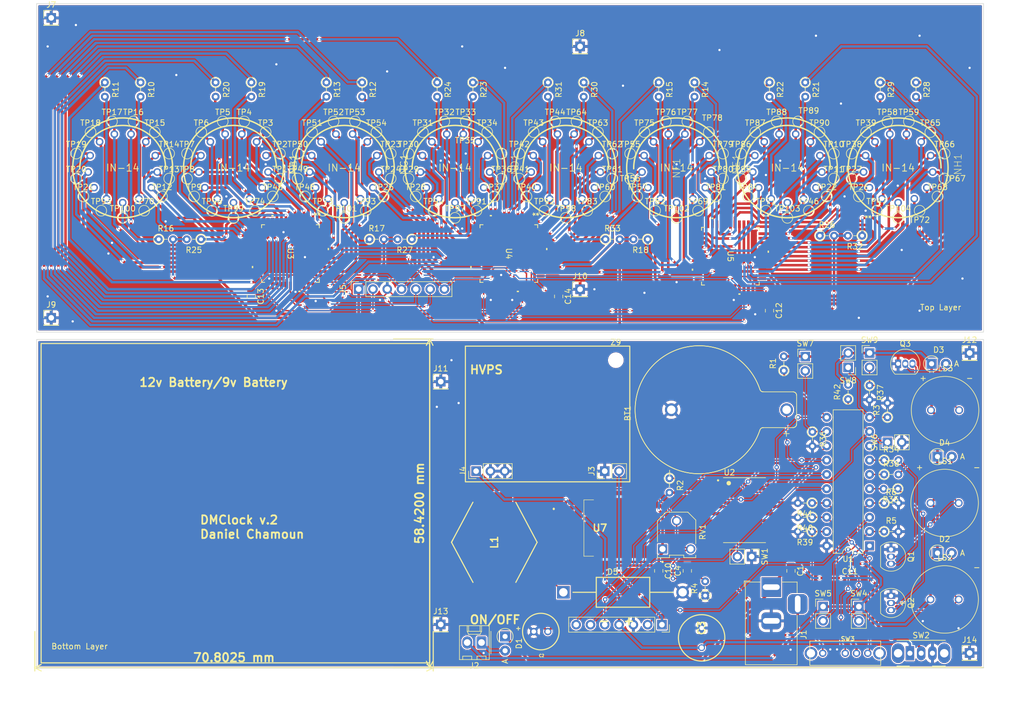
<source format=kicad_pcb>
(kicad_pcb (version 20221018) (generator pcbnew)
  (layers (0 "F.Cu" signal) (31 "B.Cu" signal) (34 "B.Paste" user) (35 "F.Paste" user) (36 "B.SilkS" user "B.Silkscreen") (37 "F.SilkS" user "F.Silkscreen") (38 "B.Mask" user) (39 "F.Mask" user) (44 "Edge.Cuts" user))
  (net 0 "")
  (footprint "TestPoint:TestPoint_Pad_D1.5mm" (layer "F.Cu") (at 116.192088 76.103935)
    (fp_text reference "TP37")
    (fp_text value "TestPoint")
  )
  (footprint "TestPoint:TestPoint_Pad_D1.5mm" (layer "F.Cu") (at 184.137088 78.643935)
    (fp_text reference "TP47")
    (fp_text value "TestPoint")
  )
  (footprint "TestPoint:TestPoint_Pad_D1.5mm" (layer "F.Cu") (at 152.387088 78.643935)
    (fp_text reference "TP69")
    (fp_text value "TestPoint")
  )
  (footprint "TestPoint:TestPoint_Pad_D1.5mm" (layer "F.Cu") (at 156.832088 68.483935)
    (fp_text reference "TP79")
    (fp_text value "TestPoint")
  )
  (footprint "nixies-us:nixies-us-IN-14" (layer "F.Cu") (at 69.837088 71.023935)
    (fp_text reference "NB1")
    (fp_text value "IN-14")
  )
  (footprint "TestPoint:TestPoint_Pad_D1.5mm" (layer "F.Cu") (at 135.877088 76.103935)
    (fp_text reference "TP60")
    (fp_text value "TestPoint")
  )
  (footprint "Resistor_THT:R_Axial_DIN0204_L3.6mm_D1.6mm_P2.54mm_Vertical" (layer "F.Cu") (at 53.327088 55.833935 -90)
    (fp_text reference "R10")
    (fp_text value "R")
  )
  (footprint "Resistor_THT:R_Axial_DIN0204_L3.6mm_D1.6mm_P2.54mm_Vertical" (layer "F.Cu") (at 143.447088 83.723935 180)
    (fp_text reference "R18")
    (fp_text value "R")
  )
  (footprint "Connector_PinHeader_2.54mm:PinHeader_1x02_P2.54mm_Vertical" (layer "F.Cu") (at 186.044897 119.831827 90)
    (fp_text reference "SW6")
    (fp_text value "SW_Push")
  )
  (footprint "TestPoint:TestPoint_Pad_D1.5mm" (layer "F.Cu") (at 100.952088 68.483935)
    (fp_text reference "TP30")
    (fp_text value "TestPoint")
  )
  (footprint "Capacitor_SMD:C_0805_2012Metric" (layer "F.Cu") (at 150.484897 142.691827 90)
    (fp_text reference "C4")
    (fp_text value "5nF")
  )
  (footprint "TestPoint:TestPoint_Pad_D1.5mm" (layer "F.Cu") (at 78.092088 68.483935)
    (fp_text reference "TP2")
    (fp_text value "TestPoint")
  )
  (footprint "TestPoint:TestPoint_Pad_D1.5mm" (layer "F.Cu") (at 57.137088 76.103935)
    (fp_text reference "TP12")
    (fp_text value "TestPoint")
  )
  (footprint "TestPoint:TestPoint_Pad_D1.5mm" (layer "F.Cu") (at 194.932088 76.103935)
    (fp_text reference "TP68")
    (fp_text value "TestPoint")
  )
  (footprint "TestPoint:TestPoint_Pad_D1.5mm" (layer "F.Cu") (at 176.517088 68.483935)
    (fp_text reference "TP10")
    (fp_text value "TestPoint")
  )
  (footprint "Resistor_THT:R_Axial_DIN0204_L3.6mm_D1.6mm_P2.54mm_Vertical" (layer "F.Cu") (at 66.662088 55.833935 -90)
    (fp_text reference "R20")
    (fp_text value "R")
  )
  (footprint "TestPoint:TestPoint_Pad_D1.5mm" (layer "F.Cu") (at 113.017088 78.643935)
    (fp_text reference "TP91")
    (fp_text value "TestPoint")
  )
  (footprint "TestPoint:TestPoint_Pad_D1.5mm" (layer "F.Cu") (at 137.147088 72.928935)
    (fp_text reference "TP61")
    (fp_text value "TestPoint")
  )
  (footprint "TestPoint:TestPoint_Pad_D1.5mm" (layer "F.Cu") (at 144.767088 78.643935)
    (fp_text reference "TP82")
    (fp_text value "TestPoint")
  )
  (footprint "Resistor_THT:R_Axial_DIN0204_L3.6mm_D1.6mm_P2.54mm_Vertical" (layer "F.Cu") (at 187.899897 128.086827 180)
    (fp_text reference "R35")
    (fp_text value "180")
  )
  (footprint "TestPoint:TestPoint_Pad_D1.5mm" (layer "F.Cu") (at 73.647088 78.643935)
    (fp_text reference "TP74")
    (fp_text value "TestPoint")
  )
  (footprint "TestPoint:TestPoint_Pad_D1.5mm" (layer "F.Cu") (at 170.167088 62.768935)
    (fp_text reference "TP89")
    (fp_text value "TestPoint")
  )
  (footprint "Resistor_THT:R_Axial_DIN0204_L3.6mm_D1.6mm_P2.54mm_Vertical" (layer "F.Cu") (at 64.072088 83.723935 180)
    (fp_text reference "R25")
    (fp_text value "R")
  )
  (footprint "MountingHole:MountingHole_2.2mm_M2" (layer "F.Cu") (at 137.784897 105.226827)
    (fp_text reference "Z9")
    (fp_text value "MountingHole")
  )
  (footprint "Connector_PinHeader_2.54mm:PinHeader_1x02_P2.54mm_Vertical" (layer "F.Cu") (at 179.059897 106.501827 180)
    (fp_text reference "SW8")
    (fp_text value "SW_Push")
  )
  (footprint "Connector_PinSocket_2.54mm:PinSocket_1x07_P2.54mm_Vertical" (layer "F.Cu") (at 92.082088 92.588935 90)
    (fp_text reference "J5")
    (fp_text value "Conn_01x07_Pin")
  )
  (footprint "Footprints:CAPPRD350W60D825H1300" (layer "F.Cu") (at 153.024897 152.851827 -90)
    (fp_text reference "C3")
    (fp_text value "100uF" hide)
  )
  (footprint "TestPoint:TestPoint_Pad_D1.5mm" (layer "F.Cu") (at 140.322088 68.483935)
    (fp_text reference "TP55")
    (fp_text value "TestPoint")
  )
  (footprint "Resistor_THT:R_Axial_DIN0204_L3.6mm_D1.6mm_P2.54mm_Vertical" (layer "F.Cu") (at 184.772088 55.833935 -90)
    (fp_text reference "R29")
    (fp_text value "R")
  )
  (footprint "TestPoint:TestPoint_Pad_D1.5mm" (layer "F.Cu") (at 71.742088 62.768935)
    (fp_text reference "TP4")
    (fp_text value "TestPoint" hide)
  )
  (footprint "Connector_PinHeader_2.54mm:PinHeader_1x01_P2.54mm_Vertical" (layer "F.Cu") (at 131.432088 49.433935)
    (fp_text reference "J8")
    (fp_text value "Conn_01x01")
  )
  (footprint "TestPoint:TestPoint_Pad_D1.5mm" (layer "F.Cu") (at 128.892088 79.913935)
    (fp_text reference "TP98")
    (fp_text value "TestPoint")
  )
  (footprint "Resistor_THT:R_Axial_DIN0204_L3.6mm_D1.6mm_P2.54mm_Vertical" (layer "F.Cu") (at 185.459897 135.706827)
    (fp_text reference "R5")
    (fp_text value "4.7K")
  )
  (footprint "Connector_PinHeader_2.54mm:PinHeader_1x02_P2.54mm_Vertical" (layer "F.Cu") (at 182.869897 103.956827)
    (fp_text reference "SW9")
    (fp_text value "SW_Push")
  )
  (footprint "Package_TO_SOT_THT:TO-92_Inline" (layer "F.Cu") (at 187.949897 105.861827)
    (fp_text reference "Q3")
    (fp_text value "2SC1815")
  )
  (footprint "TestPoint:TestPoint_Pad_D1.5mm" (layer "F.Cu") (at 83.807088 64.673935)
    (fp_text reference "TP51")
    (fp_text value "TestPoint")
  )
  (footprint "TestPoint:TestPoint_Pad_D1.5mm" (layer "F.Cu") (at 196.202088 68.483935)
    (fp_text reference "TP66")
    (fp_text value "TestPoint")
  )
  (footprint "TestPoint:TestPoint_Pad_D1.5mm" (layer "F.Cu") (at 162.547088 64.673935)
    (fp_text reference "TP87")
    (fp_text value "TestPoint")
  )
  (footprint "TestPoint:TestPoint_Pad_D1.5mm" (layer "F.Cu") (at 93.332088 78.643935)
    (fp_text reference "TP93")
    (fp_text value "TestPoint")
  )
  (footprint "TestPoint:TestPoint_Pad_D1.5mm" (layer "F.Cu") (at 67.932088 62.768935)
    (fp_text reference "TP5")
    (fp_text value "TestPoint")
  )
  (footprint "TestPoint:TestPoint_Pad_D1.5mm" (layer "F.Cu") (at 180.962088 76.103935)
    (fp_text reference "TP26")
    (fp_text value "TestPoint")
  )
  (footprint "Resistor_THT:R_Axial_DIN0204_L3.6mm_D1.6mm_P2.54mm_Vertical" (layer "F.Cu") (at 92.697088 55.833935 -90)
    (fp_text reference "R12")
    (fp_text value "R")
  )
  (footprint "nixies-us:nixies-us-IN-14" (layer "F.Cu") (at 50.152088 71.023935)
    (fp_text reference "NA1")
    (fp_text value "IN-14")
  )
  (footprint "TestPoint:TestPoint_Pad_D1.5mm" (layer "F.Cu") (at 130.797088 62.768935)
    (fp_text reference "TP64")
    (fp_text value "TestPoint")
  )
  (footprint "TestPoint:TestPoint_Pad_D1.5mm" (layer "F.Cu") (at 114.922088 64.673935)
    (fp_text reference "TP34")
    (fp_text value "TestPoint")
  )
  (footprint "Footprints:DO5040H333MLD" (layer "F.Cu") (at 116.194897 137.611827 -90)
    (fp_text reference "L1")
    (fp_text value "33uH" hide)
  )
  (footprint "nixies-us:nixies-us-IN-14" (layer "F.Cu") (at 89.522088 71.023935)
    (fp_text reference "NC1")
    (fp_text value "IN-14")
  )
  (footprint "Footprints:OS102011MS8QP1" (layer "F.Cu") (at 178.5488 157.338826)
    (fp_text reference "SW3")
    (fp_text value "SW_SP3T (mode select)")
  )
  (footprint "TestPoint:TestPoint_Pad_D1.5mm" (layer "F.Cu") (at 109.207088 79.913935)
    (fp_text reference "TP97")
    (fp_text value "TestPoint")
  )
  (footprint "TestPoint:TestPoint_Pad_D1.5mm" (layer "F.Cu") (at 103.492088 64.673935)
    (fp_text reference "TP31")
    (fp_text value "TestPoint")
  )
  (footprint "TestPoint:TestPoint_Pad_D1.5mm" (layer "F.Cu") (at 120.637088 72.928935)
    (fp_text reference "TP41")
    (fp_text value "TestPoint")
  )
  (footprint "Capacitor_SMD:C_0805_2012Metric" (layer "F.Cu") (at 127.622088 93.883935 -90)
    (fp_text reference "C14")
    (fp_text value "0.1uF")
  )
  (footprint "Button_Switch_THT:SW_CuK_OS102011MA1QN1_SPDT_Angled" (layer "F.Cu") (at 190.0388 157.338826)
    (fp_text reference "SW2")
    (fp_text value "SW_SPDT")
  )
  (footprint "Resistor_THT:R_Axial_DIN0204_L3.6mm_D1.6mm_P2.54mm_Vertical" (layer "F.Cu") (at 172.659897 130.626827 180)
    (fp_text reference "R41")
    (fp_text value "4.7K")
  )
  (footprint "Diode_THT:D_A-405_P2.54mm_Vertical_AnodeUp" (layer "F.Cu") (at 118.099897 154.346827 -90)
    (fp_text reference "D1")
    (fp_text value "D")
  )
  (footprint "Resistor_THT:R_Axial_DIN0204_L3.6mm_D1.6mm_P2.54mm_Vertical" (layer "F.Cu") (at 174.027088 83.088935)
    (fp_text reference "R26")
    (fp_text value "R")
  )
  (footprint "TestPoint:TestPoint_Pad_D1.5mm" (layer "F.Cu") (at 89.522088 79.913935)
    (fp_text reference "TP101")
    (fp_text value "TestPoint")
  )
  (footprint "Capacitor_SMD:C_0805_2012Metric" (layer "F.Cu") (at 179.379897 141.106827 180)
    (fp_text reference "C11")
    (fp_text value "0.1uF")
  )
  (footprint "TestPoint:TestPoint_Pad_D1.5mm" (layer "F.Cu") (at 81.267088 68.483935)
    (fp_text reference "TP50")
    (fp_text value "TestPoint")
  )
  (footprint "TestPoint:TestPoint_Pad_D1.5mm" (layer "F.Cu") (at 53.962088 78.643935)
    (fp_text reference "TP70")
    (fp_text value "TestPoint")
  )
  (footprint "Footprints:CUI_CPT-1255C-090" (layer "F.Cu") (at 196.204897 147.771827)
    (fp_text reference "LS2")
    (fp_text value "CPT-1255C-090")
  )
  (footprint "Resistor_THT:R_Axial_DIN0204_L3.6mm_D1.6mm_P2.54mm_Vertical" (layer "F.Cu") (at 46.977088 55.833935 -90)
    (fp_text reference "R11")
    (fp_text value "R")
  )
  (footprint "TestPoint:TestPoint_Pad_D1.5mm" (layer "F.Cu") (at 117.462088 68.483935)
    (fp_text reference "TP35")
    (fp_text value "TestPoint")
  )
  (footprint "TestPoint:TestPoint_Pad_D1.5mm" (layer "F.Cu") (at 173.977088 64.673935)
    (fp_text reference "TP90")
    (fp_text value "TestPoint")
  )
  (footprint "TestPoint:TestPoint_Pad_D1.5mm" (layer "F.Cu") (at 161.277088 76.103935)
    (fp_text reference "TP84")
    (fp_text value "TestPoint")
  )
  (footprint "TestPoint:TestPoint_Pad_D1.5mm" (layer "F.Cu") (at 64.122088 64.673935)
    (fp_text reference "TP6")
    (fp_text value "TestPoint")
  )
  (footprint "Footprints:QFP44_10x10MC_MCH" (layer "F.Cu") (at 79.959887 86.263935 -90)
    (fp_text reference "U3")
    (fp_text value "HV5622PG-G")
  )
  (footprint "TestPoint:TestPoint_Pad_D1.5mm" (layer "F.Cu") (at 46.342088 78.643935)
    (fp_text reference "TP95")
    (fp_text value "TestPoint")
  )
  (footprint "TestPoint:TestPoint_Pad_D1.5mm" (layer "F.Cu") (at 66.027088 78.643935)
    (fp_text reference "TP96")
    (fp_text value "TestPoint")
  )
  (footprint "Resistor_THT:R_Axial_DIN0204_L3.6mm_D1.6mm_P2.54mm_Vertical" (layer "F.Cu") (at 172.709897 117.976827 -90)
    (fp_text reference "R36")
    (fp_text value "4.7K")
  )
  (footprint "TestPoint:TestPoint_Pad_D1.5mm" (layer "F.Cu") (at 75.552088 64.673935)
    (fp_text reference "TP3")
    (fp_text value "TestPoint")
  )
  (footprint "TestPoint:TestPoint_Pad_D1.5mm" (layer "F.Cu") (at 117.462088 72.928935)
    (fp_text reference "TP36")
    (fp_text value "TestPoint")
  )
  (footprint "TestPoint:TestPoint_Pad_D1.5mm" (layer "F.Cu") (at 142.862088 64.673935)
    (fp_text reference "TP75")
    (fp_text value "TestPoint")
  )
  (footprint "Resistor_THT:R_Axial_DIN0204_L3.6mm_D1.6mm_P2.54mm_Vertical" (layer "F.Cu") (at 167.629897 107.081827 90)
    (fp_text reference "R1")
    (fp_text value "4.7K")
  )
  (footprint "TestPoint:TestPoint_Pad_D1.5mm" (layer "F.Cu") (at 41.897088 72.928935)
    (fp_text reference "TP20")
    (fp_text value "TestPoint")
  )
  (footprint "Resistor_THT:R_Axial_DIN0204_L3.6mm_D1.6mm_P2.54mm_Vertical" (layer "F.Cu") (at 101.537088 83.723935 180)
    (fp_text reference "R27")
    (fp_text value "R")
  )
  (footprint "TestPoint:TestPoint_Pad_D1.5mm" (layer "F.Cu") (at 164.452088 78.643935)
    (fp_text reference "TP71")
    (fp_text value "TestPoint")
  )
  (footprint "TestPoint:TestPoint_Pad_D1.5mm" (layer "F.Cu") (at 50.152088 79.913935)
    (fp_text reference "TP100")
    (fp_text value "TestPoint")
  )
  (footprint "TestPoint:TestPoint_Pad_D1.5mm" (layer "F.Cu") (at 186.042088 62.768935)
    (fp_text reference "TP58")
    (fp_text value "TestPoint")
  )
  (footprint "TestPoint:TestPoint_Pad_D1.5mm" (layer "F.Cu") (at 189.852088 62.768935)
    (fp_text reference "TP59")
    (fp_text value "TestPoint")
  )
  (footprint "Capacitor_SMD:C_0805_2012Metric" (layer "F.Cu") (at 73.012088 93.883935 -90)
    (fp_text reference "C13")
    (fp_text value "0.1uF")
  )
  (footprint "Resistor_THT:R_Axial_DIN0204_L3.6mm_D1.6mm_P2.54mm_Vertical" (layer "F.Cu") (at 125.717088 55.833935 -90)
    (fp_text reference "R31")
    (fp_text value "R")
  )
  (footprint "Connector_PinHeader_2.54mm:PinHeader_1x01_P2.54mm_Vertical" (layer "F.Cu") (at 200.649897 103.956827)
    (fp_text reference "J12")
    (fp_text value "Conn_01x01")
  )
  (footprint "TestPoint:TestPoint_Pad_D1.5mm" (layer "F.Cu") (at 137.147088 68.483935)
    (fp_text reference "TP62")
    (fp_text value "TestPoint")
  )
  (footprint "TestPoint:TestPoint_Pad_D1.5mm" (layer "F.Cu") (at 69.837088 79.913935)
    (fp_text reference "TP99")
    (fp_text value "TestPoint")
  )
  (footprint "TestPoint:TestPoint_Pad_D1.5mm" (layer "F.Cu") (at 146.672088 62.768935)
    (fp_text reference "TP76")
    (fp_text value "TestPoint")
  )
  (footprint "Connector_PinHeader_2.54mm:PinHeader_1x01_P2.54mm_Vertical" (layer "F.Cu") (at 131.432088 92.613935)
    (fp_text reference "J10")
    (fp_text value "Conn_01x01")
  )
  (footprint "TestPoint:TestPoint_Pad_D1.5mm" (layer "F.Cu") (at 100.952088 72.928935)
    (fp_text reference "TP29")
    (fp_text value "TestPoint")
  )
  (footprint "Resistor_THT:R_Axial_DIN0204_L3.6mm_D1.6mm_P2.54mm_Vertical" (layer "F.Cu") (at 56.552088 83.723935)
    (fp_text reference "R16")
    (fp_text value "R")
  )
  (footprint "Connector_PinHeader_2.54mm:PinHeader_1x03_P2.54mm_Vertical" (layer "F.Cu") (at 112.9538 124.953826 90)
    (fp_text reference "J4")
    (fp_text value "Conn_01x03")
  )
  (footprint "TestPoint:TestPoint_Pad_D1.5mm" (layer "F.Cu") (at 168.262088 79.913935)
    (fp_text reference "TP103")
    (fp_text value "TestPoint")
  )
  (footprint "TestPoint:TestPoint_Pad_D1.5mm" (layer "F.Cu") (at 61.582088 72.928935)
    (fp_text reference "TP8")
    (fp_text value "TestPoint")
  )
  (footprint "TestPoint:TestPoint_Pad_D1.5mm" (layer "F.Cu") (at 96.507088 76.103935)
    (fp_text reference "TP25")
    (fp_text value "TestPoint")
  )
  (footprint "Connector_PinHeader_2.54mm:PinHeader_1x01_P2.54mm_Vertical" (layer "F.Cu") (at 200.649897 157.296827)
    (fp_text reference "J14")
    (fp_text value "Conn_01x01")
  )
  (footprint "TestPoint:TestPoint_Pad_D1.5mm" (layer "F.Cu") (at 160.007088 72.928935)
    (fp_text reference "TP85")
    (fp_text value "TestPoint")
  )
  (footprint "TestPoint:TestPoint_Pad_D1.5mm" (layer "F.Cu") (at 48.247088 62.768935)
    (fp_text reference "TP17")
    (fp_text value "TestPoint")
  )
  (footprint "Resistor_THT:R_Axial_DIN0204_L3.6mm_D1.6mm_P2.54mm_Vertical" (layer "F.Cu") (at 181.547088 83.088935 180)
    (fp_text reference "R32")
    (fp_text value "R")
  )
  (footprint "TestPoint:TestPoint_Pad_D1.5mm" (layer "F.Cu") (at 160.007088 68.483935)
    (fp_text reference "TP86")
    (fp_text value "TestPoint")
  )
  (footprint "Resistor_THT:R_Axial_DIN0204_L3.6mm_D1.6mm_P2.54mm_Vertical" (layer "F.Cu") (at 106.032088 55.833935 -90)
    (fp_text reference "R24")
    (fp_text value "R")
  )
  (footprint "TestPoint:TestPoint_Pad_D1.5mm" (layer "F.Cu") (at 120.637088 68.483935)
    (fp_text reference "TP42")
    (fp_text value "TestPoint")
  )
  (footprint "TestPoint:TestPoint_Pad_D1.5mm" (layer "F.Cu") (at 105.397088 78.643935)
    (fp_text reference "TP94")
    (fp_text value "TestPoint")
  )
  (footprint "TestPoint:TestPoint_Pad_D1.5mm" (layer "F.Cu") (at 121.907088 76.103935)
    (fp_text reference "TP40")
    (fp_text value "TestPoint")
  )
  (footprint "TestPoint:TestPoint_Pad_D1.5mm" (layer "F.Cu") (at 175.247088 76.103935)
    (fp_text reference "TP22")
    (fp_text value "TestPoint")
  )
  (footprint "Resistor_THT:R_Axial_DIN0204_L3.6mm_D1.6mm_P2.54mm_Vertical" (layer "F.Cu") (at 185.459897 130.626827)
    (fp_text reference "R6")
    (fp_text value "4.7K")
  )
  (footprint "TestPoint:TestPoint_Pad_D1.5mm" (layer "F.Cu") (at 148.577088 79.913935)
    (fp_text reference "TP102")
    (fp_text value "TestPoint")
  )
  (footprint "TestPoint:TestPoint_Pad_D1.5mm" (layer "F.Cu") (at 91.427088 62.768935)
    (fp_text reference "TP53")
    (fp_text value "TestPoint")
  )
  (footprint "TestPoint:TestPoint_Pad_D1.5mm" (layer "F.Cu") (at 52.057088 62.768935)
    (fp_text reference "TP16")
    (fp_text value "TestPoint")
  )
  (footprint "TestPoint:TestPoint_Pad_D1.5mm" (layer "F.Cu") (at 193.662088 64.673935)
    (fp_text reference "TP65")
    (fp_text value "TestPoint")
  )
  (footprint "Resistor_THT:R_Axial_DIN0204_L3.6mm_D1.6mm_P2.54mm_Vertical" (layer "F.Cu") (at 135.927088 83.723935)
    (fp_text reference "R33")
    (fp_text value "R")
  )
  (footprint "TestPoint:TestPoint_Pad_D1.5mm" (layer "F.Cu") (at 58.407088 68.483935)
    (fp_text reference "TP14")
    (fp_text value "TestPoint")
  )
  (footprint "Resistor_THT:R_Axial_DIN0204_L3.6mm_D1.6mm_P2.54mm_Vertical" (layer "F.Cu") (at 165.087088 55.833935 -90)
    (fp_text reference "R22")
    (fp_text value "R")
  )
  (footprint "TestPoint:TestPoint_Pad_D1.5mm" (layer "F.Cu") (at 154.292088 64.673935)
    (fp_text reference "TP78")
    (fp_text value "TestPoint")
  )
  (footprint "TestPoint:TestPoint_Pad_D1.5mm" (layer "F.Cu") (at 134.607088 64.673935)
    (fp_text reference "TP63")
    (fp_text value "TestPoint")
  )
  (footprint "TestPoint:TestPoint_Pad_D1.5mm" (layer "F.Cu") (at 179.692088 68.483935)
    (fp_text reference "TP38")
    (fp_text value "TestPoint")
  )
  (footprint "Resistor_THT:R_Axial_DIN0204_L3.6mm_D1.6mm_P2.54mm_Vertical" (layer "F.Cu") (at 112.382088 55.833935 -90)
    (fp_text reference "R23")
    (fp_text value "R")
  )
  (footprint "Resistor_THT:R_Axial_DIN0204_L3.6mm_D1.6mm_P2.54mm_Vertical" (layer "F.Cu") (at 171.437088 55.833935 -90)
    (fp_text reference "R21")
    (fp_text value "R")
  )
  (footprint "Resistor_THT:R_Axial_DIN0204_L3.6mm_D1.6mm_P2.54mm_Vertical" (layer "F.Cu") (at 73.012088 55.833935 -90)
    (fp_text reference "R19")
    (fp_text value "R")
  )
  (footprint "Connector_PinHeader_2.54mm:PinHeader_1x01_P2.54mm_Vertical" (layer "F.Cu") (at 37.452088 97.693935)
    (fp_text reference "J9")
    (fp_text value "Conn_01x01")
  )
  (footprint "TestPoint:TestPoint_Pad_D1.5mm" (layer "F.Cu") (at 97.777088 68.483935)
    (fp_text reference "TP23")
    (fp_text value "TestPoint")
  )
  (footprint "Footprints:SOIC127P1032X265-16N" (layer "F.Cu") (at 160.644897 131.896827)
    (fp_text reference "U2")
    (fp_text value "DS3231SN_")
  )
  (footprint "TestPoint:TestPoint_Pad_D1.5mm" (layer "F.Cu") (at 95.237088 64.673935)
    (fp_text reference "TP54")
    (fp_text value "TestPoint")
  )
  (footprint "TestPoint:TestPoint_Pad_D1.5mm" (layer "F.Cu") (at 97.777088 72.928935)
    (fp_text reference "TP24")
    (fp_text value "TestPoint")
  )
  (footprint "TestPoint:TestPoint_Pad_D1.5mm" (layer "F.Cu") (at 187.947088 79.913935)
    (fp_text reference "TP104")
    (fp_text value "TestPoint")
  )
  (footprint "Package_DIP:DIP-20_W7.62mm" (layer "F.Cu") (at 182.869897 138.246827 180)
    (fp_text reference "U1")
    (fp_text value "PIC16F18346-P")
  )
  (footprint "TestPoint:TestPoint_Pad_D1.5mm" (layer "F.Cu") (at 62.852088 76.103935)
    (fp_text reference "TP9")
    (fp_text value "TestPoint")
  )
  (footprint "TestPoint:TestPoint_Pad_D1.5mm" (layer "F.Cu") (at 58.407088 72.928935)
    (fp_text reference "TP13")
    (fp_text value "TestPoint")
  )
  (footprint "TestPoint:TestPoint_Pad_D1.5mm" (layer "F.Cu") (at 172.072088 78.643935)
    (fp_text reference "TP46")
    (fp_text value "TestPoint")
  )
  (footprint "TestPoint:TestPoint_Pad_D1.5mm" (layer "F.Cu") (at 182.232088 64.673935)
    (fp_text reference "TP39")
    (fp_text value "TestPoint")
  )
  (footprint "TestPoint:TestPoint_Pad_D1.5mm" (layer "F.Cu") (at 179.692088 72.928935)
    (fp_text reference "TP27")
    (fp_text value "TestPoint")
  )
  (footprint "Package_TO_SOT_THT:TO-92_Inline" (layer "F.Cu") (at 186.679897 138.881827 -90)
    (fp_text reference "Q1")
    (fp_text value "2SC1815")
  )
  (footprint "TestPoint:TestPoint_Pad_D1.5mm" (layer "F.Cu") (at 85.712088 78.643935)
    (fp_text reference "TP73")
    (fp_text value "TestPoint")
  )
  (footprint "Diode_THT:D_A-405_P2.54mm_Vertical_AnodeUp" (layer "F.Cu") (at 194.934897 139.516827)
    (fp_text reference "D2")
    (fp_text value "D")
  )
  (footprint "Connector_Molex:Molex_KK-254_AE-6410-02A_1x02_P2.54mm_Vertical" (layer "F.Cu") (at 113.9113 155.433826 180)
    (fp_text reference "J2")
    (fp_text value "(12v LiPo battery)")
  )
  (footprint "Resistor_THT:R_Axial_DIN0204_L3.6mm_D1.6mm_P2.54mm_Vertical" (layer "F.Cu") (at 132.067088 55.833935 -90)
    (fp_text reference "R30")
    (fp_text value "R")
  )
  (footprint "Resistor_THT:R_Axial_DIN0204_L3.6mm_D1.6mm_P2.54mm_Vertical" (layer "F.Cu") (at 94.017088 83.723935)
    (fp_text reference "R17")
    (fp_text value "R")
  )
  (footprint "TestPoint:TestPoint_Pad_D1.5mm" (layer "F.Cu") (at 191.757088 78.643935 180)
    (fp_text reference "TP72")
    (fp_text value "TestPoint")
  )
  (footprint "TestPoint:TestPoint_Pad_D1.5mm" (layer "F.Cu") (at 126.987088 62.768935)
    (fp_text reference "TP44")
    (fp_text value "TestPoint")
  )
  (footprint "Connector_PinHeader_2.54mm:PinHeader_1x02_P2.54mm_Vertical" (layer "F.Cu") (at 161.914897 140.151827 -90)
    (fp_text reference "SW1")
    (fp_text value "SW_Push")
  )
  (footprint "nixies-us:nixies-us-IN-14" (layer "F.Cu") (at 148.577088 71.023935)
    (fp_text reference "NF1")
    (fp_text value "IN-14")
  )
  (footprint "Connector_PinSocket_2.54mm:PinSocket_1x07_P2.54mm_Vertical" (layer "F.Cu") (at 145.9738 152.258826 -90)
    (fp_text reference "J6" hide)
    (fp_text value "Conn_01x07_Pin" hide)
  )
  (footprint "nixies-us:nixies-us-IN-14" (layer "F.Cu") (at 109.207088 71.023935)
    (fp_text reference "ND1")
    (fp_text value "IN-14")
  )
  (footprint "Footprints:DIOAD2120W130L950D530P" (layer "F.Cu") (at 139.054897 146.501827)
    (fp_text reference "D5")
    (fp_text value "1N5822")
  )
  (footprint "Resistor_THT:R_Axial_DIN0204_L3.6mm_D1.6mm_P2.54mm_Vertical" (layer "F.Cu") (at 153.659897 147.086827 90)
    (fp_text reference "R4")
    (fp_text value "1K")
  )
  (footprint "Footprints:WCAP-ATG8_6.3X11_DXL_" (layer "F.Cu") (at 124.449897 153.486827 180)
    (fp_text reference "C2")
    (fp_text value "220uF")
  )
  (footprint "nixies-us:nixies-us-IN-14" (layer "F.Cu") (at 168.262088 71.023935)
    (fp_text reference "NG1")
    (fp_text value "IN-14")
  )
  (footprint "Footprints:QFP44_10x10MC_MCH" (layer "F.Cu") (at 158.139289 86.733934 -90)
    (fp_text reference "U5")
    (fp_text value "HV5622PG-G")
  )
  (footprint "TestPoint:TestPoint_Pad_D1.5mm" (layer "F.Cu") (at 87.617088 62.768935)
    (fp_text reference "TP52")
    (fp_text value "TestPoint")
  )
  (footprint "TestPoint:TestPoint_Pad_D1.5mm" (layer "F.Cu") (at 125.082088 78.643935)
    (fp_text reference "TP92")
    (fp_text value "TestPoint")
  )
  (footprint "TestPoint:TestPoint_Pad_D1.5mm" (layer "F.Cu") (at 41.897088 68.483935)
    (fp_text reference "TP19")
    (fp_text value "TestPoint")
  )
  (footprint "TestPoint:TestPoint_Pad_D1.5mm" (layer "F.Cu") (at 123.177088 64.673935)
    (fp_text reference "TP43")
    (fp_text value "TestPoint")
  )
  (footprint "Connector_BarrelJack:BarrelJack_Horizontal" (layer "F.Cu") (at 165.402397 145.581827 90)
    (fp_text reference "J1")
    (fp_text value "Barrel_Jack_Switch")
  )
  (footprint "nixies-us:nixies-us-IN-14" (layer "F.Cu") (at 128.892088 71.023935)
    (fp_text reference "NE1")
    (fp_text value "IN-14")
  )
  (footprint "Connector_PinHeader_2.54mm:PinHeader_1x01_P2.54mm_Vertical" (layer "F.Cu") (at 37.452088 44.353935)
    (fp_text reference "J7")
    (fp_text value "Conn_01x01")
  )
  (footprint "Connector_PinHeader_2.54mm:PinHeader_1x02_P2.54mm_Vertical" (layer "F.Cu") (at 171.439897 104.586827)
    (fp_text reference "SW7")
    (fp_text value "SW_Push")
  )
  (footprint "TestPoint:TestPoint_Pad_D1.5mm" (layer "F.Cu") (at 81.267088 72.928935)
    (fp_text reference "TP49")
    (fp_text value "TestPoint")
  )
  (footprint "TestPoint:TestPoint_Pad_D1.5mm" (layer "F.Cu") (at 82.537088 76.103935)
    (fp_text reference "TP48")
    (fp_text value "TestPoint")
  )
  (footprint "TestPoint:TestPoint_Pad_D1.5mm" (layer "F.Cu") (at 155.562088 76.103935)
    (fp_text reference "TP81")
    (fp_text value "TestPoint")
  )
  (footprint "TestPoint:TestPoint_Pad_D1.5mm" (layer "F.Cu") (at 111.112088 62.768935)
    (fp_text reference "TP33")
    (fp_text value "TestPoint")
  )
  (footprint "Footprints:CUI_CPT-1255C-090" (layer "F.Cu") (at 196.204897 130.626827)
    (fp_text reference "LS1")
    (fp_text value "CPT-1255C-090")
  )
  (footprint "TestPoint:TestPoint_Pad_D1.5mm" (layer "F.Cu") (at 76.822088 76.103935)
    (fp_text reference "TP45")
    (fp_text value "TestPoint")
  )
  (footprint "TestPoint:TestPoint_Pad_D1.5mm" (layer "F.Cu") (at 44.437088 64.673935)
    (fp_text reference "TP18")
    (fp_text value "TestPoint")
  )
  (footprint "nixies-us:nixies-us-IN-14" (layer "F.Cu") (at 187.947088 71.023935)
    (fp_text reference "NH1")
    (fp_text value "IN-14")
  )
  (footprint "Resistor_THT:R_Axial_DIN0204_L3.6mm_D1.6mm_P2.54mm_Vertical" (layer "F.Cu") (at 172.659897 133.166827 180)
    (fp_text reference "R40")
    (fp_text value "4.7K")
  )
  (footprint "Resistor_THT:R_Axial_DIN0204_L3.6mm_D1.6mm_P2.54mm_Vertical" (layer "F.Cu") (at 186.044897 115.386827 90)
    (fp_text reference "R3")
    (fp_text value "4.7K")
  )
  (footprint "TestPoint:TestPoint_Pad_D1.5mm" (layer "F.Cu") (at 150.482088 62.768935)
    (fp_text reference "TP77")
    (fp_text value "TestPoint")
  )
  (footprint "Resistor_THT:R_Axial_DIN0204_L3.6mm_D1.6mm_P2.54mm_Vertical" (layer "F.Cu") (at 145.402088 55.833935 -90)
    (fp_text reference "R15")
    (fp_text value "R")
  )
  (footprint "Resistor_THT:R_Axial_DIN0204_L3.6mm_D1.6mm_P2.54mm_Vertical" (layer "F.Cu") (at 179.059897 112.161827 90)
    (fp_text reference "R42")
    (fp_text value "4.7K")
  )
  (footprint "Package_TO_SOT_THT:TO-92_Inline" (layer "F.Cu") (at 186.679897 147.136827 -90)
    (fp_text reference "Q2")
    (fp_text value "2SC1815")
  )
  (footprint "TestPoint:TestPoint_Pad_D1.5mm" (layer "F.Cu") (at 140.322088 72.928935)
    (fp_text reference "TP56")
    (fp_text value "TestPoint")
  )
  (footprint "Connector_PinHeader_2.54mm:PinHeader_1x01_P2.54mm_Vertical" (layer "F.Cu") (at 106.669897 109.036827)
    (fp_text reference "J11")
    (fp_text value "Conn_01x01")
  )
  (footprint "TestPoint:TestPoint_Pad_D1.5mm" (layer "F.Cu") (at 166.357088 62.768935)
    (fp_text reference "TP88")
    (fp_text value "TestPoint")
  )
  (footprint "Footprints:NCP5663DSADJR4G" (layer "F.Cu") (at 141.449897 135.071827 180)
    (fp_text reference "U7")
    (fp_text value "LM2596DSADJG" hide)
  )
  (footprint "Capacitor_SMD:C_0805_2012Metric" (layer "F.Cu") (at 145.404897 142.691827 -90)
    (fp_text reference "C10")
    (fp_text value "0.1uF")
  )
  (footprint "TestPoint:TestPoint_Pad_D1.5mm" (layer "F.Cu") (at 78.092088 72.928935)
    (fp_text reference "TP1")
    (fp_text value "TestPoint")
  )
  (footprint "Capacitor_SMD:C_0805_2012Metric" (layer "F.Cu") (at 168.899897 142.691827 -90)
    (fp_text reference "C1")
    (fp_text value "0.1uF")
  )
  (footprint "Capacitor_SMD:C_0805_2012Metric" (layer "F.Cu") (at 165.087088 96.423935 -90)
    (fp_text reference "C12")
    (fp_text value "0.1uF")
  )
  (footprint "Connector_PinHeader_2.54mm:PinHeader_1x02_P2.54mm_Vertical" (layer "F.Cu") (at 135.8088 124.953826 90)
    (fp_text reference "J3")
    (fp_text value "Conn_01x02")
  )
  (footprint "Footprints:QFP44_10x10MC_MCH" (layer "F.Cu") (at 118.769289 86.263935 -90)
    (fp_text reference "U4")
    (fp_text value "HV5622PG-G")
  )
  (footprint "Resistor_THT:R_Axial_DIN0204_L3.6mm_D1.6mm_P2.54mm_Vertical" (layer "F.Cu") (at 86.347088 55.833935 -90)
    (fp_text reference "R13")
    (fp_text value "R")
  )
  (footprint "Connector_PinHeader_2.54mm:PinHeader_1x01_P2.54mm_Vertical" (layer "F.Cu") (at 106.669897 152.216827)
    (fp_text reference "J13")
    (fp_text value "Conn_01x01")
  )
  (footprint "Footprints:BAT_103" (layer "F.Cu") (at 152.590006 114.037632 90)
    (fp_text reference "BT1")
    (fp_text value "103")
  )
  (footprint "TestPoint:TestPoint_Pad_D1.5mm" (layer "F.Cu") (at 176.517088 72.928935)
    (fp_text reference "TP11")
    (fp_text value "TestPoint")
  )
  (footprint "Footprints:TRIM_3306F-1-503" (layer "F.Cu") (at 148.579897 136.301827 -90)
    (fp_text reference "RV1")
    (fp_text value "50k_Potentiometer")
  )
  (footprint "TestPoint:TestPoint_Pad_D1.5mm" (layer "F.Cu") (at 141.592088 76.103935)
    (fp_text reference "TP57")
    (fp_text value "TestPoint")
  )
  (footprint "TestPoint:TestPoint_Pad_D1.5mm" (layer "F.Cu") (at 43.167088 76.103935)
    (fp_text reference "TP21")
    (fp_text value "TestPoint")
  )
  (footprint "Resistor_THT:R_Axial_DIN0204_L3.6mm_D1.6mm_P2.54mm_Vertical" (layer "F.Cu") (at 185.459897 125.546827)
    (fp_text reference "R38")
    (fp_text value "180")
  )
  (footprint "Resistor_THT:R_Axial_DIN0204_L3.6mm_D1.6mm_P2.54mm_Vertical" (layer "F.Cu") (at 147.309897 126.231827 -90)
    (fp_text reference "R2")
    (fp_text value "4.7K")
  )
  (footprint "Diode_THT:D_A-405_P2.54mm_Vertical_AnodeUp" (layer "F.Cu") (at 194.934897 122.371827)
    (fp_text reference "D4")
    (fp_text value "D")
  )
  (footprint "TestPoint:TestPoint_Pad_D1.5mm" (layer "F.Cu") (at 196.202088 72.928935)
    (fp_text reference "TP67")
    (fp_text value "TestPoint")
  )
  (footprint "TestPoint:TestPoint_Pad_D1.5mm" (layer "F.Cu") (at 55.867088 64.673935)
    (fp_text reference "TP15")
    (fp_text value "TestPoint")
  )
  (footprint "Resistor_THT:R_Axial_DIN0204_L3.6mm_D1.6mm_P2.54mm_Vertical" (layer "F.Cu") (at 182.869897 109.721827 -90)
    (fp_text reference "R37")
    (fp_text value "4.7K")
  )
  (footprint "Resistor_THT:R_Axial_DIN0204_L3.6mm_D1.6mm_P2.54mm_Vertical" (layer "F.Cu") (at 191.122088 55.833935 -90)
    (fp_text reference "R28")
    (fp_text value "R")
  )
  (footprint "Resistor_THT:R_Axial_DIN0204_L3.6mm_D1.6mm_P2.54mm_Vertical" (layer "F.Cu") (at 172.659897 135.706827 180)
    (fp_text reference "R39")
    (fp_text value "4.7K")
  )
  (footprint "Resistor_THT:R_Axial_DIN0204_L3.6mm_D1.6mm_P2.54mm_Vertical" (layer "F.Cu") (at 151.752088 55.833935 -90)
    (fp_text reference "R14")
    (fp_text value "R")
  )
  (footprint "TestPoint:TestPoint_Pad_D1.5mm" (layer "F.Cu") (at 156.832088 72.928935)
    (fp_text reference "TP80")
    (fp_text value "TestPoint")
  )
  (footprint "TestPoint:TestPoint_Pad_D1.5mm" (layer "F.Cu") (at 107.302088 62.768935)
    (fp_text reference "TP32")
    (fp_text value "TestPoint")
  )
  (footprint "Footprints:CUI_CPT-1255C-090" (layer "F.Cu") (at 196.284897 114.116827)
    (fp_text reference "LS3")
    (fp_text value "CPT-1255C-090")
  )
  (footprint "Resistor_THT:R_Axial_DIN0204_L3.6mm_D1.6mm_P2.54mm_Vertical" (layer "F.Cu") (at 185.459897 123.006827)
    (fp_text reference "R34")
    (fp_text value "180")
  )
  (footprint "TestPoint:TestPoint_Pad_D1.5mm" (layer "F.Cu") (at 61.582088 68.483935)
    (fp_text reference "TP7")
    (fp_text value "TestPoint")
  )
  (footprint "Connector_PinHeader_2.54mm:PinHeader_1x02_P2.54mm_Vertical" (layer "F.Cu") (at 180.964897 149.041827)
    (fp_text reference "SW4")
    (fp_text value "SW_Push")
  )
  (footprint "TestPoint:TestPoint_Pad_D1.5mm" (layer "F.Cu") (at 102.222088 76.103935)
    (fp_text reference "TP28")
    (fp_text value "TestPoint")
  )
  (footprint "Connector_PinHeader_2.54mm:PinHeader_1x02_P2.54mm_Vertical" (layer "F.Cu") (at 174.614897 149.041827)
    (fp_text reference "SW5")
    (fp_text value "SW_Push")
  )
  (footprint "TestPoint:TestPoint_Pad_D1.5mm" (layer "F.Cu") (at 132.702088 78.643935)
    (fp_text reference "TP83")
    (fp_text value "TestPoint")
  )
  (footprint "Diode_THT:D_A-405_P2.54mm_Vertical_AnodeUp" (layer "F.Cu") (at 193.889897 105.861827)
    (fp_text reference "D3")
    (fp_text value "D")
  )
  (gr_rect (start 111.0488 102.728826) (end 140.2588 126.858826) (stroke (width 0.2)) (fill none) (layer "F.SilkS"))
  (gr_rect (start 35.652615 102.2604) (end 104.6988 159.049228) (stroke (width 0.2)) (fill none) (layer "F.SilkS"))
  (gr_line (start 34.8488 159.878826) (end 203.1238 159.878826) (stroke (width 0.2)) (layer "F.SilkS"))
  (gr_rect (start 34.852003 101.538022) (end 203.120011 159.958021) (stroke (width 0.1)) (fill none) (layer "Edge.Cuts"))
  (gr_rect (start 34.853676 41.813935) (end 203.121684 100.233934) (stroke (width 0.1)) (fill none) (layer "Edge.Cuts"))
  (gr_text "Top Layer" (at 191.757088 96.423935) (layer "F.SilkS") (effects (font (size 1 1)) (justify left bottom)))
  (gr_text "Daniel Chamoun" (at 63.7413 137.050855) (layer "F.SilkS") (effects (font (size 1.5 1.5) (thickness 0.3) bold) (justify left bottom)))
  (gr_text "HVPS" (at 111.6838 107.808826) (layer "F.SilkS") (effects (font (size 1.5 1.5) (thickness 0.3) bold) (justify left bottom)))
  (gr_text "-" (at 134.5438 152.443826) (layer "F.SilkS") (effects (font (size 1.5 1.5) (thickness 0.3) bold) (justify left bottom)))
  (gr_text "12v Battery/9v Battery" (at 52.960045 110.049609) (layer "F.SilkS") (effects (font (size 1.5 1.5) (thickness 0.3) bold) (justify left bottom)))
  (gr_text "DMClock v.2" (at 63.7413 134.510855) (layer "F.SilkS") (effects (font (size 1.5 1.5) (thickness 0.3) bold) (justify left bottom)))
  (gr_text "+" (at 138.9888 152.443826) (layer "F.SilkS") (effects (font (size 1.5 1.5) (thickness 0.3) bold) (justify left bottom)))
  (gr_text "Bottom Layer" (at 37.3888 156.703826) (layer "F.SilkS") (effects (font (size 1 1)) (justify left bottom)))
  (gr_text "ON/OFF" (at 111.6838 152.258826) (layer "F.SilkS") (effects (font (size 1.5 1.5) (thickness 0.3) bold) (justify left bottom)))
  (dimension (type aligned) (layer "F.SilkS") (pts (xy 34.5313 152.980748) (xy 105.3338 152.980748)) (height 6.930107) (gr_text "70.8025 mm" (at 69.93255 158.110855) (layer "F.SilkS") (effects (font (size 1.5 1.5) (thickness 0.3)))) (format (prefix "") (suffix "") (units 3) (units_format 1) (precision 4)) (style (thickness 0.2) (arrow_length 1.27) (text_position_mode 0) (extension_height 0.58642) (extension_offset 0.5) keep_text_aligned))
  (dimension (type aligned) (layer "F.SilkS") (pts (xy 97.779204 159.878826) (xy 97.779204 101.458826)) (height 6.919596) (gr_text "58.4200 mm" (at 102.8988 130.668826 90) (layer "F.SilkS") (effects (font (size 1.5 1.5) (thickness 0.3)))) (format (prefix "") (suffix "") (units 3) (units_format 1) (precision 4)) (style (thickness 0.2) (arrow_length 1.27) (text_position_mode 0) (extension_height 0.58642) (extension_offset 0.5) keep_text_aligned))
  (segment (start 48.671268 65.014295) (end 48.671268 63.193115) (width 0.45) (layer "F.Cu") (net 0))
  (segment (start 71.132087 83.063936) (end 71.107088 83.088935) (width 0.45) (layer "F.Cu") (net 0))
  (segment (start 124.447088 83.863935) (end 126.847088 83.863935) (width 0.45) (layer "F.Cu") (net 0))
  (segment (start 133.862868 71.768155) (end 135.036348 71.768155) (width 0.45) (layer "F.Cu") (net 0))
  (segment (start 42.532088 54.513935) (end 39.992088 57.053935) (width 0.45) (layer "F.Cu") (net 0))
  (segment (start 183.502088 83.626783) (end 182.769936 84.358935) (width 0.45) (layer "F.Cu") (net 0))
  (segment (start 167.629897 104.541827) (end 171.394897 104.541827) (width 0.45) (layer "F.Cu") (net 0))
  (segment (start 152.46149 84.333934) (end 151.243289 84.333934) (width 0.45) (layer "F.Cu") (net 0))
  (segment (start 106.802088 83.858935) (end 108.407087 85.463934) (width 0.45) (layer "F.Cu") (net 0))
  (segment (start 162.547088 64.673935) (end 162.547088 64.780615) (width 0.25) (layer "F.Cu") (net 0))
  (segment (start 101.426647 78.223852) (end 103.627088 80.424295) (width 0.45) (layer "F.Cu") (net 0))
  (segment (start 148.579897 142.691827) (end 149.529897 141.741827) (width 0.45) (layer "F.Cu") (net 0))
  (segment (start 200.012088 81.818935) (end 200.012088 58.958935) (width 0.45) (layer "F.Cu") (net 0))
  (segment (start 58.056728 74.223935) (end 56.662088 74.223935) (width 0.45) (layer "F.Cu") (net 0))
  (segment (start 179.059897 103.961827) (end 182.859897 103.961827) (width 0.45) (layer "F.Cu") (net 0))
  (segment (start 166.781268 65.014295) (end 166.781268 63.193115) (width 0.45) (layer "F.Cu") (net 0))
  (segment (start 121.969288 79.03568) (end 124.798708 76.20626) (width 0.45) (layer "F.Cu") (net 0))
  (segment (start 106.692088 77.865089) (end 107.549908 77.007269) (width 0.45) (layer "F.Cu") (net 0))
  (segment (start 192.0388 156.488826) (end 192.0388 157.338826) (width 0.45) (layer "F.Cu") (net 0))
  (segment (start 96.557088 88.168935) (end 96.557088 83.723935) (width 0.45) (layer "F.Cu") (net 0))
  (segment (start 82.359887 80.586136) (end 82.359887 78.673936) (width 0.45) (layer "F.Cu") (net 0))
  (segment (start 89.522088 93.793935) (end 86.892088 96.423935) (width 0.25) (layer "F.Cu") (net 0))
  (segment (start 123.177088 64.673935) (end 123.177088 64.780615) (width 0.45) (layer "F.Cu") (net 0))
  (segment (start 128.227087 88.663935) (end 124.447088 88.663935) (width 0.45) (layer "F.Cu") (net 0))
  (segment (start 107.467089 87.063936) (end 113.09149 87.063936) (width 0.45) (layer "F.Cu") (net 0))
  (segment (start 168.412089 82.733934) (end 163.817088 82.733934) (width 0.45) (layer "F.Cu") (net 0))
  (segment (start 74.282088 87.863934) (end 50.482087 87.863934) (width 0.45) (layer "F.Cu") (net 0))
  (segment (start 94.602088 96.423935) (end 115.214888 96.423935) (width 0.25) (layer "F.Cu") (net 0))
  (segment (start 185.459897 125.546827) (end 182.869897 125.546827) (width 0.25) (layer "F.Cu") (net 0))
  (segment (start 80.759888 80.586136) (end 80.759888 78.771735) (width 0.45) (layer "F.Cu") (net 0))
  (segment (start 148.579897 133.801827) (end 148.579897 133.166827) (width 0.25) (layer "F.Cu") (net 0))
  (segment (start 158.737088 89.438935) (end 154.927088 89.438935) (width 0.25) (layer "F.Cu") (net 0))
  (segment (start 172.366728 66.390975) (end 172.366728 66.284295) (width 0.45) (layer "F.Cu") (net 0))
  (segment (start 172.759897 117.926827) (end 172.709897 117.976827) (width 0.25) (layer "F.Cu") (net 0))
  (segment (start 138.3538 147.07073) (end 135.879897 144.596827) (width 0.45) (layer "F.Cu") (net 0))
  (segment (start 117.16929 80.586136) (end 117.16929 77.081137) (width 0.45) (layer "F.Cu") (net 0))
  (segment (start 169.742908 63.193115) (end 170.167088 62.768935) (width 0.45) (layer "F.Cu") (net 0))
  (segment (start 144.767088 90.708935) (end 146.672088 92.613935) (width 0.45) (layer "F.Cu") (net 0))
  (segment (start 179.694897 138.881827) (end 180.964897 137.611827) (width 0.25) (layer "F.Cu") (net 0))
  (segment (start 193.704897 130.626827) (end 194.934897 129.396827) (width 0.45) (layer "F.Cu") (net 0))
  (segment (start 183.842448 66.390975) (end 183.842448 66.284295) (width 0.45) (layer "F.Cu") (net 0))
  (segment (start 89.927088 86.585767) (end 89.927088 82.502879) (width 0.45) (layer "F.Cu") (net 0))
  (segment (start 164.157448 66.284295) (end 162.547088 64.673935) (width 0.45) (layer "F.Cu") (net 0))
  (segment (start 88.071032 86.263935) (end 88.387088 85.947879) (width 0.45) (layer "F.Cu") (net 0))
  (segment (start 187.949897 111.576827) (end 187.949897 115.386827) (width 0.25) (layer "F.Cu") (net 0))
  (segment (start 152.681728 66.390975) (end 152.681728 66.284295) (width 0.45) (layer "F.Cu") (net 0))
  (segment (start 182.502091 85.873934) (end 186.289908 82.086117) (width 0.45) (layer "F.Cu") (net 0))
  (segment (start 182.869897 109.721827) (end 186.094897 109.721827) (width 0.25) (layer "F.Cu") (net 0))
  (segment (start 153.669788 74.539295) (end 153.997448 74.539295) (width 0.45) (layer "F.Cu") (net 0))
  (segment (start 96.827128 72.928935) (end 95.666348 71.768155) (width 0.45) (layer "F.Cu") (net 0))
  (segment (start 185.459897 123.006827) (end 182.869897 123.006827) (width 0.25) (layer "F.Cu") (net 0))
  (segment (start 172.659897 133.166827) (end 175.249897 133.166827) (width 0.25) (layer "F.Cu") (net 0))
  (segment (start 165.089897 123.006827) (end 170.804897 123.006827) (width 0.25) (layer "F.Cu") (net 0))
  (segment (start 121.969288 80.586136) (end 121.969288 79.03568) (width 0.45) (layer "F.Cu") (net 0))
  (segment (start 163.817088 87.533935) (end 172.072088 87.533935) (width 0.45) (layer "F.Cu") (net 0))
  (segment (start 162.622382 72.986255) (end 164.157448 71.451189) (width 0.45) (layer "F.Cu") (net 0))
  (segment (start 176.171648 68.829375) (end 176.517088 68.483935) (width 0.45) (layer "F.Cu") (net 0))
  (segment (start 135.036348 71.768155) (end 135.986308 71.768155) (width 0.45) (layer "F.Cu") (net 0))
  (segment (start 170.102397 153.554327) (end 165.724897 157.931827) (width 0.45) (layer "F.Cu") (net 0))
  (segment (start 158.93929 81.056135) (end 158.93929 79.837933) (width 0.45) (layer "F.Cu") (net 0))
  (segment (start 123.177088 64.780615) (end 124.787448 66.390975) (width 0.45) (layer "F.Cu") (net 0))
  (segment (start 161.279897 126.816827) (end 165.089897 123.006827) (width 0.25) (layer "F.Cu") (net 0))
  (segment (start 102.857088 88.168935) (end 104.952088 90.263935) (width 0.45) (layer "F.Cu") (net 0))
  (segment (start 100.952088 72.928935) (end 101.902048 72.928935) (width 0.45) (layer "F.Cu") (net 0))
  (segment (start 191.124897 122.421827) (end 191.124897 106.496827) (width 0.25) (layer "F.Cu") (net 0))
  (segment (start 149.542087 89.133934) (end 152.46149 89.133934) (width 0.45) (layer "F.Cu") (net 0))
  (segment (start 162.054063 72.986255) (end 162.622382 72.986255) (width 0.45) (layer "F.Cu") (net 0))
  (segment (start 73.647088 91.343935) (end 73.012088 91.343935) (width 0.45) (layer "F.Cu") (net 0))
  (segment (start 79.959887 79.188269) (end 79.415553 78.643935) (width 0.45) (layer "F.Cu") (net 0))
  (segment (start 163.817088 89.933933) (end 164.795287 89.933933) (width 0.45) (layer "F.Cu") (net 0))
  (segment (start 162.522088 77.398935) (end 169.742908 70.178115) (width 0.45) (layer "F.Cu") (net 0))
  (segment (start 172.366728 68.824295) (end 172.366728 66.390975) (width 0.45) (layer "F.Cu") (net 0))
  (segment (start 186.094897 109.721827) (end 187.949897 111.576827) (width 0.25) (layer "F.Cu") (net 0))
  (segment (start 89.157088 86.266823) (end 89.157088 82.183935) (width 0.45) (layer "F.Cu") (net 0))
  (segment (start 124.447088 85.463934) (end 128.80244 85.463934) (width 0.45) (layer "F.Cu") (net 0))
  (segment (start 194.934897 122.371827) (end 194.934897 115.266827) (width 0.45) (layer "F.Cu") (net 0))
  (segment (start 88.387088 80.610342) (end 87.864908 80.088162) (width 0.45) (layer "F.Cu") (net 0))
  (segment (start 167.043988 77.957035) (end 167.043988 74.147035) (width 0.45) (layer "F.Cu") (net 0))
  (segment (start 67.297088 65.943935) (end 67.297088 69.753935) (width 0.45) (layer "F.Cu") (net 0))
  (segment (start 75.660538 77.728231) (end 69.700462 71.768155) (width 0.45) (layer "F.Cu") (net 0))
  (segment (start 179.059897 112.161827) (end 179.059897 114.116827) (width 0.25) (layer "F.Cu") (net 0))
  (segment (start 43.167088 83.723935) (end 43.167088 76.103935) (width 0.45) (layer "F.Cu") (net 0))
  (segment (start 143.472088 77.009781) (end 143.472088 81.158935) (width 0.45) (layer "F.Cu") (net 0))
  (segment (start 81.559886 80.586136) (end 81.559886 78.482789) (width 0.45) (layer "F.Cu") (net 0))
  (segment (start 128.513494 84.663936) (end 130.549268 82.628162) (width 0.45) (layer "F.Cu") (net 0))
  (segment (start 172.366728 66.284295) (end 173.977088 64.673935) (width 0.45) (layer "F.Cu") (net 0))
  (segment (start 155.340306 84.993935) (end 153.880306 83.533935) (width 0.45) (layer "F.Cu") (net 0))
  (segment (start 180.644897 141.421827) (end 180.329897 141.106827) (width 0.25) (layer "F.Cu") (net 0))
  (segment (start 64.416728 74.539295) (end 64.744388 74.539295) (width 0.25) (layer "F.Cu") (net 0))
  (segment (start 162.562089 81.478935) (end 175.587088 81.478935) (width 0.45) (layer "F.Cu") (net 0))
  (segment (start 154.139289 81.056135) (end 154.139289 79.812085) (width 0.45) (layer "F.Cu") (net 0))
  (segment (start 92.697088 74.344249) (end 92.697088 67.320615) (width 0.45) (layer "F.Cu") (net 0))
  (segment (start 87.864908 72.958315) (end 83.735968 68.829375) (width 0.45) (layer "F.Cu") (net 0))
  (segment (start 117.116648 68.829375) (end 117.462088 68.483935) (width 0.45) (layer "F.Cu") (net 0))
  (segment (start 115.557088 94.518935) (end 99.092088 94.518935) (width 0.25) (layer "F.Cu") (net 0))
  (segment (start 154.139289 79.812085) (end 158.127088 75.824286) (width 0.45) (layer "F.Cu") (net 0))
  (segment (start 84.101728 74.539295) (end 84.429388 74.539295) (width 0.25) (layer "F.Cu") (net 0))
  (segment (start 141.482868 71.768155) (end 140.322088 72.928935) (width 0.45) (layer "F.Cu") (net 0))
  (segment (start 98.322088 95.698935) (end 104.127088 95.698935) (width 0.25) (layer "F.Cu") (net 0))
  (segment (start 58.407088 68.483935) (end 56.283648 68.483935) (width 0.45) (layer "F.Cu") (net 0))
  (segment (start 146.354897 142.691827) (end 148.579897 142.691827) (width 0.45) (layer "F.Cu") (net 0))
  (segment (start 178.5488 156.413931) (end 178.5488 157.338826) (width 0.25) (layer "F.Cu") (net 0))
  (segment (start 64.122088 64.673935) (end 64.122088 64.780615) (width 0.45) (layer "F.Cu") (net 0))
  (segment (start 169.012088 80.663935) (end 174.497088 80.663935) (width 0.45) (layer "F.Cu") (net 0))
  (segment (start 144.767088 82.453935) (end 144.767088 90.708935) (width 0.45) (layer "F.Cu") (net 0))
  (segment (start 162.547088 89.438935) (end 160.186939 89.438935) (width 0.45) (layer "F.Cu") (net 0))
  (segment (start 122.319897 158.566827) (end 153.024897 158.566827) (width 0.45) (layer "F.Cu") (net 0))
  (segment (start 114.287088 93.793935) (end 114.287088 92.423935) (width 0.25) (layer "F.Cu") (net 0))
  (segment (start 107.549908 72.958315) (end 103.420968 68.829375) (width 0.45) (layer "F.Cu") (net 0))
  (segment (start 75.959887 80.586136) (end 75.959887 83.496734) (width 0.45) (layer "F.Cu") (net 0))
  (segment (start 107.572088 83.358935) (end 107.572088 80.912196) (width 0.45) (layer "F.Cu") (net 0))
  (segment (start 73.110681 79.938935) (end 71.107088 77.935342) (width 0.45) (layer "F.Cu") (net 0))
  (segment (start 36.817088 54.513935) (end 36.182088 55.148935) (width 0.45) (layer "F.Cu") (net 0))
  (segment (start 137.222088 84.239631) (end 137.222088 81.743935) (width 0.45) (layer "F.Cu") (net 0))
  (segment (start 137.444897 141.741827) (end 125.699897 153.486827) (width 0.45) (layer "F.Cu") (net 0))
  (segment (start 194.934897 139.516827) (end 194.934897 131.856827) (width 0.45) (layer "F.Cu") (net 0))
  (segment (start 82.167952 95.419799) (end 80.897952 95.419799) (width 0.25) (layer "F.Cu") (net 0))
  (segment (start 138.467088 98.963935) (end 138.467088 83.723935) (width 0.45) (layer "F.Cu") (net 0))
  (segment (start 115.56929 80.586136) (end 115.56929 78.021137) (width 0.45) (layer "F.Cu") (net 0))
  (segment (start 182.869897 138.566827) (end 180.329897 141.106827) (width 0.45) (layer "F.Cu") (net 0))
  (segment (start 92.082088 97.673935) (end 92.082088 97.063935) (width 0.45) (layer "F.Cu") (net 0))
  (segment (start 182.854388 74.539295) (end 182.526728 74.539295) (width 0.45) (layer "F.Cu") (net 0))
  (segment (start 131.767368 77.709215) (end 132.702088 78.643935) (width 0.45) (layer "F.Cu") (net 0))
  (segment (start 40.627088 54.513935) (end 38.722088 56.418935) (width 0.45) (layer "F.Cu") (net 0))
  (segment (start 191.757088 78.643935) (end 191.757088 81.818935) (width 0.45) (layer "F.Cu") (net 0))
  (segment (start 80.897952 95.419799) (end 79.959887 94.481734) (width 0.25) (layer "F.Cu") (net 0))
  (segment (start 42.847048 72.928935) (end 44.007828 71.768155) (width 0.45) (layer "F.Cu") (net 0))
  (segment (start 73.012088 92.933935) (end 75.872088 90.073935) (width 0.25) (layer "F.Cu") (net 0))
  (segment (start 122.747828 71.768155) (end 121.797868 71.768155) (width 0.45) (layer "F.Cu") (net 0))
  (segment (start 179.059897 143.961827) (end 177.154897 142.056827) (width 0.25) (layer "F.Cu") (net 0))
  (segment (start 159.379897 133.171827) (end 157.469897 131.261827) (width 0.25) (layer "F.Cu") (net 0))
  (segment (start 182.160968 68.829375) (end 180.037528 68.829375) (width 0.45) (layer "F.Cu") (net 0))
  (segment (start 87.147089 85.463934) (end 85.637686 85.463934) (width 0.45) (layer "F.Cu") (net 0))
  (segment (start 67.932088 64.590115) (end 68.356268 65.014295) (width 0.45) (layer "F.Cu") (net 0))
  (segment (start 197.474897 139.516827) (end 197.474897 146.541827) (width 0.25) (layer "F.Cu") (net 0))
  (segment (start 46.277488 75.533535) (end 46.277488 66.621015) (width 0.45) (layer "F.Cu") (net 0))
  (segment (start 116.369289 80.586136) (end 116.369289 78.038838) (width 0.45) (layer "F.Cu") (net 0))
  (segment (start 78.359888 80.586136) (end 78.359888 79.078992) (width 0.45) (layer "F.Cu") (net 0))
  (segment (start 56.809428 76.103935) (end 55.244788 74.539295) (width 0.45) (layer "F.Cu") (net 0))
  (segment (start 89.951033 89.463934) (end 91.562088 87.852879) (width 0.45) (layer "F.Cu") (net 0))
  (segment (start 119.56929 80.586136) (end 119.56929 78.441733) (width 0.45) (layer "F.Cu") (net 0))
  (segment (start 186.679897 140.151827) (end 187.949897 140.151827) (width 0.25) (layer "F.Cu") (net 0))
  (segment (start 177.789897 150.946827) (end 177.789897 155.655028) (width 0.25) (layer "F.Cu") (net 0))
  (segment (start 107.726268 65.014295) (end 107.726268 63.193115) (width 0.45) (layer "F.Cu") (net 0))
  (segment (start 53.962088 78.643935) (end 53.962088 77.437435) (width 0.45) (layer "F.Cu") (net 0))
  (segment (start 186.982089 89.133934) (end 193.052088 83.063935) (width 0.45) (layer "F.Cu") (net 0))
  (segment (start 193.367448 74.539295) (end 194.932088 76.103935) (width 0.45) (layer "F.Cu") (net 0))
  (segment (start 118.909287 90.073935) (end 117.969288 91.013934) (width 0.25) (layer "F.Cu") (net 0))
  (segment (start 186.466268 65.014295) (end 186.466268 63.193115) (width 0.45) (layer "F.Cu") (net 0))
  (segment (start 101.902048 72.928935) (end 103.062828 71.768155) (width 0.45) (layer "F.Cu") (net 0))
  (segment (start 81.559886 91.001733) (end 81.559886 91.941734) (width 0.25) (layer "F.Cu") (net 0))
  (segment (start 181.414897 137.161827) (end 182.869897 135.706827) (width 0.25) (layer "F.Cu") (net 0))
  (segment (start 46.342088 77.437435) (end 47.276808 76.502715) (width 0.45) (layer "F.Cu") (net 0))
  (segment (start 158.102088 90.708935) (end 157.339288 91.471735) (width 0.25) (layer "F.Cu") (net 0))
  (segment (start 120.369288 91.076135) (end 120.369288 91.941734) (width 0.25) (layer "F.Cu") (net 0))
  (segment (start 124.798708 76.20626) (end 124.798708 75.262629) (width 0.45) (layer "F.Cu") (net 0))
  (segment (start 187.949897 115.386827) (end 182.869897 120.466827) (width 0.25) (layer "F.Cu") (net 0))
  (segment (start 68.887662 74.539295) (end 64.744388 74.539295) (width 0.45) (layer "F.Cu") (net 0))
  (segment (start 119.367088 90.073935) (end 120.369288 91.076135) (width 0.25) (layer "F.Cu") (net 0))
  (segment (start 162.139289 92.411733) (end 162.139289 91.483933) (width 0.25) (layer "F.Cu") (net 0))
  (segment (start 119.56929 78.441733) (end 121.907088 76.103935) (width 0.45) (layer "F.Cu") (net 0))
  (segment (start 168.899897 141.741827) (end 165.402397 145.239327) (width 0.45) (layer "F.Cu") (net 0))
  (segment (start 114.383725 98.963935) (end 138.467088 98.963935) (width 0.45) (layer "F.Cu") (net 0))
  (segment (start 82.864748 76.103935) (end 84.429388 74.539295) (width 0.45) (layer "F.Cu") (net 0))
  (segment (start 83.359287 93.068935) (end 83.159886 92.869534) (width 0.25) (layer "F.Cu") (net 0))
  (segment (start 94.602088 96.423935) (end 94.622088 96.403935) (width 0.25) (layer "F.Cu") (net 0))
  (segment (start 152.681728 66.284295) (end 154.292088 64.673935) (width 0.45) (layer "F.Cu") (net 0))
  (segment (start 135.879897 147.771827) (end 135.8138 147.837924) (width 0.25) (layer "F.Cu") (net 0))
  (segment (start 150.581489 92.613935) (end 152.46149 90.733934) (width 0.45) (layer "F.Cu") (net 0))
  (segment (start 92.082088 97.673935) (end 92.102088 97.693935) (width 0.45) (layer "F.Cu") (net 0))
  (segment (start 127.828142 89.463934) (end 124.447088 89.463934) (width 0.45) (layer "F.Cu") (net 0))
  (segment (start 74.282088 86.263935) (end 53.962088 86.263935) (width 0.45) (layer "F.Cu") (net 0))
  (segment (start 179.059897 138.881827) (end 179.694897 138.881827) (width 0.25) (layer "F.Cu") (net 0))
  (segment (start 169.742908 65.014295) (end 169.742908 63.193115) (width 0.45) (layer "F.Cu") (net 0))
  (segment (start 122.769289 89.666136) (end 122.769289 91.941734) (width 0.25) (layer "F.Cu") (net 0))
  (segment (start 76.494428 76.103935) (end 74.929788 74.539295) (width 0.45) (layer "F.Cu") (net 0))
  (segment (start 91.697087 66.04277) (end 93.332088 64.407769) (width 0.45) (layer "F.Cu") (net 0))
  (segment (start 196.429897 111.761827) (end 198.784897 114.116827) (width 0.25) (layer "F.Cu") (net 0))
  (segment (start 93.332088 59.008935) (end 92.697088 58.373935) (width 0.45) (layer "F.Cu") (net 0))
  (segment (start 45.047088 76.763935) (end 46.277488 75.533535) (width 0.45) (layer "F.Cu") (net 0))
  (segment (start 109.743495 81.208935) (end 110.502088 80.450342) (width 0.45) (layer "F.Cu") (net 0))
  (segment (start 122.760528 68.483935) (end 123.105968 68.829375) (width 0.45) (layer "F.Cu") (net 0))
  (segment (start 172.659897 135.706827) (end 175.249897 135.706827) (width 0.25) (layer "F.Cu") (net 0))
  (segment (start 189.604268 82.066755) (end 189.604268 72.958315) (width 0.45) (layer "F.Cu") (net 0))
  (segment (start 155.564977 83.453935) (end 154.88925 83.453935) (width 0.45) (layer "F.Cu") (net 0))
  (segment (start 92.062088 97.693935) (end 92.082088 97.673935) (width 0.45) (layer "F.Cu") (net 0))
  (segment (start 175.882088 76.738935) (end 175.247088 76.103935) (width 0.45) (layer "F.Cu") (net 0))
  (segment (start 153.682088 79.180342) (end 153.682088 76.293655) (width 0.45) (layer "F.Cu") (net 0))
  (segment (start 148.577088 77.211375) (end 148.577088 79.913935) (width 0.45) (layer "F.Cu") (net 0))
  (segment (start 80.759888 78.771735) (end 80.632088 78.643935) (width 0.45) (layer "F.Cu") (net 0))
  (segment (start 161.753144 78.938935) (end 163.523144 80.708935) (width 0.45) (layer "F.Cu") (net 0))
  (segment (start 180.962088 87.533935) (end 184.137088 87.533935) (width 0.45) (layer "F.Cu") (net 0))
  (segment (start 146.015799 149.676827) (end 143.4338 152.258826) (width 0.25) (layer "F.Cu") (net 0))
  (segment (start 87.565528 64.538555) (end 88.041268 65.014295) (width 0.25) (layer "F.Cu") (net 0))
  (segment (start 173.354788 74.539295) (end 173.682448 74.539295) (width 0.45) (layer "F.Cu") (net 0))
  (segment (start 69.837088 77.211375) (end 69.837088 79.913935) (width 0.45) (layer "F.Cu") (net 0))
  (segment (start 120.817088 95.968935) (end 119.367088 94.518935) (width 0.25) (layer "F.Cu") (net 0))
  (segment (start 162.841728 74.539295) (end 161.277088 76.103935) (width 0.45) (layer "F.Cu") (net 0))
  (segment (start 106.527803 87.863934) (end 113.09149 87.863934) (width 0.45) (layer "F.Cu") (net 0))
  (segment (start 54.732088 70.035495) (end 55.938208 68.829375) (width 0.45) (layer "F.Cu") (net 0))
  (segment (start 165.386808 77.709215) (end 164.452088 78.643935) (width 0.45) (layer "F.Cu") (net 0))
  (segment (start 91.375528 64.641675) (end 91.002908 65.014295) (width 0.25) (layer "F.Cu") (net 0))
  (segment (start 104.397088 80.105347) (end 104.397088 87.168935) (width 0.45) (layer "F.Cu") (net 0))
  (segment (start 186.466268 63.193115) (end 186.042088 62.768935) (width 0.45) (layer "F.Cu") (net 0))
  (segment (start 145.902088 89.573935) (end 146.037088 89.438935) (width 0.45) (layer "F.Cu") (net 0))
  (segment (start 163.817088 89.133934) (end 172.042646 89.133934) (width 0.45) (layer "F.Cu") (net 0))
  (segment (start 96.179428 76.103935) (end 94.614788 74.539295) (width 0.45) (layer "F.Cu") (net 0))
  (segment (start 196.839897 149.676827) (end 190.489897 149.676827) (width 0.25) (layer "F.Cu") (net 0))
  (segment (start 130.797088 71.658935) (end 131.432088 72.293935) (width 0.45) (layer "F.Cu") (net 0))
  (segment (start 181.597088 79.913935) (end 183.575681 79.913935) (width 0.45) (layer "F.Cu") (net 0))
  (segment (start 85.612687 83.088935) (end 85.637686 83.063936) (width 0.45) (layer "F.Cu") (net 0))
  (segment (start 159.838288 78.938935) (end 161.753144 78.938935) (width 0.45) (layer "F.Cu") (net 0))
  (segment (start 53.962088 66.685615) (end 54.256728 66.390975) (width 0.45) (layer "F.Cu") (net 0))
  (segment (start 165.402397 145.239327) (end 165.402397 145.581827) (width 0.45) (layer "F.Cu") (net 0))
  (segment (start 109.207088 79.913935) (end 109.207088 77.211375) (width 0.45) (layer "F.Cu") (net 0))
  (segment (start 114.769289 76.73145) (end 113.081688 75.043849) (width 0.45) (layer "F.Cu") (net 0))
  (segment (start 190.489897 149.676827) (end 189.219897 148.406827) (width 0.25) (layer "F.Cu") (net 0))
  (segment (start 193.662088 64.673935) (end 193.662088 64.780615) (width 0.25) (layer "F.Cu") (net 0))
  (segment (start 158.93929 94.316733) (end 158.93929 92.411733) (width 0.25) (layer "F.Cu") (net 0))
  (segment (start 85.637686 83.863935) (end 81.127088 83.863935) (width 0.45) (layer "F.Cu") (net 0))
  (segment (start 180.852868 71.768155) (end 179.692088 72.928935) (width 0.45) (layer "F.Cu") (net 0))
  (segment (start 184.747088 58.398935) (end 184.772088 58.373935) (width 0.45) (layer "F.Cu") (net 0))
  (segment (start 90.927087 81.50288) (end 90.927087 67.900114) (width 0.45) (layer "F.Cu") (net 0))
  (segment (start 85.722088 93.983935) (end 86.982088 95.243935) (width 0.25) (layer "F.Cu") (net 0))
  (segment (start 182.869897 138.246827) (end 182.869897 138.566827) (width 0.25) (layer "F.Cu") (net 0))
  (segment (start 113.311728 66.284295) (end 114.922088 64.673935) (width 0.45) (layer "F.Cu") (net 0))
  (segment (start 78.092088 68.483935) (end 75.968648 68.483935) (width 0.45) (layer "F.Cu") (net 0))
  (segment (start 83.807088 64.780615) (end 85.417448 66.390975) (width 0.45) (layer "F.Cu") (net 0))
  (segment (start 83.670288 90.073935) (end 80.632088 90.073935) (width 0.25) (layer "F.Cu") (net 0))
  (segment (start 95.237088 64.780615) (end 93.626728 66.390975) (width 0.25) (layer "F.Cu") (net 0))
  (segment (start 145.404897 131.896827) (end 146.079897 132.571827) (width 0.45) (layer "F.Cu") (net 0))
  (segment (start 156.486648 68.829375) (end 156.832088 68.483935) (width 0.45) (layer "F.Cu") (net 0))
  (segment (start 115.351348 71.768155) (end 116.301308 71.768155) (width 0.45) (layer "F.Cu") (net 0))
  (segment (start 134.312448 74.539295) (end 135.877088 76.103935) (width 0.45) (layer "F.Cu") (net 0))
  (segment (start 123.471728 74.539295) (end 121.907088 76.103935) (width 0.45) (layer "F.Cu") (net 0))
  (segment (start 120.389059 89.348935) (end 116.872085 89.348935) (width 0.25) (layer "F.Cu") (net 0))
  (segment (start 184.137088 75.468935) (end 179.692088 79.913935) (width 0.45) (layer "F.Cu") (net 0))
  (segment (start 158.139289 93.339533) (end 158.139289 92.411733) (width 0.25) (layer "F.Cu") (net 0))
  (segment (start 165.299897 127.451827) (end 166.359897 126.391827) (width 0.25) (layer "F.Cu") (net 0))
  (segment (start 193.704897 140.746827) (end 194.934897 139.516827) (width 0.45) (layer "F.Cu") (net 0))
  (segment (start 171.137368 76.502715) (end 171.137368 71.359215) (width 0.45) (layer "F.Cu") (net 0))
  (segment (start 182.869897 157.017729) (end 182.5488 157.338826) (width 0.25) (layer "F.Cu") (net 0))
  (segment (start 138.3488 142.62073) (end 138.3488 143.25573) (width 0.45) (layer "F.Cu") (net 0))
  (segment (start 94.622088 96.403935) (end 94.622088 92.588935) (width 0.25) (layer "F.Cu") (net 0))
  (segment (start 79.387088 74.858935) (end 79.387088 71.641348) (width 0.45) (layer "F.Cu") (net 0))
  (segment (start 121.969288 91.941734) (end 121.907088 91.879534) (width 0.25) (layer "F.Cu") (net 0))
  (segment (start 167.043988 74.147035) (end 172.366728 68.824295) (width 0.45) (layer "F.Cu") (net 0))
  (segment (start 180.962088 85.873934) (end 182.502091 85.873934) (width 0.45) (layer "F.Cu") (net 0))
  (segment (start 173.979897 143.961827) (end 177.789897 143.961827) (width 0.45) (layer "F.Cu") (net 0))
  (segment (start 121.169289 78.746734) (end 121.272088 78.643935) (width 0.45) (layer "F.Cu") (net 0))
  (segment (start 59.442089 90.708935) (end 67.200566 90.708935) (width 0.45) (layer "F.Cu") (net 0))
  (segment (start 106.382804 87.718935) (end 106.527803 87.863934) (width 0.45) (layer "F.Cu") (net 0))
  (segment (start 187.999897 125.546827) (end 191.124897 122.421827) (width 0.25) (layer "F.Cu") (net 0))
  (segment (start 183.575681 79.913935) (end 183.600681 79.938935) (width 0.45) (layer "F.Cu") (net 0))
  (segment (start 57.457128 72.928935) (end 56.296348 71.768155) (width 0.45) (layer "F.Cu") (net 0))
  (segment (start 118.769289 80.586136) (end 118.769289 78.681136) (width 0.45) (layer "F.Cu") (net 0))
  (segment (start 117.969288 91.013934) (end 117.969288 91.941734) (width 0.25) (layer "F.Cu") (net 0))
  (segment (start 145.701808 76.502715) (end 145.701808 77.709215) (width 0.45) (layer "F.Cu") (net 0))
  (segment (start 63.179748 76.103935) (end 64.744388 74.539295) (width 0.45) (layer "F.Cu") (net 0))
  (segment (start 96.502088 88.168935) (end 92.082088 92.588935) (width 0.45) (layer "F.Cu") (net 0))
  (segment (start 128.894897 129.991827) (end 128.894897 131.522827) (width 0.45) (layer "F.Cu") (net 0))
  (segment (start 82.359887 91.941734) (end 82.359887 92.869534) (width 0.25) (layer "F.Cu") (net 0))
  (segment (start 149.529897 141.741827) (end 150.484897 141.741827) (width 0.45) (layer "F.Cu") (net 0))
  (segment (start 162.072088 78.168935) (end 163.842088 79.938935) (width 0.45) (layer "F.Cu") (net 0))
  (segment (start 130.797088 64.590115) (end 130.372908 65.014295) (width 0.45) (layer "F.Cu") (net 0))
  (segment (start 179.694897 137.611827) (end 178.424897 136.341827) (width 0.25) (layer "F.Cu") (net 0))
  (segment (start 90.792088 82.726823) (end 90.792088 87.216435) (width 0.45) (layer "F.Cu") (net 0))
  (segment (start 136.801648 68.829375) (end 137.147088 68.483935) (width 0.45) (layer "F.Cu") (net 0))
  (segment (start 180.964897 132.531827) (end 182.869897 130.626827) (width 0.25) (layer "F.Cu") (net 0))
  (segment (start 171.394897 104.541827) (end 171.439897 104.586827) (width 0.25) (layer "F.Cu") (net 0))
  (segment (start 159.297232 78.168935) (end 162.072088 78.168935) (width 0.45) (layer "F.Cu") (net 0))
  (segment (start 172.072088 86.703933) (end 172.042087 86.733934) (width 0.45) (layer "F.Cu") (net 0))
  (segment (start 115.214888 96.423935) (end 118.769289 92.869534) (width 0.25) (layer "F.Cu") (net 0))
  (segment (start 63.705528 68.483935) (end 64.050968 68.829375) (width 0.45) (layer "F.Cu") (net 0))
  (segment (start 44.731728 74.539295) (end 45.059388 74.539295) (width 0.25) (layer "F.Cu") (net 0))
  (segment (start 147.802086 89.933933) (end 147.096268 89.228115) (width 0.45) (layer "F.Cu") (net 0))
  (segment (start 140.667528 68.829375) (end 140.322088 68.483935) (width 0.45) (layer "F.Cu") (net 0))
  (segment (start 57.167087 88.663935) (end 57.137088 88.693934) (width 0.45) (layer "F.Cu") (net 0))
  (segment (start 74.282088 88.663935) (end 57.167087 88.663935) (width 0.45) (layer "F.Cu") (net 0))
  (segment (start 71.107088 76.758721) (end 68.887662 74.539295) (width 0.45) (layer "F.Cu") (net 0))
  (segment (start 194.934897 129.396827) (end 194.934897 122.371827) (width 0.45) (layer "F.Cu") (net 0))
  (segment (start 128.892088 77.211375) (end 128.892088 79.913935) (width 0.45) (layer "F.Cu") (net 0))
  (segment (start 87.864908 80.088162) (end 87.864908 72.958315) (width 0.45) (layer "F.Cu") (net 0))
  (segment (start 174.5488 157.338826) (end 174.5488 155.96073) (width 0.25) (layer "F.Cu") (net 0))
  (segment (start 193.027088 74.551995) (end 193.039788 74.539295) (width 0.45) (layer "F.Cu") (net 0))
  (segment (start 137.222088 81.743935) (end 141.592088 77.373935) (width 0.45) (layer "F.Cu") (net 0))
  (segment (start 142.862088 64.673935) (end 142.862088 64.780615) (width 0.25) (layer "F.Cu") (net 0))
  (segment (start 128.894897 131.522827) (end 128.749897 131.667827) (width 0.45) (layer "F.Cu") (net 0))
  (segment (start 48.671268 63.193115) (end 48.247088 62.768935) (width 0.45) (layer "F.Cu") (net 0))
  (segment (start 177.154897 135.071827) (end 175.249897 133.166827) (width 0.25) (layer "F.Cu") (net 0))
  (segment (start 135.986308 71.768155) (end 137.147088 72.928935) (width 0.45) (layer "F.Cu") (net 0))
  (segment (start 126.016808 76.502715) (end 126.016808 77.709215) (width 0.45) (layer "F.Cu") (net 0))
  (segment (start 118.099897 154.346827) (end 122.319897 158.566827) (width 0.45) (layer "F.Cu") (net 0))
  (segment (start 79.997088 90.073935) (end 80.632088 90.073935) (width 0.25) (layer "F.Cu") (net 0))
  (segment (start 127.234908 79.476115) (end 127.234908 68.152295) (width 0.45) (layer "F.Cu") (net 0))
  (segment (start 54.256728 66.284295) (end 55.867088 64.673935) (width 0.45) (layer "F.Cu") (net 0))
  (segment (start 97.777088 73.563935) (end 97.777088 72.928935) (width 0.45) (layer "F.Cu") (net 0))
  (segment (start 172.659897 130.626827) (end 175.249897 130.626827) (width 0.25) (layer "F.Cu") (net 0))
  (segment (start 121.169289 80.586136) (end 121.169289 78.746734) (width 0.45) (layer "F.Cu") (net 0))
  (segment (start 161.339288 81.056135) (end 161.339288 87.596135) (width 0.45) (layer "F.Cu") (net 0))
  (segment (start 164.452088 94.838935) (end 164.452088 92.613935) (width 0.25) (layer "F.Cu") (net 0))
  (segment (start 177.154897 142.056827) (end 177.154897 135.071827) (width 0.25) (layer "F.Cu") (net 0))
  (segment (start 110.502088 80.450342) (end 110.502088 71.790615) (width 0.45) (layer "F.Cu") (net 0))
  (segment (start 84.442088 94.708935) (end 82.748887 94.708935) (width 0.25) (layer "F.Cu") (net 0))
  (segment (start 190.822368 77.709215) (end 191.757088 78.643935) (width 0.45) (layer "F.Cu") (net 0))
  (segment (start 178.434897 104.586827) (end 179.059897 103.961827) (width 0.45) (layer "F.Cu") (net 0))
  (segment (start 179.059897 145.866827) (end 179.059897 143.961827) (width 0.25) (layer "F.Cu") (net 0))
  (segment (start 99.092088 94.518935) (end 97.162088 92.588935) (width 0.25) (layer "F.Cu") (net 0))
  (segment (start 158.737088 84.993935) (end 155.340306 84.993935) (width 0.45) (layer "F.Cu") (net 0))
  (segment (start 143.484388 74.539295) (end 143.156728 74.539295) (width 0.45) (layer "F.Cu") (net 0))
  (segment (start 161.339288 87.596135) (end 161.912088 88.168935) (width 0.45) (layer "F.Cu") (net 0))
  (segment (start 150.057908 65.014295) (end 150.057908 63.193115) (width 0.45) (layer "F.Cu") (net 0))
  (segment (start 116.192088 88.803935) (end 114.036688 90.959335) (width 0.25) (layer "F.Cu") (net 0))
  (segment (start 86.892088 96.423935) (end 78.727088 96.423935) (width 0.25) (layer "F.Cu") (net 0))
  (segment (start 56.662088 74.223935) (end 54.732088 72.293935) (width 0.45) (layer "F.Cu") (net 0))
  (segment (start 154.88925 83.453935) (end 154.169249 82.733934) (width 0.45) (layer "F.Cu") (net 0))
  (segment (start 92.397368 76.502715) (end 91.697087 75.802434) (width 0.45) (layer "F.Cu") (net 0))
  (segment (start 174.5488 155.96073) (end 172.659897 154.071827) (width 0.25) (layer "F.Cu") (net 0))
  (segment (start 115.214888 96.423935) (end 115.304888 96.513935) (width 0.25) (layer "F.Cu") (net 0))
  (segment (start 38.722088 54.513935) (end 37.452088 55.783935) (width 0.45) (layer "F.Cu") (net 0))
  (segment (start 83.159886 92.869534) (end 83.159886 91.941734) (width 0.25) (layer "F.Cu") (net 0))
  (segment (start 153.997448 74.539295) (end 155.562088 76.103935) (width 0.45) (layer "F.Cu") (net 0))
  (segment (start 153.024897 158.566827) (end 165.402397 146.189327) (width 0.45) (layer "F.Cu") (net 0))
  (segment (start 146.079897 139.476827) (end 145.404897 140.151827) (width 0.45) (layer "F.Cu") (net 0))
  (segment (start 113.09149 86.263935) (end 107.756033 86.263935) (width 0.45) (layer "F.Cu") (net 0))
  (segment (start 96.507088 76.103935) (end 96.179428 76.103935) (width 0.45) (layer "F.Cu") (net 0))
  (segment (start 105.422087 89.463934) (end 113.09149 89.463934) (width 0.45) (layer "F.Cu") (net 0))
  (segment (start 154.363208 68.829375) (end 156.486648 68.829375) (width 0.45) (layer "F.Cu") (net 0))
  (segment (start 145.145548 67.064075) (end 145.145548 75.336321) (width 0.45) (layer "F.Cu") (net 0))
  (segment (start 162.139289 91.483933) (end 160.996138 90.340782) (width 0.25) (layer "F.Cu") (net 0))
  (segment (start 182.869897 135.706827) (end 185.459897 135.706827) (width 0.25) (layer "F.Cu") (net 0))
  (segment (start 159.739288 88.991284) (end 159.739288 81.056135) (width 0.45) (layer "F.Cu") (net 0))
  (segment (start 126.847088 83.863935) (end 126.987088 83.723935) (width 0.45) (layer "F.Cu") (net 0))
  (segment (start 157.469897 131.261827) (end 155.989897 131.261827) (width 0.25) (layer "F.Cu") (net 0))
  (segment (start 158.102088 83.588935) (end 155.699977 83.588935) (width 0.45) (layer "F.Cu") (net 0))
  (segment (start 152.654897 143.641827) (end 153.659897 144.646827) (width 0.25) (layer "F.Cu") (net 0))
  (segment (start 90.792088 87.216435) (end 89.344588 88.663935) (width 0.45) (layer "F.Cu") (net 0))
  (segment (start 198.107088 65.358935) (end 191.122088 58.373935) (width 0.45) (layer "F.Cu") (net 0))
  (segment (start 164.157448 66.390975) (end 164.157448 66.284295) (width 0.45) (layer "F.Cu") (net 0))
  (segment (start 173.977088 64.673935) (end 173.977088 64.780615) (width 0.25) (layer "F.Cu") (net 0))
  (segment (start 158.139289 82.011734) (end 158.102088 82.048935) (width 0.45) (layer "F.Cu") (net 0))
  (segment (start 189.427908 63.193115) (end 189.852088 62.768935) (width 0.45) (layer "F.Cu") (net 0))
  (segment (start 175.249897 115.386827) (end 167.629897 107.766827) (width 0.25) (layer "F.Cu") (net 0))
  (segment (start 69.700462 71.768155) (end 63.692828 71.768155) (width 0.45) (layer "F.Cu") (net 0))
  (segment (start 133.984788 74.539295) (end 134.312448 74.539295) (width 0.45) (layer "F.Cu") (net 0))
  (segment (start 149.872088 69.200615) (end 152.681728 66.390975) (width 0.45) (layer "F.Cu") (net 0))
  (segment (start 172.072085 84.333934) (end 172.072088 84.333931) (width 0.45) (layer "F.Cu") (net 0))
  (segment (start 154.934689 81.051534) (end 154.934689 80.105629) (width 0.45) (layer "F.Cu") (net 0))
  (segment (start 118.099897 145.561827) (end 118.099897 145.886827) (width 0.25) (layer "F.Cu") (net 0))
  (segment (start 130.549268 82.628162) (end 130.549268 75.081755) (width 0.45) (layer "F.Cu") (net 0))
  (segment (start 145.404897 140.151827) (end 145.404897 141.741827) (width 0.45) (layer "F.Cu") (net 0))
  (segment (start 130.549268 75.081755) (end 133.862868 71.768155) (width 0.45) (layer "F.Cu") (net 0))
  (segment (start 150.444897 138.801827) (end 147.944897 141.301827) (width 0.25) (layer "F.Cu") (net 0))
  (segment (start 90.927087 67.900114) (end 88.041268 65.014295) (width 0.45) (layer "F.Cu") (net 0))
  (segment (start 117.969288 78.673933) (end 117.969288 80.586136) (width 0.45) (layer "F.Cu") (net 0))
  (segment (start 79.997088 83.088935) (end 85.612687 83.088935) (width 0.45) (layer "F.Cu") (net 0))
  (segment (start 158.737088 94.518935) (end 158.93929 94.316733) (width 0.25) (layer "F.Cu") (net 0))
  (segment (start 83.390528 68.483935) (end 83.735968 68.829375) (width 0.45) (layer "F.Cu") (net 0))
  (segment (start 168.264897 154.121827) (end 161.279897 154.121827) (width 0.45) (layer "F.Cu") (net 0))
  (segment (start 192.051728 66.390975) (end 192.051728 66.284295) (width 0.45) (layer "F.Cu") (net 0))
  (segment (start 147.944897 141.301827) (end 147.944897 141.806827) (width 0.25) (layer "F.Cu") (net 0))
  (segment (start 74.282088 83.063936) (end 71.132087 83.063936) (width 0.45) (layer "F.Cu") (net 0))
  (segment (start 85.637686 89.463934) (end 89.951033 89.463934) (width 0.45) (layer "F.Cu") (net 0))
  (segment (start 163.842088 79.938935) (end 165.062088 79.938935) (width 0.45) (layer "F.Cu") (net 0))
  (segment (start 120.637088 68.483935) (end 122.760528 68.483935) (width 0.45) (layer "F.Cu") (net 0))
  (segment (start 46.277488 66.621015) (end 46.047448 66.390975) (width 0.45) (layer "F.Cu") (net 0))
  (segment (start 162.547088 97.058935) (end 162.862088 97.373935) (width 0.25) (layer "F.Cu") (net 0))
  (segment (start 53.962088 86.263935) (end 49.517088 81.818935) (width 0.45) (layer "F.Cu") (net 0))
  (segment (start 132.069897 134.470827) (end 129.766897 136.773827) (width 0.25) (layer "F.Cu") (net 0))
  (segment (start 81.267088 72.928935) (end 82.217048 72.928935) (width 0.45) (layer "F.Cu") (net 0))
  (segment (start 183.504897 144.596827) (end 184.139897 145.231827) (width 0.45) (layer "F.Cu") (net 0))
  (segment (start 179.059897 154.756827) (end 179.059897 150.946827) (width 0.45) (layer "F.Cu") (net 0))
  (segment (start 200.012088 58.958935) (end 196.887088 55.833935) (width 0.45) (layer "F.Cu") (net 0))
  (segment (start 171.137368 77.709215) (end 172.072088 78.643935) (width 0.45) (layer "F.Cu") (net 0))
  (segment (start 176.517088 95.788935) (end 173.152088 99.153935) (width 0.45) (layer "F.Cu") (net 0))
  (segment (start 193.052088 83.063935) (end 193.052088 74.551595) (width 0.45) (layer "F.Cu") (net 0))
  (segment (start 121.797868 71.768155) (end 120.637088 72.928935) (width 0.45) (layer "F.Cu") (net 0))
  (segment (start 86.347088 72.928935) (end 86.347088 76.202995) (width 0.45) (layer "F.Cu") (net 0))
  (segment (start 182.869897 115.386827) (end 186.044897 115.386827) (width 0.25) (layer "F.Cu") (net 0))
  (segment (start 149.872088 87.533935) (end 149.872088 69.200615) (width 0.45) (layer "F.Cu") (net 0))
  (segment (start 189.219897 148.406827) (end 186.679897 148.406827) (width 0.25) (layer "F.Cu") (net 0))
  (segment (start 159.638935 90.340782) (end 158.737088 89.438935) (width 0.25) (layer "F.Cu") (net 0))
  (segment (start 74.282088 82.263935) (end 72.187088 82.263935) (width 0.45) (layer "F.Cu") (net 0))
  (segment (start 197.474897 129.396827) (end 198.704897 130.626827) (width 0.25) (layer "F.Cu") (net 0))
  (segment (start 121.807897 133.369827) (end 118.099897 129.661827) (width 0.25) (layer "F.Cu") (net 0))
  (segment (start 127.234908 68.152295) (end 130.372908 65.014295) (width 0.45) (layer "F.Cu") (net 0))
  (segment (start 169.380289 94.518935) (end 187.312088 94.518935) (width 0.45) (layer "F.Cu") (net 0))
  (segment (start 181.414897 138.452017) (end 181.414897 137.161827) (width 0.25) (layer "F.Cu") (net 0))
  (segment (start 160.539289 98.226136) (end 160.539289 92.411733) (width 0.25) (layer "F.Cu") (net 0))
  (segment (start 100.952088 68.483935) (end 103.075528 68.483935) (width 0.45) (layer "F.Cu") (net 0))
  (segment (start 107.302088 86.898935) (end 107.467089 87.063936) (width 0.45) (layer "F.Cu") (net 0))
  (segment (start 116.872085 89.348935) (end 115.557088 90.663932) (width 0.25) (layer "F.Cu") (net 0))
  (segment (start 112.082368 76.502715) (end 112.082368 77.709215) (width 0.45) (layer "F.Cu") (net 0))
  (segment (start 78.727088 96.423935) (end 75.959887 93.656734) (width 0.25) (layer "F.Cu") (net 0))
  (segment (start 119.367088 90.073935) (end 118.909287 90.073935) (width 0.25) (layer "F.Cu") (net 0))
  (segment (start 124.447088 83.063936) (end 125.742087 83.063936) (width 0.45) (layer "F.Cu") (net 0))
  (segment (start 108.342088 82.048935) (end 109.182088 81.208935) (width 0.45) (layer "F.Cu") (net 0))
  (segment (start 121.907088 91.879534) (end 121.907088 89.82924) (width 0.25) (layer "F.Cu") (net 0))
  (segment (start 87.617088 62.768935) (end 87.617088 64.590115) (width 0.45) (layer "F.Cu") (net 0))
  (segment (start 83.807088 64.673935) (end 83.807088 64.780615) (width 0.45) (layer "F.Cu") (net 0))
  (segment (start 166.994897 128.721827) (end 165.299897 128.721827) (width 0.25) (layer "F.Cu") (net 0))
  (segment (start 77.559887 79.367935) (end 76.835887 78.643935) (width 0.45) (layer "F.Cu") (net 0))
  (segment (start 185.071808 77.709215) (end 184.137088 78.643935) (width 0.45) (layer "F.Cu") (net 0))
  (segment (start 73.647088 78.643935) (end 73.647088 77.437435) (width 0.45) (layer "F.Cu") (net 0))
  (segment (start 167.629897 129.991827) (end 173.344897 124.276827) (width 0.25) (layer "F.Cu") (net 0))
  (segment (start 148.579897 133.801827) (end 148.579897 136.936827) (width 0.25) (layer "F.Cu") (net 0))
  (segment (start 182.859897 103.961827) (end 182.869897 103.951827) (width 0.25) (layer "F.Cu") (net 0))
  (segment (start 158.102088 90.708935) (end 158.814692 90.708935) (width 0.25) (layer "F.Cu") (net 0))
  (segment (start 180.964897 137.611827) (end 180.964897 132.531827) (width 0.25) (layer "F.Cu") (net 0))
  (segment (start 147.096268 89.228115) (end 147.096268 65.014295) (width 0.45) (layer "F.Cu") (net 0))
  (segment (start 103.786728 74.539295) (end 104.114388 74.539295) (width 0.25) (layer "F.Cu") (net 0))
  (segment (start 83.159886 78.384991) (end 82.14883 77.373935) (width 0.45) (layer "F.Cu") (net 0))
  (segment (start 172.042087 86.733934) (end 163.817088 86.733934) (width 0.45) (layer "F.Cu") (net 0))
  (segment (start 76.759888 80.586136) (end 76.759888 83.026735) (width 0.45) (layer "F.Cu") (net 0))
  (segment (start 95.119342 76.766503) (end 92.697088 74.344249) (width 0.45) (layer "F.Cu") (net 0))
  (segment (start 92.082088 97.063935) (end 92.082088 92.588935) (width 0.45) (layer "F.Cu") (net 0))
  (segment (start 158.978288 77.398935) (end 162.522088 77.398935) (width 0.45) (layer "F.Cu") (net 0))
  (segment (start 76.063352 72.986255) (end 75.476794 72.986255) (width 0.45) (layer "F.Cu") (net 0))
  (segment (start 81.559886 78.482789) (end 76.063352 72.986255) (width 0.45) (layer "F.Cu") (net 0))
  (segment (start 121.907088 89.82924) (end 120.881783 88.803935) (width 0.25) (layer "F.Cu") (net 0))
  (segment (start 193.733208 68.829375) (end 195.856648 68.829375) (width 0.45) (layer "F.Cu") (net 0))
  (segment (start 150.484897 143.641827) (end 152.654897 143.641827) (width 0.25) (layer "F.Cu") (net 0))
  (segment (start 128.257088 88.633934) (end 128.227087 88.663935) (width 0.45) (layer "F.Cu") (net 0))
  (segment (start 137.057088 96.513935) (end 137.147088 96.423935) (width 0.25) (layer "F.Cu") (net 0))
  (segment (start 172.042646 89.133934) (end 172.073278 89.103302) (width 0.45) (layer "F.Cu") (net 0))
  (segment (start 178.424897 136.341827) (end 178.424897 133.801827) (width 0.25) (layer "F.Cu") (net 0))
  (segment (start 100.952088 86.893935) (end 100.952088 87.600367) (width 0.25) (layer "F.Cu") (net 0))
  (segment (start 171.137368 76.502715) (end 171.137368 77.709215) (width 0.45) (layer "F.Cu") (net 0))
  (segment (start 138.3538 152.258826) (end 138.3538 147.07073) (width 0.45) (layer "F.Cu") (net 0))
  (segment (start 171.137368 71.359215) (end 171.029061 71.250908) (width 0.45) (layer "F.Cu") (net 0))
  (segment (start 183.502088 82.453935) (end 183.502088 83.626783) (width 0.45) (layer "F.Cu") (net 0))
  (segment (start 155.671308 71.768155) (end 156.832088 72.928935) (width 0.45) (layer "F.Cu") (net 0))
  (segment (start 179.692088 79.913935) (end 179.692088 80.548935) (width 0.45) (layer "F.Cu") (net 0))
  (segment (start 174.614897 149.041827) (end 180.964897 149.041827) (width 0.45) (layer "F.Cu") (net 0))
  (segment (start 109.182088 81.208935) (end 109.743495 81.208935) (width 0.45) (layer "F.Cu") (net 0))
  (segment (start 58.921774 79.938935) (end 53.962088 74.979249) (width 0.45) (layer "F.Cu") (net 0))
  (segment (start 150.057908 63.193115) (end 150.482088 62.768935) (width 0.45) (layer "F.Cu") (net 0))
  (segment (start 177.789897 155.655028) (end 178.5488 156.413931) (width 0.25) (layer "F.Cu") (net 0))
  (segment (start 166.781268 63.193115) (end 166.357088 62.768935) (width 0.45) (layer "F.Cu") (net 0))
  (segment (start 185.285548 65.822395) (end 184.747088 65.283935) (width 0.45) (layer "F.Cu") (net 0))
  (segment (start 85.637686 81.109533) (end 85.077088 80.548935) (width 0.45) (layer "F.Cu") (net 0))
  (segment (start 146.037088 81.818935) (end 145.084588 80.866435) (width 0.45) (layer "F.Cu") (net 0))
  (segment (start 71.742088 62.768935) (end 71.742088 64.590115) (width 0.45) (layer "F.Cu") (net 0))
  (segment (start 168.264897 119.831827) (end 168.132806 119.699736) (width 0.25) (layer "F.Cu") (net 0))
  (segment (start 168.262088 79.913935) (end 169.012088 80.663935) (width 0.45) (layer "F.Cu") (net 0))
  (segment (start 173.152088 99.153935) (end 160.300361 99.153935) (width 0.45) (layer "F.Cu") (net 0))
  (segment (start 140.322088 96.423935) (end 155.054887 96.423935) (width 0.25) (layer "F.Cu") (net 0))
  (segment (start 108.877089 84.663936) (end 107.572088 83.358935) (width 0.45) (layer "F.Cu") (net 0))
  (segment (start 186.289908 82.086117) (end 186.289908 74.586115) (width 0.45) (layer "F.Cu") (net 0))
  (segment (start 186.92209 89.073935) (end 186.982089 89.133934) (width 0.45) (layer "F.Cu") (net 0))
  (segment (start 75.552088 64.780615) (end 73.941728 66.390975) (width 0.45) (layer "F.Cu") (net 0))
  (segment (start 158.139289 81.056135) (end 158.139289 82.011734) (width 0.45) (layer "F.Cu") (net 0))
  (segment (start 113.09149 84.663936) (end 108.877089 84.663936) (width 0.45) (layer "F.Cu") (net 0))
  (segment (start 80.632088 90.073935) (end 81.559886 91.001733) (width 0.25) (layer "F.Cu") (net 0))
  (segment (start 59.092088 90.358934) (end 59.442089 90.708935) (width 0.45) (layer "F.Cu") (net 0))
  (segment (start 135.242088 89.573935) (end 127.938143 89.573935) (width 0.45) (layer "F.Cu") (net 0))
  (segment (start 144.472448 66.284295) (end 142.862088 64.673935) (width 0.45) (layer "F.Cu") (net 0))
  (segment (start 198.704897 147.811827) (end 196.839897 149.676827) (width 0.25) (layer "F.Cu") (net 0))
  (segment (start 120.369288 80.586136) (end 120.369288 78.900906) (width 0.45) (layer "F.Cu") (net 0))
  (segment (start 175.249897 120.466827) (end 166.994897 128.721827) (width 0.25) (layer "F.Cu") (net 0))
  (segment (start 176.567088 93.198935) (end 176.567088 83.088935) (width 0.45) (layer "F.Cu") (net 0))
  (segment (start 157.339288 81.056135) (end 157.339288 80.126879) (width 0.45) (layer "F.Cu") (net 0))
  (segment (start 81.267088 68.483935) (end 83.390528 68.483935) (width 0.45) (layer "F.Cu") (net 0))
  (segment (start 114.036688 90.959335) (end 95.397488 90.959335) (width 0.25) (layer "F.Cu") (net 0))
  (segment (start 118.769289 92.869534) (end 118.769289 91.941734) (width 0.25) (layer "F.Cu") (net 0))
  (segment (start 154.934689 80.105629) (end 162.054063 72.986255) (width 0.45) (layer "F.Cu") (net 0))
  (segment (start 54.732088 72.293935) (end 54.732088 70.035495) (width 0.45) (layer "F.Cu") (net 0))
  (segment (start 95.653648 68.483935) (end 95.308208 68.829375) (width 0.45) (layer "F.Cu") (net 0))
  (segment (start 154.169249 82.733934) (end 152.46149 82.733934) (width 0.45) (layer "F.Cu") (net 0))
  (segment (start 118.099897 145.886827) (end 125.699897 153.486827) (width 0.45) (layer "F.Cu") (net 0))
  (segment (start 120.637088 97.603935) (end 114.922088 97.603935) (width 0.25) (layer "F.Cu") (net 0))
  (segment (start 155.939897 128.771827) (end 155.989897 128.721827) (width 0.25) (layer "F.Cu") (net 0))
  (segment (start 193.889897 114.011827) (end 193.784897 114.116827) (width 0.25) (layer "F.Cu") (net 0))
  (segment (start 184.137088 66.685615) (end 184.137088 75.468935) (width 0.45) (layer "F.Cu") (net 0))
  (segment (start 143.156728 74.539295) (end 141.592088 76.103935) (width 0.45) (layer "F.Cu") (net 0))
  (segment (start 105.892088 88.663935) (end 113.09149 88.663935) (width 0.45) (layer "F.Cu") (net 0))
  (segment (start 103.075528 68.483935) (end 103.420968 68.829375) (width 0.45) (layer "F.Cu") (net 0))
  (segment (start 163.817088 85.933933) (end 172.04265 85.933933) (width 0.45) (layer "F.Cu") (net 0))
  (segment (start 175.249897 117.926827) (end 172.759897 117.926827) (width 0.25) (layer "F.Cu") (net 0))
  (segment (start 182.232088 64.673935) (end 182.232088 64.780615) (width 0.25) (layer "F.Cu") (net 0))
  (segment (start 165.386808 76.502715) (end 165.386808 77.709215) (width 0.45) (layer "F.Cu") (net 0))
  (segment (start 159.379897 140.151827) (end 159.379897 133.171827) (width 0.25) (layer "F.Cu") (net 0))
  (segment (start 148.579897 133.166827) (end 143.499897 128.086827) (width 0.25) (layer "F.Cu") (net 0))
  (segment (start 93.332088 64.407769) (end 93.332088 59.008935) (width 0.45) (layer "F.Cu") (net 0))
  (segment (start 186.679897 154.756827) (end 190.306801 154.756827) (width 0.45) (layer "F.Cu") (net 0))
  (segment (start 83.474288 93.983935) (end 85.722088 93.983935) (width 0.25) (layer "F.Cu") (net 0))
  (segment (start 80.759888 92.719936) (end 80.759888 91.941734) (width 0.25) (layer "F.Cu") (net 0))
  (segment (start 82.217048 72.928935) (end 83.377828 71.768155) (width 0.45) (layer "F.Cu") (net 0))
  (segment (start 88.387088 85.947879) (end 88.387088 80.610342) (width 0.45) (layer "F.Cu") (net 0))
  (segment (start 190.306801 154.756827) (end 192.0388 156.488826) (width 0.45) (layer "F.Cu") (net 0))
  (segment (start 180.964897 145.231827) (end 180.964897 143.961827) (width 0.25) (layer "F.Cu") (net 0))
  (segment (start 124.447088 84.663936) (end 128.513494 84.663936) (width 0.45) (layer "F.Cu") (net 0))
  (segment (start 136.512088 79.278935) (end 129.527088 86.263935) (width 0.45) (layer "F.Cu") (net 0))
  (segment (start 170.489897 141.741827) (end 171.439897 142.691827) (width 0.45) (layer "F.Cu") (net 0))
  (segment (start 147.309897 126.231827) (end 158.789897 126.231827) (width 0.25) (layer "F.Cu") (net 0))
  (segment (start 154.292088 86.733934) (end 152.46149 86.733934) (width 0.45) (layer "F.Cu") (net 0))
  (segment (start 43.494748 76.103935) (end 45.059388 74.539295) (width 0.45) (layer "F.Cu") (net 0))
  (segment (start 197.474897 122.371827) (end 197.474897 129.396827) (width 0.25) (layer "F.Cu") (net 0))
  (segment (start 190.822368 76.502715) (end 190.822368 77.709215) (width 0.45) (layer "F.Cu") (net 0))
  (segment (start 185.359897 128.086827) (end 182.869897 128.086827) (width 0.25) (layer "F.Cu") (net 0))
  (segment (start 62.742868 71.768155) (end 61.582088 72.928935) (width 0.45) (layer "F.Cu") (net 0))
  (segment (start 50.482087 87.863934) (end 50.152088 87.533935) (width 0.45) (layer "F.Cu") (net 0))
  (segment (start 194.091348 71.768155) (end 195.041308 71.768155) (width 0.45) (layer "F.Cu") (net 0))
  (segment (start 152.46149 87.533935) (end 151.117088 87.533935) (width 0.45) (layer "F.Cu") (net 0))
  (segment (start 55.572448 74.539295) (end 55.244788 74.539295) (width 0.25) (layer "F.Cu") (net 0))
  (segment (start 85.637686 87.063936) (end 88.359975 87.063936) (width 0.45) (layer "F.Cu") (net 0))
  (segment (start 189.427908 71.448115) (end 189.427908 65.014295) (width 0.45) (layer "F.Cu") (net 0))
  (segment (start 39.992088 57.053935) (end 39.992088 88.803935) (width 0.45) (layer "F.Cu") (net 0))
  (segment (start 74.282088 89.463934) (end 48.907087 89.463934) (width 0.45) (layer "F.Cu") (net 0))
  (segment (start 172.04265 85.933933) (end 172.073279 85.903304) (width 0.45) (layer "F.Cu") (net 0))
  (segment (start 89.344588 88.663935) (end 85.637686 88.663935) (width 0.45) (layer "F.Cu") (net 0))
  (segment (start 178.424897 133.801827) (end 175.249897 130.626827) (width 0.25) (layer "F.Cu") (net 0))
  (segment (start 68.567088 81.183935) (end 69.837088 79.913935) (width 0.45) (layer "F.Cu") (net 0))
  (segment (start 149.214897 149.676827) (end 146.015799 149.676827) (width 0.25) (layer "F.Cu") (net 0))
  (segment (start 196.887088 55.833935) (end 191.122088 55.833935) (width 0.45) (layer "F.Cu") (net 0))
  (segment (start 97.162088 93.228935) (end 97.162088 92.588935) (width 0.25) (layer "F.Cu") (net 0))
  (segment (start 151.243289 84.333934) (end 151.092088 84.182733) (width 0.45) (layer "F.Cu") (net 0))
  (segment (start 95.397488 90.959335) (end 95.237088 90.798935) (width 0.25) (layer "F.Cu") (net 0))
  (segment (start 100.952088 87.600367) (end 103.458872 90.107151) (width 0.25) (layer "F.Cu") (net 0))
  (segment (start 187.947088 77.211375) (end 187.947088 79.913935) (width 0.45) (layer "F.Cu") (net 0))
  (segment (start 153.532392 85.163933) (end 153.502394 85.133935) (width 0.45) (layer "F.Cu") (net 0))
  (segment (start 158.419957 82.818935) (end 156.28389 82.818935) (width 0.45) (layer "F.Cu") (net 0))
  (segment (start 87.617088 83.902733) (end 87.617088 83.088935) (width 0.45) (layer "F.Cu") (net 0))
  (segment (start 114.993208 68.829375) (end 117.116648 68.829375) (width 0.45) (layer "F.Cu") (net 0))
  (segment (start 138.3488 143.25573) (end 142.229897 147.136827) (width 0.45) (layer "F.Cu") (net 0))
  (segment (start 147.096268 65.014295) (end 147.096268 63.193115) (width 0.45) (layer "F.Cu") (net 0))
  (segment (start 88.359975 87.063936) (end 89.157088 86.266823) (width 0.45) (layer "F.Cu") (net 0))
  (segment (start 89.927088 82.502879) (end 90.927087 81.50288) (width 0.45) (layer "F.Cu") (net 0))
  (segment (start 156.28389 82.818935) (end 155.739289 82.274334) (width 0.45) (layer "F.Cu") (net 0))
  (segment (start 107.756033 86.263935) (end 106.032088 84.53999) (width 0.45) (layer "F.Cu") (net 0))
  (segment (start 164.157448 71.451189) (end 164.157448 66.390975) (width 0.45) (layer "F.Cu") (net 0))
  (segment (start 120.369288 78.900906) (end 120.33929 78.870908) (width 0.45) (layer "F.Cu") (net 0))
  (segment (start 91.427088 62.768935) (end 91.427088 64.590115) (width 0.45) (layer "F.Cu") (net 0))
  (segment (start 160.642088 98.328935) (end 160.539289 98.226136) (width 0.25) (layer "F.Cu") (net 0))
  (segment (start 130.797088 62.768935) (end 130.797088 64.590115) (width 0.45) (layer "F.Cu") (net 0))
  (segment (start 187.947088 79.913935) (end 187.947088 81.183935) (width 0.45) (layer "F.Cu") (net 0))
  (segment (start 160.996138 90.340782) (end 159.638935 90.340782) (width 0.25) (layer "F.Cu") (net 0))
  (segment (start 196.429897 105.861827) (end 196.429897 111.761827) (width 0.25) (layer "F.Cu") (net 0))
  (segment (start 168.899897 141.741827) (end 170.489897 141.741827) (width 0.45) (layer "F.Cu") (net 0))
  (segment (start 125.402088 92.933935) (end 125.082088 92.613935) (width 0.25) (layer "F.Cu") (net 0))
  (segment (start 134.609897 128.086827) (end 132.069897 130.626827) (width 0.25) (layer "F.Cu") (net 0))
  (segment (start 77.559887 80.586136) (end 77.559887 79.367935) (width 0.45) (layer "F.Cu") (net 0))
  (segment (start 182.869897 140.469327) (end 182.869897 157.017729) (width 0.25) (layer "F.Cu") (net 0))
  (segment (start 187.949897 140.151827) (end 193.664897 134.436827) (width 0.25) (layer "F.Cu") (net 0))
  (segment (start 110.687908 65.014295) (end 110.687908 63.193115) (width 0.45) (layer "F.Cu") (net 0))
  (segment (start 151.452368 77.709215) (end 152.387088 78.643935) (width 0.45) (layer "F.Cu") (net 0))
  (segment (start 180.962088 89.073935) (end 186.92209 89.073935) (width 0.45) (layer "F.Cu") (net 0))
  (segment (start 92.397368 76.502715) (end 92.397368 77.709215) (width 0.45) (layer "F.Cu") (net 0))
  (segment (start 195.041308 71.768155) (end 196.202088 72.928935) (width 0.45) (layer "F.Cu") (net 0))
  (segment (start 170.169897 115.386827) (end 175.249897 115.386827) (width 0.25) (layer "F.Cu") (net 0))
  (segment (start 157.339288 80.126879) (end 159.297232 78.168935) (width 0.45) (layer "F.Cu") (net 0))
  (segment (start 82.748887 94.708935) (end 80.759888 92.719936) (width 0.25) (layer "F.Cu") (net 0))
  (segment (start 76.759888 83.026735) (end 77.457088 83.723935) (width 0.45) (layer "F.Cu") (net 0))
  (segment (start 51.632908 65.014295) (end 51.632908 63.193115) (width 0.45) (layer "F.Cu") (net 0))
  (segment (start 172.042087 85.133935) (end 172.072088 85.103934) (width 0.45) (layer "F.Cu") (net 0))
  (segment (start 191.124897 106.496827) (end 190.489897 105.861827) (width 0.25) (layer "F.Cu") (net 0))
  (segment (start 109.166032 83.863935) (end 108.342088 83.039991) (width 0.45) (layer "F.Cu") (net 0))
  (segment (start 48.907087 89.463934) (end 43.167088 83.723935) (width 0.45) (layer "F.Cu") (net 0))
  (segment (start 123.799388 74.539295) (end 123.471728 74.539295) (width 0.45) (layer "F.Cu") (net 0))
  (segment (start 137.587784 79.473239) (end 129.997087 87.063936) (width 0.45) (layer "F.Cu") (net 0))
  (segment (start 158.814692 90.708935) (end 159.739288 91.633531) (width 0.25) (layer "F.Cu") (net 0))
  (segment (start 129.527088 86.263935) (end 124.447088 86.263935) (width 0.45) (layer "F.Cu") (net 0))
  (segment (start 150.484897 141.741827) (end 155.244897 141.741827) (width 0.45) (layer "F.Cu") (net 0))
  (segment (start 74.282088 87.063936) (end 52.930682 87.063936) (width 0.45) (layer "F.Cu") (net 0))
  (segment (start 73.647088 77.437435) (end 72.712368 76.502715) (width 0.45) (layer "F.Cu") (net 0))
  (segment (start 92.697088 92.068935) (end 92.569887 91.941734) (width 0.25) (layer "F.Cu") (net 0))
  (segment (start 168.132806 119.699736) (end 168.132806 114.037632) (width 0.25) (layer "F.Cu") (net 0))
  (segment (start 44.020528 68.483935) (end 44.365968 68.829375) (width 0.45) (layer "F.Cu") (net 0))
  (segment (start 102.549748 76.103935) (end 104.114388 74.539295) (width 0.45) (layer "F.Cu") (net 0))
  (segment (start 92.102088 97.693935) (end 113.113725 97.693935) (width 0.45) (layer "F.Cu") (net 0))
  (segment (start 75.959887 93.656734) (end 75.959887 91.941734) (width 0.25) (layer "F.Cu") (net 0))
  (segment (start 113.081688 75.043849) (end 113.081688 66.621015) (width 0.45) (layer "F.Cu") (net 0))
  (segment (start 198.704897 147.771827) (end 198.704897 147.811827) (width 0.25) (layer "F.Cu") (net 0))
  (segment (start 147.096268 63.193115) (end 146.672088 62.768935) (width 0.45) (layer "F.Cu") (net 0))
  (segment (start 150.074897 144.051827) (end 150.484897 143.641827) (width 0.25) (layer "F.Cu") (net 0))
  (segment (start 85.637686 87.863934) (end 88.648921 87.863934) (width 0.45) (layer "F.Cu") (net 0))
  (segment (start 107.549908 77.007269) (end 107.549908 72.958315) (width 0.45) (layer "F.Cu") (net 0))
  (segment (start 105.397088 78.643935) (end 105.397088 77.437435) (width 0.45) (layer "F.Cu") (net 0))
  (segment (start 79.959887 94.481734) (end 79.959887 91.941734) (width 0.25) (layer "F.Cu") (net 0))
  (segment (start 161.277088 95.788935) (end 161.339288 95.726735) (width 0.25) (layer "F.Cu") (net 0))
  (segment (start 114.769289 80.586136) (end 114.769289 76.73145) (width 0.45) (layer "F.Cu") (net 0))
  (segment (start 156.53929 79.837933) (end 158.978288 77.398935) (width 0.45) (layer "F.Cu") (net 0))
  (segment (start 127.622088 92.933935) (end 125.402088 92.933935) (width 0.25) (layer "F.Cu") (net 0))
  (segment (start 160.110361 98.963935) (end 138.467088 98.963935) (width 0.45) (layer "F.Cu") (net 0))
  (segment (start 79.159886 79.477212) (end 79.129888 79.447214) (width 0.45) (layer "F.Cu") (net 0))
  (segment (start 68.567088 83.088935) (end 68.567088 81.183935) (width 0.45) (layer "F.Cu") (net 0))
  (segment (start 167.629897 107.766827) (end 167.629897 107.081827) (width 0.25) (layer "F.Cu") (net 0))
  (segment (start 157.339288 91.471735) (end 157.339288 92.411733) (width 0.25) (layer "F.Cu") (net 0))
  (segment (start 85.637686 82.263935) (end 85.637686 81.109533) (width 0.45) (layer "F.Cu") (net 0))
  (segment (start 124.798708 75.262629) (end 125.082088 74.979249) (width 0.45) (layer "F.Cu") (net 0))
  (segment (start 162.117828 71.768155) (end 161.167868 71.768155) (width 0.45) (layer "F.Cu") (net 0))
  (segment (start 97.142088 94.518935) (end 98.322088 95.698935) (width 0.25) (layer "F.Cu") (net 0))
  (segment (start 82.14883 77.373935) (end 81.902088 77.373935) (width 0.45) (layer "F.Cu") (net 0))
  (segment (start 91.427088 64.590115) (end 91.002908 65.014295) (width 0.45) (layer "F.Cu") (net 0))
  (segment (start 46.342088 78.643935) (end 46.342088 77.437435) (width 0.45) (layer "F.Cu") (net 0))
  (segment (start 170.102397 148.581827) (end 170.102397 153.554327) (width 0.45) (layer "F.Cu") (net 0))
  (segment (start 158.127088 75.824286) (end 158.127088 70.363935) (width 0.45) (layer "F.Cu") (net 0))
  (segment (start 106.032088 84.358935) (end 106.032088 80.548935) (width 0.45) (layer "F.Cu") (net 0))
  (segment (start 103.492088 64.780615) (end 105.102448 66.390975) (width 0.45) (layer "F.Cu") (net 0))
  (segment (start 129.766897 136.773827) (end 128.749897 136.773827) (width 0.25) (layer "F.Cu") (net 0))
  (segment (start 77.009127 77.728231) (end 75.660538 77.728231) (width 0.45) (layer "F.Cu") (net 0))
  (segment (start 75.476794 72.986255) (end 71.317908 68.827369) (width 0.45) (layer "F.Cu") (net 0))
  (segment (start 91.427088 90.073935) (end 90.157088 91.343935) (width 0.25) (layer "F.Cu") (net 0))
  (segment (start 183.842448 66.390975) (end 184.137088 66.685615) (width 0.45) (layer "F.Cu") (net 0))
  (segment (start 179.059897 150.946827) (end 180.964897 149.041827) (width 0.45) (layer "F.Cu") (net 0))
  (segment (start 193.662088 84.358935) (end 194.932088 84.358935) (width 0.45) (layer "F.Cu") (net 0))
  (segment (start 180.5488 156.24573) (end 179.059897 154.756827) (width 0.45) (layer "F.Cu") (net 0))
  (segment (start 62.852088 76.103935) (end 63.179748 76.103935) (width 0.45) (layer "F.Cu") (net 0))
  (segment (start 107.726268 63.193115) (end 107.302088 62.768935) (width 0.45) (layer "F.Cu") (net 0))
  (segment (start 160.300361 99.153935) (end 160.110361 98.963935) (width 0.45) (layer "F.Cu") (net 0))
  (segment (start 168.897088 83.533935) (end 163.817088 83.533935) (width 0.45) (layer "F.Cu") (net 0))
  (segment (start 106.802088 81.23114) (end 106.802088 83.858935) (width 0.45) (layer "F.Cu") (net 0))
  (segment (start 158.789897 126.231827) (end 161.279897 128.721827) (width 0.25) (layer "F.Cu") (net 0))
  (segment (start 146.037088 89.438935) (end 146.037088 81.818935) (width 0.45) (layer "F.Cu") (net 0))
  (segment (start 184.139897 145.231827) (end 184.139897 152.216827) (width 0.45) (layer "F.Cu") (net 0))
  (segment (start 88.648921 87.863934) (end 89.927088 86.585767) (width 0.45) (layer "F.Cu") (net 0))
  (segment (start 71.107088 77.935342) (end 71.107088 76.758721) (width 0.45) (layer "F.Cu") (net 0))
  (segment (start 86.982088 91.978935) (end 86.944887 91.941734) (width 0.25) (layer "F.Cu") (net 0))
  (segment (start 184.137088 87.533935) (end 189.604268 82.066755) (width 0.45) (layer "F.Cu") (net 0))
  (segment (start 174.406348 71.768155) (end 175.356308 71.768155) (width 0.45) (layer "F.Cu") (net 0))
  (segment (start 126.487088 95.968935) (end 120.817088 95.968935) (width 0.25) (layer "F.Cu") (net 0))
  (segment (start 43.167088 76.103935) (end 43.494748 76.103935) (width 0.45) (layer "F.Cu") (net 0))
  (segment (start 66.597088 65.243935) (end 67.297088 65.943935) (width 0.45) (layer "F.Cu") (net 0))
  (segment (start 126.987088 62.768935) (end 126.987088 64.590115) (width 0.45) (layer "F.Cu") (net 0))
  (segment (start 134.678208 68.829375) (end 136.801648 68.829375) (width 0.45) (layer "F.Cu") (net 0))
  (segment (start 122.769289 80.586136) (end 124.409887 80.586136) (width 0.45) (layer "F.Cu") (net 0))
  (segment (start 54.256728 66.390975) (end 54.256728 66.284295) (width 0.45) (layer "F.Cu") (net 0))
  (segment (start 74.183495 79.938935) (end 73.110681 79.938935) (width 0.45) (layer "F.Cu") (net 0))
  (segment (start 52.930682 87.063936) (end 45.047088 79.180342) (width 0.45) (layer "F.Cu") (net 0))
  (segment (start 180.327088 81.183935) (end 182.232088 81.183935) (width 0.45) (layer "F.Cu") (net 0))
  (segment (start 113.09149 82.263935) (end 113.09149 81.258337) (width 0.45) (layer "F.Cu") (net 0))
  (segment (start 175.882088 78.008935) (end 175.882088 76.738935) (width 0.45) (layer "F.Cu") (net 0))
  (segment (start 183.600681 79.938935) (end 183.600681 80.012528) (width 0.45) (layer "F.Cu") (net 0))
  (segment (start 161.167868 71.768155) (end 160.007088 72.928935) (width 0.45) (layer "F.Cu") (net 0))
  (segment (start 74.282088 90.263935) (end 74.282088 90.708935) (width 0.45) (layer "F.Cu") (net 0))
  (segment (start 156.53929 81.056135) (end 156.53929 79.837933) (width 0.45) (layer "F.Cu") (net 0))
  (segment (start 77.142128 72.928935) (end 75.981348 71.768155) (width 0.45) (layer "F.Cu") (net 0))
  (segment (start 175.587088 81.478935) (end 180.962088 76.103935) (width 0.45) (layer "F.Cu") (net 0))
  (segment (start 182.744935 84.333934) (end 182.769936 84.358935) (width 0.45) (layer "F.Cu") (net 0))
  (segment (start 119.56929 94.316733) (end 119.56929 91.941734) (width 0.25) (layer "F.Cu") (net 0))
  (segment (start 195.856648 68.829375) (end 196.202088 68.483935) (width 0.45) (layer "F.Cu") (net 0))
  (segment (start 198.107088 81.183935) (end 198.107088 65.358935) (width 0.45) (layer "F.Cu") (net 0))
  (segment (start 175.356308 71.768155) (end 176.517088 72.928935) (width 0.45) (layer "F.Cu") (net 0))
  (segment (start 128.454897 146.501827) (end 118.099897 136.146827) (width 0.25) (layer "F.Cu") (net 0))
  (segment (start 67.932088 62.768935) (end 67.932088 64.590115) (width 0.45) (layer "F.Cu") (net 0))
  (segment (start 154.721348 71.768155) (end 155.671308 71.768155) (width 0.45) (layer "F.Cu") (net 0))
  (segment (start 163.523144 80.708935) (end 165.562088 80.708935) (width 0.45) (layer "F.Cu") (net 0))
  (segment (start 36.182088 55.148935) (end 36.182088 88.803935) (width 0.45) (layer "F.Cu") (net 0))
  (segment (start 75.257448 74.539295) (end 74.929788 74.539295) (width 0.25) (layer "F.Cu") (net 0))
  (segment (start 142.790968 68.829375) (end 140.667528 68.829375) (width 0.45) (layer "F.Cu") (net 0))
  (segment (start 86.944887 91.941734) (end 83.959887 91.941734) (width 0.25) (layer "F.Cu") (net 0))
  (segment (start 107.572088 80.912196) (end 106.692088 80.032196) (width 0.45) (layer "F.Cu") (net 0))
  (segment (start 66.961808 76.502715) (end 66.961808 77.709215) (width 0.45) (layer "F.Cu") (net 0))
  (segment (start 84.940288 91.343935) (end 83.670288 90.073935) (width 0.25) (layer "F.Cu") (net 0))
  (segment (start 152.46149 88.333933) (end 150.672086 88.333933) (width 0.45) (layer "F.Cu") (net 0))
  (segment (start 150.672086 88.333933) (end 149.872088 87.533935) (width 0.45) (layer "F.Cu") (net 0))
  (segment (start 174.497088 80.663935) (end 177.152088 78.008935) (width 0.45) (layer "F.Cu") (net 0))
  (segment (start 76.575115 68.829375) (end 75.623208 68.829375) (width 0.45) (layer "F.Cu") (net 0))
  (segment (start 165.062088 79.938935) (end 167.043988 77.957035) (width 0.45) (layer "F.Cu") (net 0))
  (segment (start 83.159886 80.586136) (end 83.159886 78.384991) (width 0.45) (layer "F.Cu") (net 0))
  (segment (start 194.932088 84.358935) (end 198.107088 81.183935) (width 0.45) (layer "F.Cu") (net 0))
  (segment (start 118.099897 136.146827) (end 118.099897 129.661827) (width 0.25) (layer "F.Cu") (net 0))
  (segment (start 147.942088 87.533935) (end 149.542087 89.133934) (width 0.45) (layer "F.Cu") (net 0))
  (segment (start 134.607088 64.673935) (end 134.607088 64.780615) (width 0.45) (layer "F.Cu") (net 0))
  (segment (start 145.404897 141.741827) (end 137.444897 141.741827) (width 0.45) (layer "F.Cu") (net 0))
  (segment (start 124.409887 80.586136) (end 124.447088 80.548935) (width 0.45) (layer "F.Cu") (net 0))
  (segment (start 121.272088 95.243935) (end 121.169289 95.141136) (width 0.25) (layer "F.Cu") (net 0))
  (segment (start 168.262088 77.211375) (end 168.262088 79.913935) (width 0.45) (layer "F.Cu") (net 0))
  (segment (start 160.009897 129.991827) (end 155.989897 129.991827) (width 0.25) (layer "F.Cu") (net 0))
  (segment (start 189.604268 72.958315) (end 193.733208 68.829375) (width 0.45) (layer "F.Cu") (net 0))
  (segment (start 186.289908 74.586115) (end 189.427908 71.448115) (width 0.45) (layer "F.Cu") (net 0))
  (segment (start 66.662088 58.373935) (end 66.597088 58.438935) (width 0.45) (layer "F.Cu") (net 0))
  (segment (start 61.582088 68.483935) (end 63.705528 68.483935) (width 0.45) (layer "F.Cu") (net 0))
  (segment (start 193.039788 74.539295) (end 193.367448 74.539295) (width 0.45) (layer "F.Cu") (net 0))
  (segment (start 155.054887 96.423935) (end 158.139289 93.339533) (width 0.25) (layer "F.Cu") (net 0))
  (segment (start 185.285548 76.288975) (end 185.285548 65.822395) (width 0.45) (layer "F.Cu") (net 0))
  (segment (start 129.669897 133.369827) (end 121.807897 133.369827) (width 0.25) (layer "F.Cu") (net 0))
  (segment (start 113.311728 66.390975) (end 113.311728 66.284295) (width 0.45) (layer "F.Cu") (net 0))
  (segment (start 166.359897 126.391827) (end 166.359897 124.276827) (width 0.25) (layer "F.Cu") (net 0))
  (segment (start 89.157088 82.183935) (end 90.157088 81.183935) (width 0.45) (layer "F.Cu") (net 0))
  (segment (start 114.922088 64.673935) (end 114.922088 64.780615) (width 0.25) (layer "F.Cu") (net 0))
  (segment (start 125.082088 74.979249) (end 125.082088 66.685615) (width 0.45) (layer "F.Cu") (net 0))
  (segment (start 73.012088 94.833935) (end 75.867088 94.833935) (width 0.25) (layer "F.Cu") (net 0))
  (segment (start 41.897088 68.483935) (end 44.020528 68.483935) (width 0.45) (layer "F.Cu") (net 0))
  (segment (start 82.359887 92.869534) (end 83.474288 93.983935) (width 0.25) (layer "F.Cu") (net 0))
  (segment (start 135.8138 147.837924) (end 135.8138 152.258826) (width 0.25) (layer "F.Cu") (net 0))
  (segment (start 63.692828 71.768155) (end 62.742868 71.768155) (width 0.45) (layer "F.Cu") (net 0))
  (segment (start 71.317908 68.827369) (end 71.317908 65.014295) (width 0.45) (layer "F.Cu") (net 0))
  (segment (start 78.359888 79.078992) (end 77.009127 77.728231) (width 0.45) (layer "F.Cu") (net 0))
  (segment (start 164.795287 89.933933) (end 169.380289 94.518935) (width 0.45) (layer "F.Cu") (net 0))
  (segment (start 46.047448 66.284295) (end 44.437088 64.673935) (width 0.45) (layer "F.Cu") (net 0))
  (segment (start 38.722088 56.418935) (end 38.722088 88.803935) (width 0.45) (layer "F.Cu") (net 0))
  (segment (start 184.139897 152.216827) (end 186.679897 154.756827) (width 0.45) (layer "F.Cu") (net 0))
  (segment (start 75.867088 94.833935) (end 77.457088 96.423935) (width 0.25) (layer "F.Cu") (net 0))
  (segment (start 125.742087 83.063936) (end 126.352088 82.453935) (width 0.45) (layer "F.Cu") (net 0))
  (segment (start 57.137088 76.103935) (end 56.809428 76.103935) (width 0.45) (layer "F.Cu") (net 0))
  (segment (start 75.968648 68.483935) (end 75.623208 68.829375) (width 0.45) (layer "F.Cu") (net 0))
  (segment (start 46.047448 66.390975) (end 46.047448 66.284295) (width 0.45) (layer "F.Cu") (net 0))
  (segment (start 90.207209 93.068935) (end 83.359287 93.068935) (width 0.25) (layer "F.Cu") (net 0))
  (segment (start 75.872088 90.073935) (end 79.997088 90.073935) (width 0.25) (layer "F.Cu") (net 0))
  (segment (start 154.292088 64.673935) (end 154.292088 64.780615) (width 0.25) (layer "F.Cu") (net 0))
  (segment (start 189.427908 65.014295) (end 189.427908 63.193115) (width 0.45) (layer "F.Cu") (net 0))
  (segment (start 163.817088 84.333934) (end 172.072085 84.333934) (width 0.45) (layer "F.Cu") (net 0))
  (segment (start 114.299788 74.539295) (end 114.627448 74.539295) (width 0.45) (layer "F.Cu") (net 0))
  (segment (start 181.599897 141.421827) (end 180.644897 141.421827) (width 0.45) (layer "F.Cu") (net 0))
  (segment (start 113.081688 66.621015) (end 113.311728 66.390975) (width 0.45) (layer "F.Cu") (net 0))
  (segment (start 115.56929 78.021137) (end 115.557088 78.008935) (width 0.45) (layer "F.Cu") (net 0))
  (segment (start 160.539289 88.108336) (end 160.539289 81.056135) (width 0.45) (layer "F.Cu") (net 0))
  (segment (start 117.93929 78.643935) (end 117.969288 78.673933) (width 0.45) (layer "F.Cu") (net 0))
  (segment (start 113.113725 97.693935) (end 114.383725 98.963935) (width 0.45) (layer "F.Cu") (net 0))
  (segment (start 162.862088 97.373935) (end 165.087088 97.373935) (width 0.25) (layer "F.Cu") (net 0))
  (segment (start 143.472088 81.158935) (end 144.767088 82.453935) (width 0.45) (layer "F.Cu") (net 0))
  (segment (start 192.051728 66.284295) (end 193.662088 64.673935) (width 0.45) (layer "F.Cu") (net 0))
  (segment (start 151.092088 81.770342) (end 153.682088 79.180342) (width 0.45) (layer "F.Cu") (net 0))
  (segment (start 193.704897 147.771827) (end 193.704897 140.746827) (width 0.45) (layer "F.Cu") (net 0))
  (segment (start 81.902088 77.373935) (end 79.387088 74.858935) (width 0.45) (layer "F.Cu") (net 0))
  (segment (start 92.397368 77.709215) (end 93.332088 78.643935) (width 0.45) (layer "F.Cu") (net 0))
  (segment (start 82.537088 76.103935) (end 82.864748 76.103935) (width 0.45) (layer "F.Cu") (net 0))
  (segment (start 193.889897 105.861827) (end 193.889897 114.011827) (width 0.45) (layer "F.Cu") (net 0))
  (segment (start 91.697087 75.802434) (end 91.697087 66.04277) (width 0.45) (layer "F.Cu") (net 0))
  (segment (start 141.592088 77.373935) (end 141.592088 76.103935) (width 0.45) (layer "F.Cu") (net 0))
  (segment (start 152.3499 74.961467) (end 152.3499 68.571123) (width 0.45) (layer "F.Cu") (net 0))
  (segment (start 153.880306 83.533935) (end 152.46149 83.533935) (width 0.45) (layer "F.Cu") (net 0))
  (segment (start 151.092088 84.182733) (end 151.092088 81.770342) (width 0.45) (layer "F.Cu") (net 0))
  (segment (start 132.069897 130.626827) (end 132.069897 134.470827) (width 0.25) (layer "F.Cu") (net 0))
  (segment (start 152.3499 68.571123) (end 165.087088 55.833935) (width 0.45) (layer "F.Cu") (net 0))
  (segment (start 158.93929 79.837933) (end 159.838288 78.938935) (width 0.45) (layer "F.Cu") (net 0))
  (segment (start 146.672088 92.613935) (end 150.581489 92.613935) (width 0.45) (layer "F.Cu") (net 0))
  (segment (start 103.627088 80.424295) (end 103.627088 87.668935) (width 0.45) (layer "F.Cu") (net 0))
  (segment (start 113.09149 81.258337) (end 112.382088 80.548935) (width 0.45) (layer "F.Cu") (net 0))
  (segment (start 51.632908 63.193115) (end 52.057088 62.768935) (width 0.45) (layer "F.Cu") (net 0))
  (segment (start 162.139289 81.056135) (end 162.562089 81.478935) (width 0.45) (layer "F.Cu") (net 0))
  (segment (start 114.287088 92.423935) (end 114.769289 91.941734) (width 0.25) (layer "F.Cu") (net 0))
  (segment (start 145.404897 141.741827) (end 146.354897 142.691827) (width 0.45) (layer "F.Cu") (net 0))
  (segment (start 83.959887 79.308936) (end 83.929886 79.278935) (width 0.45) (layer "F.Cu") (net 0))
  (segment (start 86.347088 76.202995) (end 86.646808 76.502715) (width 0.45) (layer "F.Cu") (net 0))
  (segment (start 74.282088 90.708935) (end 73.647088 91.343935) (width 0.45) (layer "F.Cu") (net 0))
  (segment (start 183.842448 66.284295) (end 182.232088 64.673935) (width 0.45) (layer "F.Cu") (net 0))
  (segment (start 176.517088 93.248935) (end 176.567088 93.198935) (width 0.45) (layer "F.Cu") (net 0))
  (segment (start 145.145548 75.336321) (end 143.472088 77.009781) (width 0.45) (layer "F.Cu") (net 0))
  (segment (start 144.472448 66.390975) (end 145.145548 67.064075) (width 0.45) (layer "F.Cu") (net 0))
  (segment (start 79.959887 80.586136) (end 79.959887 79.188269) (width 0.45) (layer "F.Cu") (net 0))
  (segment (start 167.175548 79.095475) (end 167.175548 78.91442) (width 0.45) (layer "F.Cu") (net 0))
  (segment (start 119.367088 94.518935) (end 119.56929 94.316733) (width 0.25) (layer "F.Cu") (net 0))
  (segment (start 169.742908 70.178115) (end 169.742908 65.014295) (width 0.45) (layer "F.Cu") (net 0))
  (segment (start 124.447088 87.863934) (end 133.597785 87.863934) (width 0.45) (layer "F.Cu") (net 0))
  (segment (start 172.04209 88.333933) (end 163.817088 88.333933) (width 0.45) (layer "F.Cu") (net 0))
  (segment (start 75.552088 64.673935) (end 75.552088 64.780615) (width 0.45) (layer "F.Cu") (net 0))
  (segment (start 78.092088 72.928935) (end 77.142128 72.928935) (width 0.45) (layer "F.Cu") (net 0))
  (segment (start 95.119342 79.488513) (end 95.119342 76.766503) (width 0.45) (layer "F.Cu") (net 0))
  (segment (start 180.964897 143.961827) (end 179.694897 142.691827) (width 0.25) (layer "F.Cu") (net 0))
  (segment (start 153.502394 85.133935) (end 152.46149 85.133935) (width 0.45) (layer "F.Cu") (net 0))
  (segment (start 83.959887 80.586136) (end 83.959887 79.308936) (width 0.45) (layer "F.Cu") (net 0))
  (segment (start 159.739288 91.633531) (end 159.739288 92.411733) (width 0.25) (layer "F.Cu") (net 0))
  (segment (start 194.934897 115.266827) (end 193.784897 114.116827) (width 0.45) (layer "F.Cu") (net 0))
  (segment (start 182.232088 81.183935) (end 183.502088 82.453935) (width 0.45) (layer "F.Cu") (net 0))
  (segment (start 158.127088 70.363935) (end 160.007088 68.483935) (width 0.45) (layer "F.Cu") (net 0))
  (segment (start 87.617088 84.993935) (end 87.147089 85.463934) (width 0.45) (layer "F.Cu") (net 0))
  (segment (start 85.637686 86.263935) (end 88.071032 86.263935) (width 0.45) (layer "F.Cu") (net 0))
  (segment (start 112.082368 77.709215) (end 113.017088 78.643935) (width 0.45) (layer "F.Cu") (net 0))
  (segment (start 152.46149 89.933933) (end 147.802086 89.933933) (width 0.45) (layer "F.Cu") (net 0))
  (segment (start 142.432828 71.768155) (end 141.482868 71.768155) (width 0.45) (layer "F.Cu") (net 0))
  (segment (start 129.527088 82.453935) (end 129.527088 80.548935) (width 0.45) (layer "F.Cu") (net 0))
  (segment (start 165.562088 80.708935) (end 167.175548 79.095475) (width 0.45) (layer "F.Cu") (net 0))
  (segment (start 155.739289 82.274334) (end 155.739289 81.056135) (width 0.45) (layer "F.Cu") (net 0))
  (segment (start 165.299897 129.991827) (end 167.629897 129.991827) (width 0.25) (layer "F.Cu") (net 0))
  (segment (start 74.185566 97.693935) (end 92.062088 97.693935) (width 0.45) (layer "F.Cu") (net 0))
  (segment (start 67.200566 90.708935) (end 74.185566 97.693935) (width 0.45) (layer "F.Cu") (net 0))
  (segment (start 184.747088 65.283935) (end 184.747088 58.398935) (width 0.45) (layer "F.Cu") (net 0))
  (segment (start 86.646808 76.502715) (end 86.646808 77.709215) (width 0.45) (layer "F.Cu") (net 0))
  (segment (start 74.282088 84.663936) (end 67.407785 84.663936) (width 0.45) (layer "F.Cu") (net 0))
  (segment (start 171.439897 104.586827) (end 178.434897 104.586827) (width 0.45) (layer "F.Cu") (net 0))
  (segment (start 58.407088 72.928935) (end 57.457128 72.928935) (width 0.45) (layer "F.Cu") (net 0))
  (segment (start 55.067087 85.463934) (end 74.282088 85.463934) (width 0.45) (layer "F.Cu") (net 0))
  (segment (start 100.427262 78.533761) (end 100.64761 78.533761) (width 0.45) (layer "F.Cu") (net 0))
  (segment (start 45.047088 79.180342) (end 45.047088 76.763935) (width 0.45) (layer "F.Cu") (net 0))
  (segment (start 187.312088 94.518935) (end 200.012088 81.818935) (width 0.45) (layer "F.Cu") (net 0))
  (segment (start 106.032088 84.53999) (end 106.032088 84.358935) (width 0.45) (layer "F.Cu") (net 0))
  (segment (start 182.526728 74.539295) (end 180.962088 76.103935) (width 0.45) (layer "F.Cu") (net 0))
  (segment (start 67.407785 84.663936) (end 62.682784 79.938935) (width 0.45) (layer "F.Cu") (net 0))
  (segment (start 110.452089 83.063936) (end 109.434061 82.045908) (width 0.45) (layer "F.Cu") (net 0))
  (segment (start 81.127088 83.863935) (end 79.997088 84.993935) (width 0.45) (layer "F.Cu") (net 0))
  (segment (start 133.597785 87.863934) (end 137.222088 84.239631) (width 0.45) (layer "F.Cu") (net 0))
  (segment (start 180.5488 157.338826) (end 180.5488 156.24573) (width 0.45) (layer "F.Cu") (net 0))
  (segment (start 97.777088 68.483935) (end 95.653648 68.483935) (width 0.45) (layer "F.Cu") (net 0))
  (segment (start 79.362088 83.723935) (end 79.997088 83.088935) (width 0.45) (layer "F.Cu") (net 0))
  (segment (start 95.237088 64.673935) (end 95.237088 64.780615) (width 0.25) (layer "F.Cu") (net 0))
  (segment (start 185.071808 76.502715) (end 185.071808 77.709215) (width 0.45) (layer "F.Cu") (net 0))
  (segment (start 72.712368 76.502715) (end 72.712368 75.869007) (width 0.45) (layer "F.Cu") (net 0))
  (segment (start 85.637686 84.663936) (end 86.855885 84.663936) (width 0.45) (layer "F.Cu") (net 0))
  (segment (start 127.622088 94.833935) (end 126.487088 95.968935) (width 0.25) (layer "F.Cu") (net 0))
  (segment (start 64.122088 64.780615) (end 65.732448 66.390975) (width 0.45) (layer "F.Cu") (net 0))
  (segment (start 86.855885 84.663936) (end 87.617088 83.902733) (width 0.45) (layer "F.Cu") (net 0))
  (segment (start 104.952088 90.263935) (end 113.09149 90.263935) (width 0.45) (layer "F.Cu") (net 0))
  (segment (start 192.394897 132.531827) (end 192.344897 132.531827) (width 0.25) (layer "F.Cu") (net 0))
  (segment (start 180.962088 84.333934) (end 182.744935 84.333934) (width 0.45) (layer "F.Cu") (net 0))
  (segment (start 90.157088 91.343935) (end 84.940288 91.343935) (width 0.25) (layer "F.Cu") (net 0))
  (segment (start 185.459897 130.626827) (end 182.869897 130.626827) (width 0.25) (layer "F.Cu") (net 0))
  (segment (start 80.854518 92.036364) (end 80.759888 91.941734) (width 0.25) (layer "F.Cu") (net 0))
  (segment (start 75.478495 78.643935) (end 74.183495 79.938935) (width 0.45) (layer "F.Cu") (net 0))
  (segment (start 116.369289 78.038838) (end 116.339191 78.00874) (width 0.45) (layer "F.Cu") (net 0))
  (segment (start 115.304888 96.513935) (end 137.057088 96.513935) (width 0.25) (layer "F.Cu") (net 0))
  (segment (start 183.600681 80.012528) (end 185.407088 81.818935) (width 0.45) (layer "F.Cu") (net 0))
  (segment (start 165.402397 146.189327) (end 165.402397 145.581827) (width 0.25) (layer "F.Cu") (net 0))
  (segment (start 193.052088 74.551595) (end 193.039788 74.539295) (width 0.45) (layer "F.Cu") (net 0))
  (segment (start 161.339288 95.726735) (end 161.339288 92.411733) (width 0.25) (layer "F.Cu") (net 0))
  (segment (start 182.869897 109.721827) (end 182.869897 106.491827) (width 0.25) (layer "F.Cu") (net 0))
  (segment (start 187.947088 81.183935) (end 187.312088 81.818935) (width 0.45) (layer "F.Cu") (net 0))
  (segment (start 90.280924 93.14265) (end 90.207209 93.068935) (width 0.25) (layer "F.Cu") (net 0))
  (segment (start 131.767368 76.502715) (end 131.767368 77.709215) (width 0.45) (layer "F.Cu") (net 0))
  (segment (start 79.159886 91.941734) (end 79.159886 90.911137) (width 0.25) (layer "F.Cu") (net 0))
  (segment (start 144.472448 66.390975) (end 144.472448 66.284295) (width 0.45) (layer "F.Cu") (net 0))
  (segment (start 155.247397 141.739327) (end 161.279897 147.771827) (width 0.45) (layer "F.Cu") (net 0))
  (segment (start 160.186939 89.438935) (end 159.739288 88.991284) (width 0.45) (layer "F.Cu") (net 0))
  (segment (start 145.701808 77.709215) (end 144.767088 78.643935) (width 0.45) (layer "F.Cu") (net 0))
  (segment (start 180.336627 139.530287) (end 181.414897 138.452017) (width 0.25) (layer "F.Cu") (net 0))
  (segment (start 121.169289 95.141136) (end 121.169289 91.941734) (width 0.25) (layer "F.Cu") (net 0))
  (segment (start 154.93929 81.056135) (end 154.934689 81.051534) (width 0.45) (layer "F.Cu") (net 0))
  (segment (start 118.769289 78.681136) (end 118.732088 78.643935) (width 0.45) (layer "F.Cu") (net 0))
  (segment (start 151.452368 70.089215) (end 151.452368 76.502715) (width 0.45) (layer "F.Cu") (net 0))
  (segment (start 146.079897 132.571827) (end 146.079897 139.476827) (width 0.45) (layer "F.Cu") (net 0))
  (segment (start 66.961808 77.709215) (end 66.027088 78.643935) (width 0.45) (layer "F.Cu") (net 0))
  (segment (start 74.282088 83.863935) (end 67.696728 83.863935) (width 0.45) (layer "F.Cu") (net 0))
  (segment (start 110.687908 63.193115) (end 111.112088 62.768935) (width 0.45) (layer "F.Cu") (net 0))
  (segment (start 163.817088 85.133935) (end 172.042087 85.133935) (width 0.45) (layer "F.Cu") (net 0))
  (segment (start 113.09149 83.863935) (end 109.166032 83.863935) (width 0.45) (layer "F.Cu") (net 0))
  (segment (start 126.016808 77.709215) (end 125.082088 78.643935) (width 0.45) (layer "F.Cu") (net 0))
  (segment (start 103.492088 64.673935) (end 103.492088 64.780615) (width 0.45) (layer "F.Cu") (net 0))
  (segment (start 94.942448 74.539295) (end 94.614788 74.539295) (width 0.25) (layer "F.Cu") (net 0))
  (segment (start 51.632908 80.548935) (end 51.632908 82.029755) (width 0.45) (layer "F.Cu") (net 0))
  (segment (start 92.697088 90.073935) (end 91.427088 90.073935) (width 0.25) (layer "F.Cu") (net 0))
  (segment (start 151.452368 76.502715) (end 151.452368 77.709215) (width 0.45) (layer "F.Cu") (net 0))
  (segment (start 56.283648 68.483935) (end 55.938208 68.829375) (width 0.45) (layer "F.Cu") (net 0))
  (segment (start 106.692088 80.032196) (end 106.692088 77.865089) (width 0.45) (layer "F.Cu") (net 0))
  (segment (start 185.071808 76.502715) (end 185.285548 76.288975) (width 0.45) (layer "F.Cu") (net 0))
  (segment (start 71.742088 64.590115) (end 71.317908 65.014295) (width 0.45) (layer "F.Cu") (net 0))
  (segment (start 87.617088 64.590115) (end 88.041268 65.014295) (width 0.45) (layer "F.Cu") (net 0))
  (segment (start 197.474897 146.541827) (end 198.704897 147.771827) (width 0.25) (layer "F.Cu") (net 0))
  (segment (start 124.447088 82.263935) (end 127.234908 79.476115) (width 0.45) (layer "F.Cu") (net 0))
  (segment (start 179.059897 114.116827) (end 182.869897 117.926827) (width 0.25) (layer "F.Cu") (net 0))
  (segment (start 153.98709 85.933933) (end 152.46149 85.933933) (width 0.45) (layer "F.Cu") (net 0))
  (segment (start 127.938143 89.573935) (end 127.828142 89.463934) (width 0.45) (layer "F.Cu") (net 0))
  (segment (start 163.169388 74.539295) (end 162.841728 74.539295) (width 0.45) (layer "F.Cu") (net 0))
  (segment (start 148.579897 136.936827) (end 150.444897 138.801827) (width 0.25) (layer "F.Cu") (net 0))
  (segment (start 160.642088 88.211135) (end 160.539289 88.108336) (width 0.45) (layer "F.Cu") (net 0))
  (segment (start 172.659897 154.071827) (end 172.659897 135.706827) (width 0.25) (layer "F.Cu") (net 0))
  (segment (start 174.048208 68.829375) (end 176.171648 68.829375) (width 0.45) (layer "F.Cu") (net 0))
  (segment (start 66.597088 58.438935) (end 66.597088 65.243935) (width 0.45) (layer "F.Cu") (net 0))
  (segment (start 97.777088 72.928935) (end 96.827128 72.928935) (width 0.45) (layer "F.Cu") (net 0))
  (segment (start 62.682784 79.938935) (end 58.921774 79.938935) (width 0.45) (layer "F.Cu") (net 0))
  (segment (start 108.342088 83.039991) (end 108.342088 82.048935) (width 0.45) (layer "F.Cu") (net 0))
  (segment (start 91.562088 83.045767) (end 95.119342 79.488513) (width 0.45) (layer "F.Cu") (net 0))
  (segment (start 76.822088 76.103935) (end 76.494428 76.103935) (width 0.45) (layer "F.Cu") (net 0))
  (segment (start 67.696728 83.863935) (end 58.056728 74.223935) (width 0.45) (layer "F.Cu") (net 0))
  (segment (start 161.279897 128.721827) (end 165.299897 128.721827) (width 0.25) (layer "F.Cu") (net 0))
  (segment (start 180.037528 68.829375) (end 179.692088 68.483935) (width 0.45) (layer "F.Cu") (net 0))
  (segment (start 113.09149 83.063936) (end 110.452089 83.063936) (width 0.45) (layer "F.Cu") (net 0))
  (segment (start 165.087088 95.473935) (end 164.452088 94.838935) (width 0.25) (layer "F.Cu") (net 0))
  (segment (start 82.359887 78.673936) (end 82.329886 78.643935) (width 0.45) (layer "F.Cu") (net 0))
  (segment (start 75.959887 83.496734) (end 76.187088 83.723935) (width 0.45) (layer "F.Cu") (net 0))
  (segment (start 179.692088 80.548935) (end 180.327088 81.183935) (width 0.45) (layer "F.Cu") (net 0))
  (segment (start 194.934897 131.856827) (end 193.704897 130.626827) (width 0.45) (layer "F.Cu") (net 0))
  (segment (start 129.527088 80.548935) (end 128.892088 79.913935) (width 0.45) (layer "F.Cu") (net 0))
  (segment (start 120.881783 88.803935) (end 116.192088 88.803935) (width 0.25) (layer "F.Cu") (net 0))
  (segment (start 126.987088 64.590115) (end 127.411268 65.014295) (width 0.45) (layer "F.Cu") (net 0))
  (segment (start 125.082088 66.685615) (end 124.787448 66.390975) (width 0.45) (layer "F.Cu") (net 0))
  (segment (start 173.682448 74.539295) (end 175.247088 76.103935) (width 0.45) (layer "F.Cu") (net 0))
  (segment (start 86.646808 77.709215) (end 85.712088 78.643935) (width 0.45) (layer "F.Cu") (net 0))
  (segment (start 105.397088 77.437435) (end 106.331808 76.502715) (width 0.45) (layer "F.Cu") (net 0))
  (segment (start 92.516031 81.002878) (end 90.792088 82.726823) (width 0.45) (layer "F.Cu") (net 0))
  (segment (start 79.387088 71.641348) (end 76.575115 68.829375) (width 0.45) (layer "F.Cu") (net 0))
  (segment (start 72.712368 75.869007) (end 71.709692 74.866331) (width 0.45) (layer "F.Cu") (net 0))
  (segment (start 181.802828 71.768155) (end 180.852868 71.768155) (width 0.45) (layer "F.Cu") (net 0))
  (segment (start 104.397088 87.168935) (end 105.892088 88.663935) (width 0.45) (layer "F.Cu") (net 0))
  (segment (start 53.962088 77.437435) (end 53.027368 76.502715) (width 0.45) (layer "F.Cu") (net 0))
  (segment (start 102.222088 76.103935) (end 102.549748 76.103935) (width 0.45) (layer "F.Cu") (net 0))
  (segment (start 192.344897 132.531827) (end 187.899897 128.086827) (width 0.25) (layer "F.Cu") (net 0))
  (segment (start 110.502088 71.790615) (end 105.102448 66.390975) (width 0.45) (layer "F.Cu") (net 0))
  (segment (start 100.64761 78.533761) (end 102.857088 80.743239) (width 0.45) (layer "F.Cu") (net 0))
  (segment (start 160.352528 68.829375) (end 160.007088 68.483935) (width 0.45) (layer "F.Cu") (net 0))
  (segment (start 92.697088 67.320615) (end 93.626728 66.390975) (width 0.45) (layer "F.Cu") (net 0))
  (segment (start 130.797088 67.213935) (end 130.797088 71.658935) (width 0.45) (layer "F.Cu") (net 0))
  (segment (start 41.897088 72.928935) (end 42.847048 72.928935) (width 0.45) (layer "F.Cu") (net 0))
  (segment (start 89.522088 77.211375) (end 89.522088 79.913935) (width 0.45) (layer "F.Cu") (net 0))
  (segment (start 128.80244 85.463934) (end 135.877088 78.389286) (width 0.45) (layer "F.Cu") (net 0))
  (segment (start 172.072088 88.303935) (end 172.04209 88.333933) (width 0.45) (layer "F.Cu") (net 0))
  (segment (start 37.452088 55.783935) (end 37.452088 88.803935) (width 0.45) (layer "F.Cu") (net 0))
  (segment (start 53.962088 74.979249) (end 53.962088 66.685615) (width 0.45) (layer "F.Cu") (net 0))
  (segment (start 79.415553 78.643935) (end 79.362088 78.643935) (width 0.45) (layer "F.Cu") (net 0))
  (segment (start 116.301308 71.768155) (end 117.462088 72.928935) (width 0.45) (layer "F.Cu") (net 0))
  (segment (start 155.244897 141.741827) (end 155.247397 141.739327) (width 0.45) (layer "F.Cu") (net 0))
  (segment (start 120.479059 89.438935) (end 120.389059 89.348935) (width 0.25) (layer "F.Cu") (net 0))
  (segment (start 147.309897 128.771827) (end 155.939897 128.771827) (width 0.45) (layer "F.Cu") (net 0))
  (segment (start 85.077088 48.163935) (end 79.362088 48.163935) (width 0.45) (layer "F.Cu") (net 0))
  (segment (start 129.997087 87.063936) (end 124.447088 87.063936) (width 0.45) (layer "F.Cu") (net 0))
  (segment (start 76.835887 78.643935) (end 75.478495 78.643935) (width 0.45) (layer "F.Cu") (net 0))
  (segment (start 108.407087 85.463934) (end 113.09149 85.463934) (width 0.45) (layer "F.Cu") (net 0))
  (segment (start 104.166382 79.874641) (end 104.397088 80.105347) (width 0.45) (layer "F.Cu") (net 0))
  (segment (start 115.4938 124.953826) (end 118.0338 124.953826) (width 0.25) (layer "F.Cu") (net 0))
  (segment (start 103.627088 87.668935) (end 105.422087 89.463934) (width 0.45) (layer "F.Cu") (net 0))
  (segment (start 153.682088 76.293655) (end 152.3499 74.961467) (width 0.45) (layer "F.Cu") (net 0))
  (segment (start 155.699977 83.588935) (end 155.564977 83.453935) (width 0.45) (layer "F.Cu") (net 0))
  (segment (start 192.0388 156.688826) (end 192.0388 157.338826) (width 0.25) (layer "F.Cu") (net 0))
  (segment (start 143.499897 128.086827) (end 134.609897 128.086827) (width 0.25) (layer "F.Cu") (net 0))
  (segment (start 95.872088 94.518935) (end 97.162088 93.228935) (width 0.25) (layer "F.Cu") (net 0))
  (segment (start 102.857088 80.743239) (end 102.857088 88.168935) (width 0.45) (layer "F.Cu") (net 0))
  (segment (start 91.562088 87.852879) (end 91.562088 83.045767) (width 0.45) (layer "F.Cu") (net 0))
  (segment (start 79.159886 90.911137) (end 79.997088 90.073935) (width 0.25) (layer "F.Cu") (net 0))
  (segment (start 135.877088 78.389286) (end 135.877088 76.103935) (width 0.45) (layer "F.Cu") (net 0))
  (segment (start 72.187088 82.263935) (end 71.742088 81.818935) (width 0.45) (layer "F.Cu") (net 0))
  (segment (start 147.928901 144.051827) (end 150.074897 144.051827) (width 0.25) (layer "F.Cu") (net 0))
  (segment (start 134.607088 64.780615) (end 132.996728 66.390975) (width 0.45) (layer "F.Cu") (net 0))
  (segment (start 122.542088 89.438935) (end 122.769289 89.666136) (width 0.25) (layer "F.Cu") (net 0))
  (segment (start 117.16929 77.081137) (end 116.192088 76.103935) (width 0.45) (layer "F.Cu") (net 0))
  (segment (start 93.332088 78.643935) (end 93.332088 78.913934) (width 0.45) (layer "F.Cu") (net 0))
  (segment (start 114.627448 74.539295) (end 116.192088 76.103935) (width 0.45) (layer "F.Cu") (net 0))
  (segment (start 51.632908 82.029755) (end 55.067087 85.463934) (width 0.45) (layer "F.Cu") (net 0))
  (segment (start 79.159886 80.586136) (end 79.159886 79.477212) (width 0.45) (layer "F.Cu") (net 0))
  (segment (start 50.152088 79.913935) (end 50.152088 77.211375) (width 0.45) (layer "F.Cu") (net 0))
  (segment (start 162.475968 68.829375) (end 160.352528 68.829375) (width 0.45) (layer "F.Cu") (net 0))
  (via (at 107.302088 86.898935) (size 0.45) (drill 0.4) (layers "F.Cu" "B.Cu") (net 0))
  (via (at 36.817088 54.513935) (size 0.45) (drill 0.4) (layers "F.Cu" "B.Cu") (net 0))
  (via (at 115.557088 78.008935) (size 0.45) (drill 0.4) (layers "F.Cu" "B.Cu") (net 0))
  (via (at 36.817088 93.883935) (size 0.45) (drill 0.4) (layers "F.Cu" "B.Cu") (net 0))
  (via (at 97.142088 53.878935) (size 0.45) (drill 0.4) (layers "F.Cu" "B.Cu") (net 0))
  (via (at 199.377088 90.708935) (size 0.45) (drill 0.4) (layers "F.Cu" "B.Cu") (net 0))
  (via (at 59.677088 54.513935) (size 0.45) (drill 0.4) (layers "F.Cu" "B.Cu") (net 0))
  (via (at 162.547088 97.058935) (size 0.45) (drill 0.4) (layers "F.Cu" "B.Cu") (net 0))
  (via (at 71.742088 71.023935) (size 0.45) (drill 0.4) (layers "F.Cu" "B.Cu") (net 0))
  (via (at 38.722088 54.513935) (size 0.45) (drill 0.4) (layers "F.Cu" "B.Cu") (net 0))
  (via (at 76.187088 90.708935) (size 0.45) (drill 0.4) (layers "F.Cu" "B.Cu") (net 0))
  (via (at 187.312088 81.818935) (size 0.45) (drill 0.4) (layers "F.Cu" "B.Cu") (net 0))
  (via (at 69.202088 69.118935) (size 0.45) (drill 0.4) (layers "F.Cu" "B.Cu") (net 0))
  (via (at 77.457088 52.608935) (size 0.45) (drill 0.4) (layers "F.Cu" "B.Cu") (net 0))
  (via (at 137.147088 96.423935) (size 0.45) (drill 0.4) (layers "F.Cu" "B.Cu") (net 0))
  (via (at 83.929886 79.278935) (size 0.45) (drill 0.4) (layers "F.Cu" "B.Cu") (net 0))
  (via (at 138.3488 142.62073) (size 0.45) (drill 0.4) (layers "F.Cu" "B.Cu") (net 0))
  (via (at 182.166684 78.643935) (size 0.45) (drill 0.4) (layers "F.Cu" "B.Cu") (net 0))
  (via (at 188.582088 85.628935) (size 0.45) (drill 0.4) (layers "F.Cu" "B.Cu") (net 0))
  (via (at 90.157088 81.183935) (size 0.45) (drill 0.4) (layers "F.Cu" "B.Cu") (net 0))
  (via (at 176.517088 95.788935) (size 0.45) (drill 0.4) (layers "F.Cu" "B.Cu") (net 0))
  (via (at 179.059897 145.866827) (size 0.8) (drill 0.4) (layers "F.Cu" "B.Cu") (net 0))
  (via (at 51.632908 80.548935) (size 0.45) (drill 0.4) (layers "F.Cu" "B.Cu") (net 0))
  (via (at 177.789897 150.946827) (size 0.8) (drill 0.4) (layers "F.Cu" "B.Cu") (net 0))
  (via (at 198.6788 152.893826) (size 0.45) (drill 0.4) (layers "F.Cu" "B.Cu") (net 0))
  (via (at 175.882088 78.008935) (size 0.45) (drill 0.4) (layers "F.Cu" "B.Cu") (net 0))
  (via (at 148.577088 70.388935) (size 0.45) (drill 0.4) (layers "F.Cu" "B.Cu") (net 0))
  (via (at 170.804897 123.006827) (size 0.8) (drill 0.4) (layers "F.Cu" "B.Cu") (net 0))
  (via (at 142.229897 147.136827) (size 0.45) (drill 0.4) (layers "F.Cu" "B.Cu") (net 0))
  (via (at 119.367088 94.518935) (size 0.45) (drill 0.4) (layers "F.Cu" "B.Cu") (net 0))
  (via (at 100.427262 78.533761) (size 0.45) (drill 0.4) (layers "F.Cu" "B.Cu") (net 0))
  (via (at 180.962088 97.693935) (size 0.45) (drill 0.4) (layers "F.Cu" "B.Cu") (net 0))
  (via (at 181.599897 141.421827) (size 0.45) (drill 0.4) (layers "F.Cu" "B.Cu") (net 0))
  (via (at 97.142088 94.518935) (size 0.45) (drill 0.4) (layers "F.Cu" "B.Cu") (net 0))
  (via (at 42.532088 54.513935) (size 0.45) (drill 0.4) (layers "F.Cu" "B.Cu") (net 0))
  (via (at 85.077088 48.163935) (size 0.45) (drill 0.4) (layers "F.Cu" "B.Cu") (net 0))
  (via (at 114.922088 97.603935) (size 0.45) (drill 0.4) (layers "F.Cu" "B.Cu") (net 0))
  (via (at 161.279897 154.121827) (size 0.45) (drill 0.4) (layers "F.Cu" "B.Cu") (net 0))
  (via (at 173.342088 47.528935) (size 0.45) (drill 0.4) (layers "F.Cu" "B.Cu") (net 0))
  (via (at 47.612088 86.263935) (size 0.45) (drill 0.4) (layers "F.Cu" "B.Cu") (net 0))
  (via (at 136.512088 79.278935) (size 0.45) (drill 0.4) (layers "F.Cu" "B.Cu") (net 0))
  (via (at 114.287088 93.793935) (size 0.45) (drill 0.4) (layers "F.Cu" "B.Cu") (net 0))
  (via (at 74.917088 67.213935) (size 0.45) (drill 0.4) (layers "F.Cu" "B.Cu") (net 0))
  (via (at 82.537088 86.898935) (size 0.45) (drill 0.4) (layers "F.Cu" "B.Cu") (net 0))
  (via (at 109.844897 112.846827) (size 0.45) (drill 0.4) (layers "F.Cu" "B.Cu") (net 0))
  (via (at 68.567088 83.088935) (size 0.45) (drill 0.4) (layers "F.Cu" "B.Cu") (net 0))
  (via (at 71.709692 74.866331) (size 0.45) (drill 0.4) (layers "F.Cu" "B.Cu") (net 0))
  (via (at 182.869897 140.469327) (size 0.8) (drill 0.4) (layers "F.Cu" "B.Cu") (net 0))
  (via (at 50.152088 87.533935) (size 0.45) (drill 0.4) (layers "F.Cu" "B.Cu") (net 0))
  (via (at 133.972088 92.613935) (size 0.45) (drill 0.4) (layers "F.Cu" "B.Cu") (net 0))
  (via (at 170.169897 115.386827) (size 0.8) (drill 0.4) (layers "F.Cu" "B.Cu") (net 0))
  (via (at 173.344897 124.276827) (size 0.8) (drill 0.4) (layers "F.Cu" "B.Cu") (net 0))
  (via (at 106.032088 80.548935) (size 0.45) (drill 0.4) (layers "F.Cu" "B.Cu") (net 0))
  (via (at 181.597088 79.913935) (size 0.45) (drill 0.4) (layers "F.Cu" "B.Cu") (net 0))
  (via (at 75.552088 70.388935) (size 0.45) (drill 0.4) (layers "F.Cu" "B.Cu") (net 0))
  (via (at 110.477088 81.818935) (size 0.45) (drill 0.4) (layers "F.Cu" "B.Cu") (net 0))
  (via (at 112.382088 80.548935) (size 0.45) (drill 0.4) (layers "F.Cu" "B.Cu") (net 0))
  (via (at 130.797088 67.213935) (size 0.45) (drill 0.4) (layers "F.Cu" "B.Cu") (net 0))
  (via (at 185.407088 81.818935) (size 0.45) (drill 0.4) (layers "F.Cu" "B.Cu") (net 0))
  (via (at 142.862088 93.248935) (size 0.45) (drill 0.4) (layers "F.Cu" "B.Cu") (net 0))
  (via (at 36.182088 88.803935) (size 0.45) (drill 0.4) (layers "F.Cu" "B.Cu") (net 0))
  (via (at 118.097088 53.243935) (size 0.45) (drill 0.4) (layers "F.Cu" "B.Cu") (net 0))
  (via (at 100.952088 86.893935) (size 0.45) (drill 0.4) (layers "F.Cu" "B.Cu") (net 0))
  (via (at 162.547088 89.438935) (size 0.45) (drill 0.4) (layers "F.Cu" "B.Cu") (net 0))
  (via (at 131.432088 72.293935) (size 0.45) (drill 0.4) (layers "F.Cu" "B.Cu") (net 0))
  (via (at 84.442088 94.708935) (size 0.45) (drill 0.4) (layers "F.Cu" "B.Cu") (net 0))
  (via (at 200.647088 53.243935) (size 0.45) (drill 0.4) (layers "F.Cu" "B.Cu") (net 0))
  (via (at 192.3288 151.623826) (size 0.45) (drill 0.4) (layers "F.Cu" "B.Cu") (net 0))
  (via (at 177.789897 143.961827) (size 0.45) (drill 0.4) (layers "F.Cu" "B.Cu") (net 0))
  (via (at 39.992088 88.803935) (size 0.45) (drill 0.4) (layers "F.Cu" "B.Cu") (net 0))
  (via (at 147.942088 87.533935) (size 0.45) (drill 0.4) (layers "F.Cu" "B.Cu") (net 0))
  (via (at 126.352088 82.453935) (size 0.45) (drill 0.4) (layers "F.Cu" "B.Cu") (net 0))
  (via (at 172.072088 85.103934) (size 0.45) (drill 0.4) (layers "F.Cu" "B.Cu") (net 0))
  (via (at 116.339191 78.00874) (size 0.45) (drill 0.4) (layers "F.Cu" "B.Cu") (net 0))
  (via (at 149.214897 149.676827) (size 0.8) (drill 0.4) (layers "F.Cu" "B.Cu") (net 0))
  (via (at 79.362088 78.643935) (size 0.45) (drill 0.4) (layers "F.Cu" "B.Cu") (net 0))
  (via (at 179.694897 137.611827) (size 0.8) (drill 0.4) (layers "F.Cu" "B.Cu") (net 0))
  (via (at 191.757088 96.423935) (size 0.45) (drill 0.4) (layers "F.Cu" "B.Cu") (net 0))
  (via (at 154.292088 86.733934) (size 0.45) (drill 0.4) (layers "F.Cu" "B.Cu") (net 0))
  (via (at 82.167952 95.419799) (size 0.45) (drill 0.4) (layers "F.Cu" "B.Cu") (net 0))
  (via (at 104.127088 95.698935) (size 0.45) (drill 0.4) (layers "F.Cu" "B.Cu") (net 0))
  (via (at 172.073278 89.103302) (size 0.45) (drill 0.4) (layers "F.Cu" "B.Cu") (net 0))
  (via (at 166.359897 124.276827) (size 0.8) (drill 0.4) (layers "F.Cu" "B.Cu") (net 0))
  (via (at 57.137088 88.693934) (size 0.45) (drill 0.4) (layers "F.Cu" "B.Cu") (net 0))
  (via (at 177.787088 59.593935) (size 0.45) (drill 0.4) (layers "F.Cu" "B.Cu") (net 0))
  (via (at 49.517088 81.818935) (size 0.45) (drill 0.4) (layers "F.Cu" "B.Cu") (net 0))
  (via (at 90.280924 93.14265) (size 0.45) (drill 0.4) (layers "F.Cu" "B.Cu") (net 0))
  (via (at 135.879897 147.771827) (size 0.8) (drill 0.4) (layers "F.Cu" "B.Cu") (net 0))
  (via (at 158.419957 82.818935) (size 0.45) (drill 0.4) (layers "F.Cu" "B.Cu") (net 0))
  (via (at 125.082088 92.613935) (size 0.45) (drill 0.4) (layers "F.Cu" "B.Cu") (net 0))
  (via (at 41.831684 45.623935) (size 0.45) (drill 0.4) (layers "F.Cu" "B.Cu") (net 0))
  (via (at 79.997088 84.993935) (size 0.45) (drill 0.4) (layers "F.Cu" "B.Cu") (net 0))
  (via (at 76.187088 83.723935) (size 0.45) (drill 0.4) (layers "F.Cu" "B.Cu") (net 0))
  (via (at 162.481684 86.898935) (size 0.45) (drill 0.4) (layers "F.Cu" "B.Cu") (net 0))
  (via (at 158.102088 83.588935) (size 0.45) (drill 0.4) (layers "F.Cu" "B.Cu") (net 0))
  (via (at 158.102088 82.048935) (size 0.45) (drill 0.4) (layers "F.Cu" "B.Cu") (net 0))
  (via (at 71.107088 83.088935) (size 0.45) (drill 0.4) (layers "F.Cu" "B.Cu") (net 0))
  (via (at 38.722088 88.803935) (size 0.45) (drill 0.4) (layers "F.Cu" "B.Cu") (net 0))
  (via (at 187.881684 74.198935) (size 0.45) (drill 0.4) (layers "F.Cu" "B.Cu") (net 0))
  (via (at 161.279897 126.816827) (size 0.8) (drill 0.4) (layers "F.Cu" "B.Cu") (net 0))
  (via (at 128.257088 88.633934) (size 0.45) (drill 0.4) (layers "F.Cu" "B.Cu") (net 0))
  (via (at 164.452088 72.293935) (size 0.45) (drill 0.4) (layers "F.Cu" "B.Cu") (net 0))
  (via (at 154.927088 89.438935) (size 0.45) (drill 0.4) (layers "F.Cu" "B.Cu") (net 0))
  (via (at 145.404897 131.896827) (size 0.45) (drill 0.4) (layers "F.Cu" "B.Cu") (net 0))
  (via (at 161.279897 147.771827) (size 0.45) (drill 0.4) (layers "F.Cu" "B.Cu") (net 0))
  (via (at 36.817088 49.433935) (size 0.45) (drill 0.4) (layers "F.Cu" "B.Cu") (net 0))
  (via (at 89.522088 93.793935) (size 0.45) (drill 0.4) (layers "F.Cu" "B.Cu") (net 0))
  (via (at 161.277088 95.788935) (size 0.45) (drill 0.4) (layers "F.Cu" "B.Cu") (net 0))
  (via (at 180.336627 139.530287) (size 0.8) (drill 0.4) (layers "F.Cu" "B.Cu") (net 0))
  (via (at 179.059897 138.881827) (size 0.8) (drill 0.4) (layers "F.Cu" "B.Cu") (net 0))
  (via (at 153.98709 85.933933) (size 0.45) (drill 0.4) (layers "F.Cu" "B.Cu") (net 0))
  (via (at 156.197088 50.068935) (size 0.45) (drill 0.4) (layers "F.Cu" "B.Cu") (net 0))
  (via (at 178.422088 76.103935) (size 0.45) (drill 0.4) (layers "F.Cu" "B.Cu") (net 0))
  (via (at 191.757088 81.818935) (size 0.45) (drill 0.4) (layers "F.Cu" "B.Cu") (net 0))
  (via (at 105.397088 86.898935) (size 0.45) (drill 0.4) (layers "F.Cu" "B.Cu") (net 0))
  (via (at 153.532392 85.163933) (size 0.45) (drill 0.4) (layers "F.Cu" "B.Cu") (net 0))
  (via (at 180.962088 89.073935) (size 0.45) (drill 0.4) (layers "F.Cu" "B.Cu") (net 0))
  (via (at 77.457088 83.723935) (size 0.45) (drill 0.4) (layers "F.Cu" "B.Cu") (net 0))
  (via (at 147.944897 141.806827) (size 0.8) (drill 0.4) (layers "F.Cu" "B.Cu") (net 0))
  (via (at 79.362088 83.723935) (size 0.45) (drill 0.4) (layers "F.Cu" "B.Cu") (net 0))
  (via (at 40.627088 54.513935) (size 0.45) (drill 0.4) (layers "F.Cu" "B.Cu") (net 0))
  (via (at 167.175548 78.91442) (size 0.45) (drill 0.4) (layers "F.Cu" "B.Cu") (net 0))
  (via (at 172.072088 88.303935) (size 0.45) (drill 0.4) (layers "F.Cu" "B.Cu") (net 0))
  (via (at 193.662088 84.358935) (size 0.45) (drill 0.4) (layers "F.Cu" "B.Cu") (net 0))
  (via (at 120.33929 78.870908) (size 0.45) (drill 0.4) (layers "F.Cu" "B.Cu") (net 0))
  (via (at 87.617088 83.088935) (size 0.45) (drill 0.4) (layers "F.Cu" "B.Cu") (net 0))
  (via (at 145.084588 80.866435) (size 0.45) (drill 0.4) (layers "F.Cu" "B.Cu") (net 0))
  (via (at 82.329886 78.643935) (size 0.45) (drill 0.4) (layers "F.Cu" "B.Cu") (net 0))
  (via (at 106.667088 69.753935) (size 0.45) (drill 0.4) (layers "F.Cu" "B.Cu") (net 0))
  (via (at 95.872088 94.518935) (size 0.45) (drill 0.4) (layers "F.Cu" "B.Cu") (net 0))
  (via (at 115.557088 90.663932) (size 0.45) (drill 0.4) (layers "F.Cu" "B.Cu") (net 0))
  (via (at 166.992088 69.753935) (size 0.45) (drill 0.4) (layers "F.Cu" "B.Cu") (net 0))
  (via (at 128.894897 129.991827) (size 0.45) (drill 0.4) (layers "F.Cu" "B.Cu") (net 0))
  (via (at 92.697088 90.073935) (size 0.45) (drill 0.4) (layers "F.Cu" "B.Cu") (net 0))
  (via (at 126.987088 83.723935) (size 0.45) (drill 0.4) (layers "F.Cu" "B.Cu") (net 0))
  (via (at 179.694897 142.691827) (size 0.8) (drill 0.4) (layers "F.Cu" "B.Cu") (net 0))
  (via (at 85.077088 80.548935) (size 0.45) (drill 0.4) (layers "F.Cu" "B.Cu") (net 0))
  (via (at 168.412089 82.733934) (size 0.45) (drill 0.4) (layers "F.Cu" "B.Cu") (net 0))
  (via (at 117.93929 78.643935) (size 0.45) (drill 0.4) (layers "F.Cu" "B.Cu") (net 0))
  (via (at 171.029061 71.250908) (size 0.45) (drill 0.4) (layers "F.Cu" "B.Cu") (net 0))
  (via (at 104.166382 79.874641) (size 0.45) (drill 0.4) (layers "F.Cu" "B.Cu") (net 0))
  (via (at 57.772088 80.548935) (size 0.45) (drill 0.4) (layers "F.Cu" "B.Cu") (net 0))
  (via (at 41.262088 98.328935) (size 0.45) (drill 0.4) (layers "F.Cu" "B.Cu") (net 0))
  (via (at 173.979897 143.961827) (size 0.45) (drill 0.4) (layers "F.Cu" "B.Cu") (net 0))
  (via (at 106.802088 81.23114) (size 0.45) (drill 0.4) (layers "F.Cu" "B.Cu") (net 0))
  (via (at 86.982088 91.978935) (size 0.45) (drill 0.4) (layers "F.Cu" "B.Cu") (net 0))
  (via (at 92.516031 81.002878) (size 0.45) (drill 0.4) (layers "F.Cu" "B.Cu") (net 0))
  (via (at 176.517088 93.248935) (size 0.45) (drill 0.4) (layers "F.Cu" "B.Cu") (net 0))
  (via (at 80.632088 78.643935) (size 0.45) (drill 0.4) (layers "F.Cu" "B.Cu") (net 0))
  (via (at 172.072088 87.533935) (size 0.45) (drill 0.4) (layers "F.Cu" "B.Cu") (net 0))
  (via (at 191.757088 47.528935) (size 0.45) (drill 0.4) (layers "F.Cu" "B.Cu") (net 0))
  (via (at 79.129888 79.447214) (size 0.45) (drill 0.4) (layers "F.Cu" "B.Cu") (net 0))
  (via (at 183.504897 144.596827) (size 0.45) (drill 0.4) (layers "F.Cu" "B.Cu") (net 0))
  (via (at 120.479059 89.438935) (size 0.45) (drill 0.4) (layers "F.Cu" "B.Cu") (net 0))
  (via (at 172.072088 86.703933) (size 0.45) (drill 0.4) (layers "F.Cu" "B.Cu") (net 0))
  (via (at 122.542088 89.438935) (size 0.45) (drill 0.4) (layers "F.Cu" "B.Cu") (net 0))
  (via (at 115.557088 94.518935) (size 0.45) (drill 0.4) (layers "F.Cu" "B.Cu") (net 0))
  (via (at 137.587784 79.473239) (size 0.45) (drill 0.4) (layers "F.Cu" "B.Cu") (net 0))
  (via (at 111.112088 68.483935) (size 0.45) (drill 0.4) (layers "F.Cu" "B.Cu") (net 0))
  (via (at 119.367088 90.073935) (size 0.45) (drill 0.4) (layers "F.Cu" "B.Cu") (net 0))
  (via (at 160.642088 98.328935) (size 0.45) (drill 0.4) (layers "F.Cu" "B.Cu") (net 0))
  (via (at 177.152088 78.008935) (size 0.45) (drill 0.4) (layers "F.Cu" "B.Cu") (net 0))
  (via (at 37.452088 88.803935) (size 0.45) (drill 0.4) (layers "F.Cu" "B.Cu") (net 0))
  (via (at 168.264897 154.121827) (size 0.45) (drill 0.4) (layers "F.Cu" "B.Cu") (net 0))
  (via (at 101.426647 78.223852) (size 0.45) (drill 0.4) (layers "F.Cu" "B.Cu") (net 0))
  (via (at 95.237088 90.798935) (size 0.45) (drill 0.4) (layers "F.Cu" "B.Cu") (net 0))
  (via (at 180.962088 84.333934) (size 0.45) (drill 0.4) (layers "F.Cu" "B.Cu") (net 0))
  (via (at 147.928901 144.051827) (size 0.8) (drill 0.4) (layers "F.Cu" "B.Cu") (net 0))
  (via (at 109.434061 82.045908) (size 0.45) (drill 0.4) (layers "F.Cu" "B.Cu") (net 0))
  (via (at 113.652088 76.738935) (size 0.45) (drill 0.4) (layers "F.Cu" "B.Cu") (net 0))
  (via (at 135.879897 144.596827) (size 0.45) (drill 0.4) (layers "F.Cu" "B.Cu") (net 0))
  (via (at 140.322088 96.423935) (size 0.45) (drill 0.4) (layers "F.Cu" "B.Cu") (net 0))
  (via (at 180.962088 85.873934) (size 0.45) (drill 0.4) (layers "F.Cu" "B.Cu") (net 0))
  (via (at 106.382804 87.718935) (size 0.45) (drill 0.4) (layers "F.Cu" "B.Cu") (net 0))
  (via (at 105.9688 113.523826) (size 0.45) (drill 0.4) (layers "F.Cu" "B.Cu") (net 0))
  (via (at 145.902088 89.573935) (size 0.45) (drill 0.4) (layers "F.Cu" "B.Cu") (net 0))
  (via (at 94.602088 96.423935) (size 0.45) (drill 0.4) (layers "F.Cu" "B.Cu") (net 0))
  (via (at 78.727088 82.453935) (size 0.45) (drill 0.4) (layers "F.Cu" "B.Cu") (net 0))
  (via (at 114.289897 157.296827) (size 0.45) (drill 0.4) (layers "F.Cu" "B.Cu") (net 0))
  (via (at 153.657088 72.928935) (size 0.45) (drill 0.4) (layers "F.Cu" "B.Cu") (net 0))
  (via (at 161.912088 88.168935) (size 0.45) (drill 0.4) (layers "F.Cu" "B.Cu") (net 0))
  (via (at 180.962088 87.533935) (size 0.45) (drill 0.4) (layers "F.Cu" "B.Cu") (net 0))
  (via (at 77.457088 96.423935) (size 0.45) (drill 0.4) (layers "F.Cu" "B.Cu") (net 0))
  (via (at 175.884897 156.661827) (size 0.45) (drill 0.4) (layers "F.Cu" "B.Cu") (net 0))
  (via (at 158.102088 90.708935) (size 0.45) (drill 0.4) (layers "F.Cu" "B.Cu") (net 0))
  (via (at 110.477088 49.433935) (size 0.45) (drill 0.4) (layers "F.Cu" "B.Cu") (net 0))
  (via (at 171.439897 142.691827) (size 0.45) (drill 0.4) (layers "F.Cu" "B.Cu") (net 0))
  (via (at 164.452088 92.613935) (size 0.45) (drill 0.4) (layers "F.Cu" "B.Cu") (net 0))
  (via (at 68.567088 76.103935) (size 0.45) (drill 0.4) (layers "F.Cu" "B.Cu") (net 0))
  (via (at 160.009897 129.991827) (size 0.8) (drill 0.4) (layers "F.Cu" "B.Cu") (net 0))
  (via (at 87.617088 84.993935) (size 0.45) (drill 0.4) (layers "F.Cu" "B.Cu") (net 0))
  (via (at 158.737088 94.518935) (size 0.45) (drill 0.4) (layers "F.Cu" "B.Cu") (net 0))
  (via (at 118.732088 78.643935) (size 0.45) (drill 0.4) (layers "F.Cu" "B.Cu") (net 0))
  (via (at 160.642088 88.211135) (size 0.45) (drill 0.4) (layers "F.Cu" "B.Cu") (net 0))
  (via (at 121.272088 78.643935) (size 0.45) (drill 0.4) (layers "F.Cu" "B.Cu") (net 0))
  (via (at 124.447088 80.548935) (size 0.45) (drill 0.4) (layers "F.Cu" "B.Cu") (net 0))
  (via (at 151.117088 87.533935) (size 0.45) (drill 0.4) (layers "F.Cu" "B.Cu") (net 0))
  (via (at 86.982088 95.243935) (size 0.45) (drill 0.4) (layers "F.Cu" "B.Cu") (net 0))
  (via (at 193.664897 134.436827) (size 0.8) (drill 0.4) (layers "F.Cu" "B.Cu") (net 0))
  (via (at 135.242088 89.573935) (size 0.45) (drill 0.4) (layers "F.Cu" "B.Cu") (net 0))
  (via (at 103.458872 90.107151) (size 0.45) (drill 0.4) (layers "F.Cu" "B.Cu") (net 0))
  (via (at 67.297088 69.753935) (size 0.45) (drill 0.4) (layers "F.Cu" "B.Cu") (net 0))
  (via (at 172.073279 85.903304) (size 0.45) (drill 0.4) (layers "F.Cu" "B.Cu") (net 0))
  (via (at 59.092088 90.358934) (size 0.45) (drill 0.4) (layers "F.Cu" "B.Cu") (net 0))
  (via (at 80.854518 93.081059) (size 0.45) (drill 0.4) (layers "F.Cu" "B.Cu") (net 0))
  (via (at 177.0888 156.661827) (size 0.45) (drill 0.4) (layers "F.Cu" "B.Cu") (net 0))
  (via (at 120.637088 97.603935) (size 0.45) (drill 0.4) (layers "F.Cu" "B.Cu") (net 0))
  (via (at 117.396684 90.073935) (size 0.45) (drill 0.4) (layers "F.Cu" "B.Cu") (net 0))
  (via (at 158.737088 84.993935) (size 0.45) (drill 0.4) (layers "F.Cu" "B.Cu") (net 0))
  (via (at 168.897088 83.533935) (size 0.45) (drill 0.4) (layers "F.Cu" "B.Cu") (net 0))
  (via (at 172.072088 84.333931) (size 0.45) (drill 0.4) (layers "F.Cu" "B.Cu") (net 0))
  (via (at 86.347088 72.928935) (size 0.45) (drill 0.4) (layers "F.Cu" "B.Cu") (net 0))
  (via (at 121.272088 95.243935) (size 0.45) (drill 0.4) (layers "F.Cu" "B.Cu") (net 0))
  (via (at 192.394897 132.531827) (size 0.8) (drill 0.4) (layers "F.Cu" "B.Cu") (net 0))
  (via (at 48.247088 84.358935) (size 0.45) (drill 0.4) (layers "F.Cu" "B.Cu") (net 0))
  (via (at 79.362088 48.163935) (size 0.45) (drill 0.4) (layers "F.Cu" "B.Cu") (net 0))
  (via (at 168.8338 156.703826) (size 0.45) (drill 0.4) (layers "F.Cu" "B.Cu") (net 0))
  (via (at 168.264897 119.831827) (size 0.8) (drill 0.4) (layers "F.Cu" "B.Cu") (net 0))
  (via (at 148.577088 91.343935) (size 0.45) (drill 0.4) (layers "F.Cu" "B.Cu") (net 0))
  (via (at 151.452368 70.089215) (size 0.45) (drill 0.4) (layers "F.Cu" "B.Cu") (net 0))
  (via (at 165.724897 157.931827) (size 0.45) (drill 0.4) (layers "F.Cu" "B.Cu") (net 0))
  (via (at 71.742088 81.818935) (size 0.45) (drill 0.4) (layers "F.Cu" "B.Cu") (net 0))
  (via (at 108.574897 105.226827) (size 0.45) (drill 0.4) (layers "F.Cu" "B.Cu") (net 0))
  (via (at 139.052088 56.418935) (size 0.45) (drill 0.4) (layers "F.Cu" "B.Cu") (net 0))
  (via (at 129.527088 82.453935) (size 0.45) (drill 0.4) (layers "F.Cu" "B.Cu") (net 0))
  (via (at 180.964897 145.231827) (size 0.8) (drill 0.4) (layers "F.Cu" "B.Cu") (net 0))
  (via (at 73.012088 91.343935) (size 0.45) (drill 0.4) (layers "F.Cu" "B.Cu") (net 0))
  (segment (start 81.902088 69.753935) (end 82.195628 70.047475) (width 0.45) (layer "B.Cu") (net 0))
  (segment (start 86.982088 95.243935) (end 102.172088 95.243935) (width 0.25) (layer "B.Cu") (net 0))
  (segment (start 197.474897 130.626827) (end 198.704897 130.626827) (width 0.25) (layer "B.Cu") (net 0))
  (segment (start 182.869897 140.469327) (end 182.552397 140.469327) (width 0.25) (layer "B.Cu") (net 0))
  (segment (start 89.522088 85.628935) (end 106.032088 85.628935) (width 0.45) (layer "B.Cu") (net 0))
  (segment (start 106.802088 81.23114) (end 106.802088 80.229991) (width 0.45) (layer "B.Cu") (net 0))
  (segment (start 76.187088 96.423935) (end 79.997088 92.613935) (width 0.45) (layer "B.Cu") (net 0))
  (segment (start 182.342437 85.103934) (end 183.853708 83.592663) (width 0.45) (layer "B.Cu") (net 0))
  (segment (start 180.964897 145.231827) (end 180.964897 145.821827) (width 0.25) (layer "B.Cu") (net 0))
  (segment (start 79.997088 92.613935) (end 79.997088 84.993935) (width 0.45) (layer "B.Cu") (net 0))
  (segment (start 154.927088 84.993935) (end 154.927088 75.796595) (width 0.45) (layer "B.Cu") (net 0))
  (segment (start 37.452088 88.803935) (end 37.452088 90.073935) (width 0.45) (layer "B.Cu") (net 0))
  (segment (start 130.797088 66.578935) (end 130.797088 67.213935) (width 0.45) (layer "B.Cu") (net 0))
  (segment (start 172.073278 89.103302) (end 180.932721 89.103302) (width 0.45) (layer "B.Cu") (net 0))
  (segment (start 79.362088 83.723935) (end 78.727088 84.358935) (width 0.45) (layer "B.Cu") (net 0))
  (segment (start 67.380374 78.643935) (end 65.392088 76.655649) (width 0.45) (layer "B.Cu") (net 0))
  (segment (start 118.187088 98.328935) (end 157.222393 98.328935) (width 0.25) (layer "B.Cu") (net 0))
  (segment (start 160.007088 92.613935) (end 158.102088 90.708935) (width 0.25) (layer "B.Cu") (net 0))
  (segment (start 167.175548 78.91442) (end 168.281697 78.91442) (width 0.45) (layer "B.Cu") (net 0))
  (segment (start 165.386808 68.730133) (end 167.999368 66.117573) (width 0.45) (layer "B.Cu") (net 0))
  (segment (start 140.959897 141.421827) (end 130.7338 151.647924) (width 0.25) (layer "B.Cu") (net 0))
  (segment (start 147.944897 144.035831) (end 147.944897 141.806827) (width 0.25) (layer "B.Cu") (net 0))
  (segment (start 184.623708 78.673469) (end 192.051728 71.245449) (width 0.45) (layer "B.Cu") (net 0))
  (segment (start 116.339191 72.755998) (end 115.351348 71.768155) (width 0.45) (layer "B.Cu") (net 0))
  (segment (start 182.234897 141.421827) (end 181.599897 141.421827) (width 0.45) (layer "B.Cu") (net 0))
  (segment (start 180.932718 85.903304) (end 180.962088 85.873934) (width 0.45) (layer "B.Cu") (net 0))
  (segment (start 138.467088 83.723935) (end 140.907088 83.723935) (width 0.45) (layer "B.Cu") (net 0))
  (segment (start 106.320548 58.662395) (end 106.320548 66.895529) (width 0.45) (layer "B.Cu") (net 0))
  (segment (start 76.187088 89.438935) (end 73.012088 92.613935) (width 0.45) (layer "B.Cu") (net 0))
  (segment (start 161.777088 89.75788) (end 162.228143 90.208935) (width 0.45) (layer "B.Cu") (net 0))
  (segment (start 115.364301 156.886827) (end 113.9113 155.433826) (width 0.45) (layer "B.Cu") (net 0))
  (segment (start 39.357088 61.498935) (end 47.612088 53.243935) (width 0.45) (layer "B.Cu") (net 0))
  (segment (start 177.789897 147.136827) (end 177.789897 150.946827) (width 0.25) (layer "B.Cu") (net 0))
  (segment (start 106.802088 80.229991) (end 105.113708 78.541611) (width 0.45) (layer "B.Cu") (net 0))
  (segment (start 43.334728 72.441255) (end 44.007828 71.768155) (width 0.45) (layer "B.Cu") (net 0))
  (segment (start 177.154897 107.716827) (end 179.059897 109.621827) (width 0.45) (layer "B.Cu") (net 0))
  (segment (start 160.642088 88.211135) (end 160.642088 90.708935) (width 0.45) (layer "B.Cu") (net 0))
  (segment (start 53.852087 88.693934) (end 43.334728 78.176575) (width 0.45) (layer "B.Cu") (net 0))
  (segment (start 184.774897 119.831827) (end 182.869897 117.926827) (width 0.25) (layer "B.Cu") (net 0))
  (segment (start 167.999368 66.117573) (end 167.999368 61.286215) (width 0.45) (layer "B.Cu") (net 0))
  (segment (start 153.984897 155.391827) (end 187.079123 155.391827) (width 0.45) (layer "B.Cu") (net 0))
  (segment (start 93.615468 75.262629) (end 92.062088 73.709249) (width 0.45) (layer "B.Cu") (net 0))
  (segment (start 95.666348 72.683903) (end 95.666348 71.768155) (width 0.45) (layer "B.Cu") (net 0))
  (segment (start 90.932209 93.793935) (end 90.280924 93.14265) (width 0.25) (layer "B.Cu") (net 0))
  (segment (start 145.404897 131.896827) (end 145.404897 130.676827) (width 0.45) (layer "B.Cu") (net 0))
  (segment (start 112.382088 78.663721) (end 109.842088 76.123721) (width 0.45) (layer "B.Cu") (net 0))
  (segment (start 36.182088 90.708935) (end 44.437088 98.963935) (width 0.45) (layer "B.Cu") (net 0))
  (segment (start 145.404897 130.676827) (end 147.309897 128.771827) (width 0.45) (layer "B.Cu") (net 0))
  (segment (start 189.604268 80.796755) (end 189.604268 75.081755) (width 0.45) (layer "B.Cu") (net 0))
  (segment (start 46.977088 58.373935) (end 47.276808 58.673655) (width 0.45) (layer "B.Cu") (net 0))
  (segment (start 144.132088 79.913935) (end 144.132088 75.614249) (width 0.45) (layer "B.Cu") (net 0))
  (segment (start 137.587784 79.473239) (end 138.417088 78.643935) (width 0.45) (layer "B.Cu") (net 0))
  (segment (start 169.919268 77.276849) (end 169.919268 75.303328) (width 0.45) (layer "B.Cu") (net 0))
  (segment (start 171.439897 107.126827) (end 171.439897 116.706827) (width 0.25) (layer "B.Cu") (net 0))
  (segment (start 172.709897 143.961827) (end 173.979897 143.961827) (width 0.45) (layer "B.Cu") (net 0))
  (segment (start 53.962088 74.979249) (end 53.962088 73.150508) (width 0.45) (layer "B.Cu") (net 0))
  (segment (start 44.437088 46.893935) (end 81.267088 46.893935) (width 0.45) (layer "B.Cu") (net 0))
  (segment (start 86.347088 58.373935) (end 81.902088 62.818935) (width 0.45) (layer "B.Cu") (net 0))
  (segment (start 179.694897 123.167323) (end 179.694897 121.101827) (width 0.25) (layer "B.Cu") (net 0))
  (segment (start 159.053143 83.588935) (end 161.912088 80.72999) (width 0.45) (layer "B.Cu") (net 0))
  (segment (start 73.012088 92.613935) (end 47.612088 92.613935) (width 0.45) (layer "B.Cu") (net 0))
  (segment (start 99.702088 92.588935) (end 97.187088 90.073935) (width 0.25) (layer "B.Cu") (net 0))
  (segment (start 38.722088 88.803935) (end 38.722088 89.438935) (width 0.45) (layer "B.Cu") (net 0))
  (segment (start 87.864908 77.621755) (end 87.864908 75.716755) (width 0.45) (layer "B.Cu") (net 0))
  (segment (start 149.214897 149.676827) (end 156.199897 149.676827) (width 0.25) (layer "B.Cu") (net 0))
  (segment (start 138.417088 78.643935) (end 138.417088 62.818935) (width 0.45) (layer "B.Cu") (net 0))
  (segment (start 115.557088 90.663932) (end 109.247091 90.663932) (width 0.25) (layer "B.Cu") (net 0))
  (segment (start 41.897088 71.298255) (end 44.365968 68.829375) (width 0.45) (layer "B.Cu") (net 0))
  (segment (start 154.927088 75.796595) (end 153.669788 74.539295) (width 0.45) (layer "B.Cu") (net 0))
  (segment (start 38.722088 89.438935) (end 45.707088 96.423935) (width 0.45) (layer "B.Cu") (net 0))
  (segment (start 93.967088 72.073587) (end 93.967088 70.170495) (width 0.45) (layer "B.Cu") (net 0))
  (segment (start 99.989428 79.913935) (end 94.614788 74.539295) (width 0.45) (layer "B.Cu") (net 0))
  (segment (start 142.864897 140.786827) (end 142.864897 138.246827) (width 0.25) (layer "B.Cu") (net 0))
  (segment (start 107.774908 65.062935) (end 107.726268 65.014295) (width 0.45) (layer "B.Cu") (net 0))
  (segment (start 164.452088 83.088935) (end 164.452088 79.278935) (width 0.45) (layer "B.Cu") (net 0))
  (segment (start 68.356268 73.988115) (end 68.356268 65.014295) (width 0.45) (layer "B.Cu") (net 0))
  (segment (start 87.072088 91.978935) (end 92.152088 86.898935) (width 0.25) (layer "B.Cu") (net 0))
  (segment (start 137.147088 78.643935) (end 137.147088 60.913935) (width 0.45) (layer "B.Cu") (net 0))
  (segment (start 120.479059 89.438935) (end 122.542088 89.438935) (width 0.25) (layer "B.Cu") (net 0))
  (segment (start 90.792088 71.765615) (end 85.417448 66.390975) (width 0.45) (layer "B.Cu") (net 0))
  (segment (start 159.048223 82.190669) (end 159.048223 73.115106) (width 0.45) (layer "B.Cu") (net 0))
  (segment (start 105.397088 67.818989) (end 105.397088 71.658935) (width 0.45) (layer "B.Cu") (net 0))
  (segment (start 174.614897 141.421827) (end 182.869897 133.166827) (width 0.25) (layer "B.Cu") (net 0))
  (segment (start 172.072088 85.103934) (end 182.342437 85.103934) (width 0.45) (layer "B.Cu") (net 0))
  (segment (start 155.697088 85.328934) (end 155.697088 72.743895) (width 0.45) (layer "B.Cu") (net 0))
  (segment (start 168.264897 122.371827) (end 170.169897 124.276827) (width 0.25) (layer "B.Cu") (net 0))
  (segment (start 150.234268 86.651115) (end 150.234268 72.958315) (width 0.45) (layer "B.Cu") (net 0))
  (segment (start 191.124897 138.246827) (end 187.949897 141.421827) (width 0.25) (layer "B.Cu") (net 0))
  (segment (start 193.664897 134.436827) (end 197.474897 130.626827) (width 0.25) (layer "B.Cu") (net 0))
  (segment (start 179.377868 71.768155) (end 181.802828 71.768155) (width 0.45) (layer "B.Cu") (net 0))
  (segment (start 105.397088 98.328935) (end 118.187088 98.328935) (width 0.25) (layer "B.Cu") (net 0))
  (segment (start 77.457088 83.723935) (end 77.457088 91.343935) (width 0.45) (layer "B.Cu") (net 0))
  (segment (start 104.840304 90.107151) (end 107.322088 92.588935) (width 0.25) (layer "B.Cu") (net 0))
  (segment (start 201.917088 83.088935) (end 201.917088 58.323935) (width 0.45) (layer "B.Cu") (net 0))
  (segment (start 172.073279 85.903304) (end 180.932718 85.903304) (width 0.45) (layer "B.Cu") (net 0))
  (segment (start 52.659783 83.723935) (end 50.152088 81.21624) (width 0.45) (layer "B.Cu") (net 0))
  (segment (start 153.845035 76.437196) (end 152.451688 75.043849) (width 0.45) (layer "B.Cu") (net 0))
  (segment (start 103.487088 88.803935) (end 99.702088 92.588935) (width 0.25) (layer "B.Cu") (net 0))
  (segment (start 128.722087 88.168935) (end 133.242784 88.168935) (width 0.45) (layer "B.Cu") (net 0))
  (segment (start 177.152088 78.008935) (end 177.152088 79.963935) (width 0.45) (layer "B.Cu") (net 0))
  (segment (start 56.502088 80.548935) (end 56.502088 77.519249) (width 0.45) (layer "B.Cu") (net 0))
  (segment (start 73.012088 55.198935) (end 73.012088 55.833935) (width 0.45) (layer "B.Cu") (net 0))
  (segment (start 103.458872 90.107151) (end 104.840304 90.107151) (width 0.25) (layer "B.Cu") (net 0))
  (segment (start 56.552088 83.723935) (end 52.659783 83.723935) (width 0.45) (layer "B.Cu") (net 0))
  (segment (start 114.133248 72.650101) (end 114.133248 69.689335) (width 0.45) (layer "B.Cu") (net 0))
  (segment (start 104.014735 71.768155) (end 103.062828 71.768155) (width 0.45) (layer "B.Cu") (net 0))
  (segment (start 73.012088 91.343935) (end 48.247088 91.343935) (width 0.45) (layer "B.Cu") (net 0))
  (segment (start 158.102088 83.588935) (end 159.053143 83.588935) (width 0.45) (layer "B.Cu") (net 0))
  (segment (start 155.581308 59.663155) (end 151.752088 55.833935) (width 0.45) (layer "B.Cu") (net 0))
  (segment (start 67.297088 69.753935) (end 66.961808 70.089215) (width 0.45) (layer "B.Cu") (net 0))
  (segment (start 66.027088 74.979249) (end 66.027088 66.685615) (width 0.45) (layer "B.Cu") (net 0))
  (segment (start 59.092088 90.358934) (end 59.092088 83.723935) (width 0.45) (layer "B.Cu") (net 0))
  (segment (start 179.045823 73.756255) (end 181.914774 73.756255) (width 0.45) (layer "B.Cu") (net 0))
  (segment (start 144.767088 70.805495) (end 142.790968 68.829375) (width 0.45) (layer "B.Cu") (net 0))
  (segment (start 162.228143 90.208935) (end 190.987088 90.208935) (width 0.45) (layer "B.Cu") (net 0))
  (segment (start 158.102088 82.048935) (end 156.832088 83.318935) (width 0.45) (layer "B.Cu") (net 0))
  (segment (start 53.327088 58.373935) (end 53.027368 58.673655) (width 0.45) (layer "B.Cu") (net 0))
  (segment (start 38.722088 54.513935) (end 45.072088 48.163935) (width 0.45) (layer "B.Cu") (net 0))
  (segment (start 158.419957 82.818935) (end 159.048223 82.190669) (width 0.45) (layer "B.Cu") (net 0))
  (segment (start 122.542088 89.438935) (end 123.347088 90.243935) (width 0.25) (layer "B.Cu") (net 0))
  (segment (start 149.212088 77.846375) (end 148.577088 77.211375) (width 0.45) (layer "B.Cu") (net 0))
  (segment (start 147.358988 86.950835) (end 147.358988 67.713215) (width 0.45) (layer "B.Cu") (net 0))
  (segment (start 45.707088 49.433935) (end 81.217088 49.433935) (width 0.45) (layer "B.Cu") (net 0))
  (segment (start 175.882088 79.184631) (end 175.882088 78.008935) (width 0.45) (layer "B.Cu") (net 0))
  (segment (start 161.912088 71.973895) (end 162.117828 71.768155) (width 0.45) (layer "B.Cu") (net 0))
  (segment (start 118.732088 78.643935) (end 119.367088 78.008935) (width 0.45) (layer "B.Cu") (net 0))
  (segment (start 152.389897 135.706827) (end 161.279897 126.816827) (width 0.25) (layer "B.Cu") (net 0))
  (segment (start 186.466268 73.139755) (end 186.466268 65.014295) (width 0.45) (layer "B.Cu") (net 0))
  (segment (start 155.697088 72.743895) (end 154.721348 71.768155) (width 0.45) (layer "B.Cu") (net 0))
  (segment (start 45.072088 97.693935) (end 77.457088 97.693935) (width 0.45) (layer "B.Cu") (net 0))
  (segment (start 92.243143 84.358935) (end 89.387088 81.50288) (width 0.45) (layer "B.Cu") (net 0))
  (segment (start 168.264897 119.831827) (end 168.264897 122.371827) (width 0.25) (layer "B.Cu") (net 0))
  (segment (start 81.217088 49.433935) (end 86.347088 54.563935) (width 0.45) (layer "B.Cu") (net 0))
  (segment (start 121.907088 78.008935) (end 121.907088 74.453938) (width 0.45) (layer "B.Cu") (net 0))
  (segment (start 161.277088 91.343935) (end 193.662088 91.343935) (width 0.45) (layer "B.Cu") (net 0))
  (segment (start 107.004908 73.266755) (end 107.004908 75.829615) (width 0.45) (layer "B.Cu") (net 0))
  (segment (start 176.519897 149.676827) (end 174.614897 151.581827) (width 0.25) (layer "B.Cu") (net 0))
  (segment (start 165.386808 76.502715) (end 165.386808 68.730133) (width 0.45) (layer "B.Cu") (net 0))
  (segment (start 179.694897 121.101827) (end 182.869897 117.926827) (width 0.25) (layer "B.Cu") (net 0))
  (segment (start 84.699885 80.171732) (end 84.699885 78.445841) (width 0.45) (layer "B.Cu") (net 0))
  (segment (start 92.062088 66.073475) (end 91.002908 65.014295) (width 0.45) (layer "B.Cu") (net 0))
  (segment (start 145.902088 89.573935) (end 135.242088 89.573935) (width 0.45) (layer "B.Cu") (net 0))
  (segment (start 106.032088 80.548935) (end 104.114388 78.631235) (width 0.45) (layer "B.Cu") (net 0))
  (segment (start 87.617088 83.088935) (end 87.617088 80.2741) (width 0.45) (layer "B.Cu") (net 0))
  (segment (start 138.3488 142.62073) (end 138.3488 124.953826) (width 0.45) (layer "B.Cu") (net 0))
  (segment (start 133.242784 88.168935) (end 137.172088 84.239631) (width 0.45) (layer "B.Cu") (net 0))
  (segment (start 83.929886 78.764786) (end 76.933255 71.768155) (width 0.45) (layer "B.Cu") (net 0))
  (segment (start 180.964897 149.041827) (end 184.139897 152.216827) (width 0.45) (layer "B.Cu") (net 0))
  (segment (start 132.067088 58.373935) (end 132.067088 65.308935) (width 0.45) (layer "B.Cu") (net 0))
  (segment (start 158.737088 84.993935) (end 163.169388 80.561635) (width 0.45) (layer "B.Cu") (net 0))
  (segment (start 120.637088 73.878895) (end 122.747828 71.768155) (width 0.45) (layer "B.Cu") (net 0))
  (segment (start 179.059897 107.131827) (end 180.964897 109.036827) (width 0.25) (layer "B.Cu") (net 0))
  (segment (start 184.139897 152.216827) (end 189.259897 152.216827) (width 0.45) (layer "B.Cu") (net 0))
  (segment (start 104.782088 92.588935) (end 104.782088 95.043935) (width 0.25) (layer "B.Cu") (net 0))
  (segment (start 93.332088 77.290649) (end 93.615468 77.007269) (width 0.45) (layer "B.Cu") (net 0))
  (segment (start 86.982088 91.978935) (end 87.072088 91.978935) (width 0.25) (layer "B.Cu") (net 0))
  (segment (start 166.781268 66.246729) (end 166.781268 65.014295) (width 0.45) (layer "B.Cu") (net 0))
  (segment (start 117.93929 59.486137) (end 114.287088 55.833935) (width 0.45) (layer "B.Cu") (net 0))
  (segment (start 104.782088 95.043935) (end 104.127088 95.698935) (width 0.25) (layer "B.Cu") (net 0))
  (segment (start 106.032088 85.628935) (end 107.302088 86.898935) (width 0.45) (layer "B.Cu") (net 0))
  (segment (start 187.999897 123.006827) (end 191.124897 126.131827) (width 0.25) (layer "B.Cu") (net 0))
  (segment (start 78.727088 91.978935) (end 75.552088 95.153935) (width 0.45) (layer "B.Cu") (net 0))
  (segment (start 145.672087 88.303934) (end 148.261033 88.303934) (width 0.45) (layer "B.Cu") (net 0))
  (segment (start 138.417088 62.818935) (end 145.402088 55.833935) (width 0.45) (layer "B.Cu") (net 0))
  (segment (start 128.894897 129.991827) (end 117.991801 129.991827) (width 0.45) (layer "B.Cu") (net 0))
  (segment (start 115.557088 74.073941) (end 114.133248 72.650101) (width 0.45) (layer "B.Cu") (net 0))
  (segment (start 135.879897 147.771827) (end 142.864897 140.786827) (width 0.25) (layer "B.Cu") (net 0))
  (segment (start 55.344441 71.768155) (end 56.296348 71.768155) (width 0.45) (layer "B.Cu") (net 0))
  (segment (start 120.002088 90.073935) (end 120.637088 90.708935) (width 0.25) (layer "B.Cu") (net 0))
  (segment (start 106.320548 66.895529) (end 105.397088 67.818989) (width 0.45) (layer "B.Cu") (net 0))
  (segment (start 181.597088 83.038935) (end 181.547088 83.088935) (width 0.45) (layer "B.Cu") (net 0))
  (segment (start 157.222393 98.328935) (end 160.642088 98.328935) (width 0.25) (layer "B.Cu") (net 0))
  (segment (start 181.914774 73.756255) (end 183.502088 72.168941) (width 0.45) (layer "B.Cu") (net 0))
  (segment (start 114.133248 69.689335) (end 114.993208 68.829375) (width 0.45) (layer "B.Cu") (net 0))
  (segment (start 70.099808 73.256447) (end 70.099808 60.651215) (width 0.45) (layer "B.Cu") (net 0))
  (segment (start 171.439897 142.691827) (end 172.709897 143.961827) (width 0.45) (layer "B.Cu") (net 0))
  (segment (start 40.627088 83.723935) (end 40.627088 62.133935) (width 0.45) (layer "B.Cu") (net 0))
  (segment (start 71.709692 74.866331) (end 70.099808 73.256447) (width 0.45) (layer "B.Cu") (net 0))
  (segment (start 42.532088 54.513935) (end 46.342088 50.703935) (width 0.45) (layer "B.Cu") (net 0))
  (segment (start 74.917088 93.883935) (end 46.977088 93.883935) (width 0.45) (layer "B.Cu") (net 0))
  (segment (start 62.852088 51.973935) (end 66.662088 55.783935) (width 0.45) (layer "B.Cu") (net 0))
  (segment (start 92.062088 73.709249) (end 92.062088 66.073475) (width 0.45) (layer "B.Cu") (net 0))
  (segment (start 166.359897 119.196827) (end 170.169897 115.386827) (width 0.25) (layer "B.Cu") (net 0))
  (segment (start 84.442088 94.708935) (end 84.632088 94.518935) (width 0.25) (layer "B.Cu") (net 0))
  (segment (start 56.502088 77.519249) (end 53.962088 74.979249) (width 0.45) (layer "B.Cu") (net 0))
  (segment (start 161.777088 85.763935) (end 164.452088 83.088935) (width 0.45) (layer "B.Cu") (net 0))
  (segment (start 80.632088 78.643935) (end 79.862088 77.873935) (width 0.45) (layer "B.Cu") (net 0))
  (segment (start 154.09234 70.189187) (end 154.72605 70.189187) (width 0.45) (layer "B.Cu") (net 0))
  (segment (start 153.024897 156.351827) (end 153.984897 155.391827) (width 0.45) (layer "B.Cu") (net 0))
  (segment (start 165.627784 89.438935) (end 173.354788 81.711931) (width 0.45) (layer "B.Cu") (net 0))
  (segment (start 189.5638 155.163826) (end 190.0388 155.638826) (width 0.45) (layer "B.Cu") (net 0))
  (segment (start 133.337088 75.614249) (end 132.766688 75.043849) (width 0.45) (layer "B.Cu") (net 0))
  (segment (start 156.834897 140.786827) (end 169.534897 128.086827) (width 0.25) (layer "B.Cu") (net 0))
  (segment (start 169.534897 154.121827) (end 174.614897 149.041827) (width 0.45) (layer "B.Cu") (net 0))
  (segment (start 142.446801 156.351827) (end 138.3538 152.258826) (width 0.45) (layer "B.Cu") (net 0))
  (segment (start 109.247091 90.663932) (end 107.322088 92.588935) (width 0.25) (layer "B.Cu") (net 0))
  (segment (start 87.617088 93.883935) (end 93.782088 87.718935) (width 0.45) (layer "B.Cu") (net 0))
  (segment (start 96.417088 93.793935) (end 90.932209 93.793935) (width 0.25) (layer "B.Cu") (net 0))
  (segment (start 89.522088 92.798935) (end 89.522088 93.793935) (width 0.25) (layer "B.Cu") (net 0))
  (segment (start 114.149301 158.211827) (end 111.3713 155.433826) (width 0.45) (layer "B.Cu") (net 0))
  (segment (start 180.964897 145.821827) (end 179.059897 147.726827) (width 0.25) (layer "B.Cu") (net 0))
  (segment (start 111.612088 82.588935) (end 111.612088 79.616375) (width 0.45) (layer "B.Cu") (net 0))
  (segment (start 74.974408 72.986255) (end 73.941728 71.953575) (width 0.45) (layer "B.Cu") (net 0))
  (segment (start 169.919268 75.303328) (end 173.454441 71.768155) (width 0.45) (layer "B.Cu") (net 0))
  (segment (start 160.642088 90.708935) (end 161.277088 91.343935) (width 0.45) (layer "B.Cu") (net 0))
  (segment (start 72.723628 72.333135) (end 74.929788 74.539295) (width 0.45) (layer "B.Cu") (net 0))
  (segment (start 89.387088 81.50288) (end 89.387088 77.346375) (width 0.45) (layer "B.Cu") (net 0))
  (segment (start 124.447088 70.170495) (end 123.105968 68.829375) (width 0.45) (layer "B.Cu") (net 0))
  (segment (start 36.182088 88.803935) (end 36.182088 90.708935) (width 0.45) (layer "B.Cu") (net 0))
  (segment (start 153.659897 125.546827) (end 140.959897 138.246827) (width 0.25) (layer "B.Cu") (net 0))
  (segment (start 170.169897 124.276827) (end 173.344897 124.276827) (width 0.25) (layer "B.Cu") (net 0))
  (segment (start 158.192088 97.603935) (end 120.637088 97.603935) (width 0.25) (layer "B.Cu") (net 0))
  (segment (start 179.059897 147.726827) (end 179.059897 149.676827) (width 0.25) (layer "B.Cu") (net 0))
  (segment (start 137.172088 84.239631) (end 137.172088 81.158935) (width 0.45) (layer "B.Cu") (net 0))
  (segment (start 153.532392 85.163933) (end 153.845035 84.85129) (width 0.45) (layer "B.Cu") (net 0))
  (segment (start 82.329886 78.643935) (end 76.672206 72.986255) (width 0.45) (layer "B.Cu") (net 0))
  (segment (start 77.457088 98.963935) (end 82.537088 93.883935) (width 0.45) (layer "B.Cu") (net 0))
  (segment (start 76.672206 72.986255) (end 74.974408 72.986255) (width 0.45) (layer "B.Cu") (net 0))
  (segment (start 145.084588 80.866435) (end 144.132088 79.913935) (width 0.45) (layer "B.Cu") (net 0))
  (segment (start 45.707088 96.423935) (end 76.187088 96.423935) (width 0.45) (layer "B.Cu") (net 0))
  (segment (start 91.522088 90.798935) (end 89.522088 92.798935) (width 0.25) (layer "B.Cu") (net 0))
  (segment (start 60.312088 72.568255) (end 64.050968 68.829375) (width 0.45) (layer "B.Cu") (net 0))
  (segment (start 105.113708 75.998161) (end 106.032088 75.079781) (width 0.45) (layer "B.Cu") (net 0))
  (segment (start 74.446282 65.172875) (end 73.437174 65.172875) (width 0.45) (layer "B.Cu") (net 0))
  (segment (start 180.932721 89.103302) (end 180.962088 89.073935) (width 0.45) (layer "B.Cu") (net 0))
  (segment (start 161.277088 95.788935) (end 160.007088 95.788935) (width 0.25) (layer "B.Cu") (net 0))
  (segment (start 43.334728 78.176575) (end 43.334728 72.441255) (width 0.45) (layer "B.Cu") (net 0))
  (segment (start 73.437174 65.172875) (end 72.723628 65.886421) (width 0.45) (layer "B.Cu") (net 0))
  (segment (start 47.612088 92.613935) (end 39.357088 84.358935) (width 0.45) (layer "B.Cu") (net 0))
  (segment (start 179.059897 149.676827) (end 180.964897 151.581827) (width 0.25) (layer "B.Cu") (net 0))
  (segment (start 153.98709 85.933933) (end 154.927088 84.993935) (width 0.45) (layer "B.Cu") (net 0))
  (segment (start 201.917088 58.323935) (end 193.027088 49.433935) (width 0.45) (layer "B.Cu") (net 0))
  (segment (start 92.516031 81.002878) (end 93.332088 80.186821) (width 0.45) (layer "B.Cu") (net 0))
  (segment (start 161.279897 147.771827) (end 161.279897 154.121827) (width 0.45) (layer "B.Cu") (net 0))
  (segment (start 177.837088 49.433935) (end 171.437088 55.833935) (width 0.45) (layer "B.Cu") (net 0))
  (segment (start 88.387088 84.223935) (end 88.387088 78.143935) (width 0.45) (layer "B.Cu") (net 0))
  (segment (start 132.067088 65.308935) (end 130.797088 66.578935) (width 0.45) (layer "B.Cu") (net 0))
  (segment (start 106.032088 55.198935) (end 106.032088 55.833935) (width 0.45) (layer "B.Cu") (net 0))
  (segment (start 106.032088 75.079781) (end 106.032088 73.785508) (width 0.45) (layer "B.Cu") (net 0))
  (segment (start 170.804897 123.006827) (end 175.249897 123.006827) (width 0.25) (layer "B.Cu") (net 0))
  (segment (start 184.864897 145.141827) (end 184.864897 144.051827) (width 0.45) (layer "B.Cu") (net 0))
  (segment (start 154.72605 70.189187) (end 155.581308 69.333929) (width 0.45) (layer "B.Cu") (net 0))
  (segment (start 83.172088 96.423935) (end 94.602088 96.423935) (width 0.25) (layer "B.Cu") (net 0))
  (segment (start 105.397088 71.658935) (end 107.004908 73.266755) (width 0.45) (layer "B.Cu") (net 0))
  (segment (start 93.332088 80.186821) (end 93.332088 77.290649) (width 0.45) (layer "B.Cu") (net 0))
  (segment (start 147.942088 87.533935) (end 147.358988 86.950835) (width 0.45) (layer "B.Cu") (net 0))
  (segment (start 172.072091 84.333934) (end 180.962088 84.333934) (width 0.45) (layer "B.Cu") (net 0))
  (segment (start 120.33929 78.487788) (end 120.637088 78.18999) (width 0.45) (layer "B.Cu") (net 0))
  (segment (start 79.272533 73.018489) (end 79.272533 69.999126) (width 0.45) (layer "B.Cu") (net 0))
  (segment (start 171.029061 71.250908) (end 171.029061 58.781962) (width 0.45) (layer "B.Cu") (net 0))
  (segment (start 104.166382 79.874641) (end 104.127088 79.913935) (width 0.45) (layer "B.Cu") (net 0))
  (segment (start 135.879897 144.596827) (end 135.879897 136.976827) (width 0.45) (layer "B.Cu") (net 0))
  (segment (start 158.737088 94.518935) (end 119.367088 94.518935) (width 0.25) (layer "B.Cu") (net 0))
  (segment (start 119.367088 62.183935) (end 125.717088 55.833935) (width 0.45) (layer "B.Cu") (net 0))
  (segment (start 162.547088 95.788935) (end 162.547088 97.058935) (width 0.25) (layer "B.Cu") (net 0))
  (segment (start 162.547088 89.438935) (end 165.627784 89.438935) (width 0.45) (layer "B.Cu") (net 0))
  (segment (start 94.017088 83.723935) (end 93.382088 84.358935) (width 0.45) (layer "B.Cu") (net 0))
  (segment (start 141.592088 72.608895) (end 142.432828 71.768155) (width 0.45) (layer "B.Cu") (net 0))
  (segment (start 46.977088 51.973935) (end 62.852088 51.973935) (width 0.45) (layer "B.Cu") (net 0))
  (segment (start 179.059897 103.961827) (end 177.154897 105.866827) (width 0.45) (layer "B.Cu") (net 0))
  (segment (start 145.9738 152.258826) (end 145.9738 150.88073) (width 0.45) (layer "B.Cu") (net 0))
  (segment (start 189.259897 152.216827) (end 193.704897 147.771827) (width 0.45) (layer "B.Cu") (net 0))
  (segment (start 79.362088 78.643935) (end 67.380374 78.643935) (width 0.45) (layer "B.Cu") (net 0))
  (segment (start 88.387088 78.143935) (end 87.864908 77.621755) (width 0.45) (layer "B.Cu") (net 0))
  (segment (start 156.199897 149.676827) (end 164.454897 141.421827) (width 0.25) (layer "B.Cu") (net 0))
  (segment (start 181.597088 79.913935) (end 181.597088 83.038935) (width 0.45) (layer "B.Cu") (net 0))
  (segment (start 57.137088 88.693934) (end 53.852087 88.693934) (width 0.45) (layer "B.Cu") (net 0))
  (segment (start 64.072088 83.723935) (end 67.932088 83.723935) (width 0.45) (layer "B.Cu") (net 0))
  (segment (start 165.444897 158.211827) (end 114.149301 158.211827) (width 0.45) (layer "B.Cu") (net 0))
  (segment (start 133.2738 152.258826) (end 144.745799 140.786827) (width 0.25) (layer "B.Cu") (net 0))
  (segment (start 48.247088 91.343935) (end 40.627088 83.723935) (width 0.45) (layer "B.Cu") (net 0))
  (segment (start 131.432088 72.293935) (end 131.432088 76.167435) (width 0.45) (layer "B.Cu") (net 0))
  (segment (start 109.434061 82.045908) (end 107.774908 80.386755) (width 0.45) (layer "B.Cu") (net 0))
  (segment (start 117.991801 129.991827) (end 112.9538 124.953826) (width 0.45) (layer "B.Cu") (net 0))
  (segment (start 121.907088 74.453938) (end 124.447088 71.913938) (width 0.45) (layer "B.Cu") (net 0))
  (segment (start 72.723628 65.886421) (end 72.723628 72.333135) (width 0.45) (layer "B.Cu") (net 0))
  (segment (start 193.027088 49.433935) (end 177.837088 49.433935) (width 0.45) (layer "B.Cu") (net 0))
  (segment (start 159.048223 73.115106) (end 162.115854 70.047475) (width 0.45) (layer "B.Cu") (net 0))
  (segment (start 168.412089 82.733934) (end 179.377868 71.768155) (width 0.45) (layer "B.Cu") (net 0))
  (segment (start 168.897088 83.533935) (end 169.722088 83.533935) (width 0.45) (layer "B.Cu") (net 0))
  (segment (start 127.411268 77.584755) (end 127.411268 65.014295) (width 0.45) (layer "B.Cu") (net 0))
  (segment (start 104.114388 78.631235) (end 104.114388 74.539295) (width 0.45) (layer "B.Cu") (net 0))
  (segment (start 161.912088 80.72999) (end 161.912088 71.973895) (width 0.45) (layer "B.Cu") (net 0))
  (segment (start 105.113708 78.541611) (end 105.113708 75.998161) (width 0.45) (layer "B.Cu") (net 0))
  (segment (start 86.347088 54.563935) (end 86.347088 55.833935) (width 0.45) (layer "B.Cu") (net 0))
  (segment (start 119.367088 78.008935) (end 119.367088 62.183935) (width 0.45) (layer "B.Cu") (net 0))
  (segment (start 93.782088 87.718935) (end 106.382804 87.718935) (width 0.45) (layer "B.Cu") (net 0))
  (segment (start 71.107088 83.088935) (end 69.837088 81.818935) (width 0.45) (layer "B.Cu") (net 0))
  (segment (start 79.272533 69.999126) (end 74.446282 65.172875) (width 0.45) (layer "B.Cu") (net 0))
  (segment (start 192.051728 71.245449) (end 192.051728 66.390975) (width 0.45) (layer "B.Cu") (net 0))
  (segment (start 119.367088 90.073935) (end 120.002088 90.073935) (width 0.25) (layer "B.Cu") (net 0))
  (segment (start 151.415896 58.710127) (end 151.752088 58.373935) (width 0.45) (layer "B.Cu") (net 0))
  (segment (start 152.451688 75.043849) (end 152.451688 71.829839) (width 0.45) (layer "B.Cu") (net 0))
  (segment (start 40.677088 62.133935) (end 46.977088 55.833935) (width 0.45) (layer "B.Cu") (net 0))
  (segment (start 112.382088 80.548935) (end 112.382088 78.663721) (width 0.45) (layer "B.Cu") (net 0))
  (segment (start 81.902088 62.818935) (end 81.902088 69.753935) (width 0.45) (layer "B.Cu") (net 0))
  (segment (start 153.024897 156.351827) (end 142.446801 156.351827) (width 0.45) (layer "B.Cu") (net 0))
  (segment (start 114.287088 96.968935) (end 114.287088 93.793935) (width 0.25) (layer "B.Cu") (net 0))
  (segment (start 180.964897 109.036827) (end 180.964897 113.481827) (width 0.25) (layer "B.Cu") (net 0))
  (segment (start 132.766688 75.043849) (end 132.766688 70.740895) (width 0.45) (layer "B.Cu") (net 0))
  (segment (start 118.187088 98.328935) (end 121.272088 95.243935) (width 0.25) (layer "B.Cu") (net 0))
  (segment (start 96.557088 83.723935) (end 98.997088 83.723935) (width 0.45) (layer "B.Cu") (net 0))
  (segment (start 190.987088 90.208935) (end 195.567088 85.628935) (width 0.45) (layer "B.Cu") (net 0))
  (segment (start 85.077088 48.163935) (end 98.997088 48.163935) (width 0.45) (layer "B.Cu") (net 0))
  (segment (start 90.157088 81.183935) (end 90.792088 80.548935) (width 0.45) (layer "B.Cu") (net 0))
  (segment (start 119.367088 90.073935) (end 118.097088 88.803935) (width 0.25) (layer "B.Cu") (net 0))
  (segment (start 137.147088 96.423935) (end 140.322088 96.423935) (width 0.25) (layer "B.Cu") (net 0))
  (segment (start 122.542088 90.708935) (end 158.102088 90.708935) (width 0.25) (layer "B.Cu") (net 0))
  (segment (start 187.229897 149.676827) (end 186.679897 149.676827) (width 0.25) (layer "B.Cu") (net 0))
  (segment (start 154.122088 90.243935) (end 154.927088 89.438935) (width 0.25) (layer "B.Cu") (net 0))
  (segment (start 100.947088 86.898935) (end 100.952088 86.893935) (width 0.25) (layer "B.Cu") (net 0))
  (segment (start 82.167952 95.419799) (end 83.172088 96.423935) (width 0.25) (layer "B.Cu") (net 0))
  (segment (start 71.742088 81.818935) (end 70.472088 80.548935) (width 0.45) (layer "B.Cu") (net 0))
  (segment (start 65.392088 75.614249) (end 66.027088 74.979249) (width 0.45) (layer "B.Cu") (net 0))
  (segment (start 185.407088 81.818935) (end 187.312088 81.818935) (width 0.45) (layer "B.Cu") (net 0))
  (segment (start 175.112088 77.68999) (end 179.045823 73.756255) (width 0.45) (layer "B.Cu") (net 0))
  (segment (start 132.766688 70.740895) (end 134.678208 68.829375) (width 0.45) (layer "B.Cu") (net 0))
  (segment (start 179.059897 138.881827) (end 176.519897 141.421827) (width 0.25) (layer "B.Cu") (net 0))
  (segment (start 189.219897 105.861827) (end 189.219897 106.086827) (width 0.25) (layer "B.Cu") (net 0))
  (segment (start 111.112088 83.088935) (end 111.612088 82.588935) (width 0.45) (layer "B.Cu") (net 0))
  (segment (start 118.097088 88.803935) (end 103.487088 88.803935) (width 0.25) (layer "B.Cu") (net 0))
  (segment (start 176.517088 95.788935) (end 176.517088 93.248935) (width 0.45) (layer "B.Cu") (net 0))
  (segment (start 176.519897 141.421827) (end 176.519897 149.676827) (width 0.25) (layer "B.Cu") (net 0))
  (segment (start 169.722088 83.533935) (end 175.112088 78.143935) (width 0.45) (layer "B.Cu") (net 0))
  (segment (start 72.242088 77.873935) (end 68.356268 73.988115) (width 0.45) (layer "B.Cu") (net 0))
  (segment (start 186.044897 119.831827) (end 184.774897 119.831827) (width 0.25) (layer "B.Cu") (net 0))
  (segment (start 172.072088 88.303935) (end 182.097088 88.303935) (width 0.45) (layer "B.Cu") (net 0))
  (segment (start 37.452088 90.073935) (end 45.072088 97.693935) (width 0.45) (layer "B.Cu") (net 0))
  (segment (start 39.992088 88.803935) (end 46.342088 95.153935) (width 0.45) (layer "B.Cu") (net 0))
  (segment (start 112.082368 58.673655) (end 112.382088 58.373935) (width 0.45) (layer "B.Cu") (net 0))
  (segment (start 114.922088 97.603935) (end 114.287088 96.968935) (width 0.25) (layer "B.Cu") (net 0))
  (segment (start 172.072088 86.703933) (end 182.42709 86.703933) (width 0.45) (layer "B.Cu") (net 0))
  (segment (start 161.914897 129.991827) (end 165.234897 126.671827) (width 0.25) (layer "B.Cu") (net 0))
  (segment (start 65.392088 76.655649) (end 65.392088 75.614249) (width 0.45) (layer "B.Cu") (net 0))
  (segment (start 82.537088 93.883935) (end 87.617088 93.883935) (width 0.45) (layer "B.Cu") (net 0))
  (segment (start 50.737088 53.243935) (end 53.327088 55.833935) (width 0.45) (layer "B.Cu") (net 0))
  (segment (start 158.237088 85.763935) (end 161.777088 85.763935) (width 0.45) (layer "B.Cu") (net 0))
  (segment (start 101.206297 78.223852) (end 95.666348 72.683903) (width 0.45) (layer "B.Cu") (net 0))
  (segment (start 98.997088 48.163935) (end 106.032088 55.198935) (width 0.45) (layer "B.Cu") (net 0))
  (segment (start 100.427262 78.533761) (end 93.967088 72.073587) (width 0.45) (layer "B.Cu") (net 0))
  (segment (start 172.072088 87.533935) (end 180.962088 87.533935) (width 0.45) (layer "B.Cu") (net 0))
  (segment (start 84.429388 77.0864) (end 84.429388 74.539295) (width 0.45) (layer "B.Cu") (net 0))
  (segment (start 145.701808 58.673655) (end 145.701808 76.502715) (width 0.45) (layer "B.Cu") (net 0))
  (segment (start 102.242088 95.173935) (end 105.397088 98.328935) (width 0.25) (layer "B.Cu") (net 0))
  (segment (start 40.627088 54.513935) (end 45.707088 49.433935) (width 0.45) (layer "B.Cu") (net 0))
  (segment (start 112.082368 76.502715) (end 112.082368 58.673655) (width 0.45) (layer "B.Cu") (net 0))
  (segment (start 144.745799 140.786827) (end 156.834897 140.786827) (width 0.25) (layer "B.Cu") (net 0))
  (segment (start 116.339191 78.00874) (end 116.339191 72.755998) (width 0.45) (layer "B.Cu") (net 0))
  (segment (start 126.987088 83.723935) (end 133.337088 77.373935) (width 0.45) (layer "B.Cu") (net 0))
  (segment (start 66.027088 66.685615) (end 65.732448 66.390975) (width 0.45) (layer "B.Cu") (net 0))
  (segment (start 161.912088 88.168935) (end 161.777088 88.303935) (width 0.45) (layer "B.Cu") (net 0))
  (segment (start 49.517088 81.818935) (end 48.671268 80.973115) (width 0.45) (layer "B.Cu") (net 0))
  (segment (start 120.637088 78.18999) (end 120.637088 73.878895) (width 0.45) (layer "B.Cu") (net 0))
  (segment (start 93.967088 70.170495) (end 95.308208 68.829375) (width 0.45) (layer "B.Cu") (net 0))
  (segment (start 151.415896 70.052743) (end 151.415896 58.710127) (width 0.45) (layer "B.Cu") (net 0))
  (segment (start 135.927088 83.723935) (end 130.797088 83.723935) (width 0.45) (layer "B.Cu") (net 0))
  (segment (start 76.933255 71.768155) (end 75.981348 71.768155) (width 0.45) (layer "B.Cu") (net 0))
  (segment (start 140.959897 138.246827) (end 140.959897 141.421827) (width 0.25) (layer "B.Cu") (net 0))
  (segment (start 171.029061 58.781962) (end 171.437088 58.373935) (width 0.45) (layer "B.Cu") (net 0))
  (segment (start 123.347088 90.243935) (end 154.122088 90.243935) (width 0.25) (layer "B.Cu") (net 0))
  (segment (start 145.402088 58.373935) (end 145.701808 58.673655) (width 0.45) (layer "B.Cu") (net 0))
  (segment (start 150.234268 72.958315) (end 154.363208 68.829375) (width 0.45) (layer "B.Cu") (net 0))
  (segment (start 126.016808 58.673655) (end 126.016808 76.502715) (width 0.45) (layer "B.Cu") (net 0))
  (segment (start 79.129888 79.447214) (end 64.290367 79.447214) (width 0.45) (layer "B.Cu") (net 0))
  (segment (start 165.724897 157.931827) (end 165.444897 158.211827) (width 0.45) (layer "B.Cu") (net 0))
  (segment (start 73.941728 71.953575) (end 73.941728 66.390975) (width 0.45) (layer "B.Cu") (net 0))
  (segment (start 85.077088 80.548935) (end 84.699885 80.171732) (width 0.45) (layer "B.Cu") (net 0))
  (segment (start 152.451688 71.829839) (end 154.09234 70.189187) (width 0.45) (layer "B.Cu") (net 0))
  (segment (start 38.087088 84.993935) (end 38.087088 60.863935) (width 0.45) (layer "B.Cu") (net 0))
  (segment (start 130.7338 151.647924) (end 130.7338 152.258826) (width 0.25) (layer "B.Cu") (net 0))
  (segment (start 53.027368 58.673655) (end 53.027368 76.502715) (width 0.45) (layer "B.Cu") (net 0))
  (segment (start 102.172088 95.243935) (end 102.242088 95.173935) (width 0.25) (layer "B.Cu") (net 0))
  (segment (start 48.671268 80.973115) (end 48.671268 65.014295) (width 0.45) (layer "B.Cu") (net 0))
  (segment (start 77.457088 97.693935) (end 89.522088 85.628935) (width 0.45) (layer "B.Cu") (net 0))
  (segment (start 182.097088 88.303935) (end 189.604268 80.796755) (width 0.45) (layer "B.Cu") (net 0))
  (segment (start 38.087088 60.863935) (end 46.977088 51.973935) (width 0.45) (layer "B.Cu") (net 0))
  (segment (start 83.929886 79.278935) (end 83.929886 78.764786) (width 0.45) (layer "B.Cu") (net 0))
  (segment (start 145.404897 135.706827) (end 152.389897 135.706827) (width 0.25) (layer "B.Cu") (net 0))
  (segment (start 189.219897 106.086827) (end 190.219897 107.086827) (width 0.25) (layer "B.Cu") (net 0))
  (segment (start 46.342088 50.703935) (end 68.517088 50.703935) (width 0.45) (layer "B.Cu") (net 0))
  (segment (start 120.33929 78.870908) (end 120.33929 78.487788) (width 0.45) (layer "B.Cu") (net 0))
  (segment (start 115.557088 78.008935) (end 115.557088 74.073941) (width 0.45) (layer "B.Cu") (net 0))
  (segment (start 179.059897 145.866827) (end 177.789897 147.136827) (width 0.25) (layer "B.Cu") (net 0))
  (segment (start 46.977088 93.883935) (end 38.087088 84.993935) (width 0.45) (layer "B.Cu") (net 0))
  (segment (start 92.647088 55.783935) (end 92.697088 55.833935) (width 0.45) (layer "B.Cu") (net 0))
  (segment (start 51.632908 80.548935) (end 51.632908 65.014295) (width 0.45) (layer "B.Cu") (net 0))
  (segment (start 161.277088 94.518935) (end 162.547088 95.788935) (width 0.25) (layer "B.Cu") (net 0))
  (segment (start 142.864897 138.246827) (end 145.404897 135.706827) (width 0.25) (layer "B.Cu") (net 0))
  (segment (start 195.567088 85.628935) (end 195.567088 65.358935) (width 0.45) (layer "B.Cu") (net 0))
  (segment (start 102.172088 83.088935) (end 111.112088 83.088935) (width 0.45) (layer "B.Cu") (net 0))
  (segment (start 68.517088 50.703935) (end 73.012088 55.198935) (width 0.45) (layer "B.Cu") (net 0))
  (segment (start 160.007088 95.788935) (end 158.192088 97.603935) (width 0.25) (layer "B.Cu") (net 0))
  (segment (start 183.853708 83.592663) (end 183.853708 75.752315) (width 0.45) (layer "B.Cu") (net 0))
  (segment (start 141.592088 76.738935) (end 141.592088 72.608895) (width 0.45) (layer "B.Cu") (net 0))
  (segment (start 147.358988 67.713215) (end 150.057908 65.014295) (width 0.45) (layer "B.Cu") (net 0))
  (segment (start 162.980522 70.047475) (end 166.781268 66.246729) (width 0.45) (layer "B.Cu") (net 0))
  (segment (start 44.437088 98.963935) (end 77.457088 98.963935) (width 0.45) (layer "B.Cu") (net 0))
  (segment (start 50.152088 87.533935) (end 41.897088 79.278935) (width 0.45) (layer "B.Cu") (net 0))
  (segment (start 151.452368 70.089215) (end 151.415896 70.052743) (width 0.45) (layer "B.Cu") (net 0))
  (segment (start 107.774908 80.386755) (end 107.774908 65.062935) (width 0.45) (layer "B.Cu") (net 0))
  (segment (start 95.237088 90.798935) (end 91.522088 90.798935) (width 0.25) (layer "B.Cu") (net 0))
  (segment (start 39.357088 84.358935) (end 39.357088 61.498935) (width 0.45) (layer "B.Cu") (net 0))
  (segment (start 89.387088 77.346375) (end 89.522088 77.211375) (width 0.45) (layer "B.Cu") (net 0))
  (segment (start 66.961808 70.089215) (end 66.961808 76.502715) (width 0.45) (layer "B.Cu") (net 0))
  (segment (start 60.312088 75.468935) (end 60.312088 72.568255) (width 0.45) (layer "B.Cu") (net 0))
  (segment (start 143.447088 86.078935) (end 145.672087 88.303934) (width 0.45) (layer "B.Cu") (net 0))
  (segment (start 83.916308 71.768155) (end 83.377828 71.768155) (width 0.45) (layer "B.Cu") (net 0))
  (segment (start 84.699885 78.445841) (end 79.272533 73.018489) (width 0.45) (layer "B.Cu") (net 0))
  (segment (start 184.864897 144.051827) (end 182.234897 141.421827) (width 0.45) (layer "B.Cu") (net 0))
  (segment (start 155.581308 69.333929) (end 155.581308 59.663155) (width 0.45) (layer "B.Cu") (net 0))
  (segment (start 137.147088 60.913935) (end 132.067088 55.833935) (width 0.45) (layer "B.Cu") (net 0))
  (segment (start 148.261033 88.303934) (end 149.212088 87.352879) (width 0.45) (layer "B.Cu") (net 0))
  (segment (start 102.242088 92.588935) (end 102.242088 95.173935) (width 0.25) (layer "B.Cu") (net 0))
  (segment (start 36.817088 54.513935) (end 44.437088 46.893935) (width 0.45) (layer "B.Cu") (net 0))
  (segment (start 119.367088 94.518935) (end 115.557088 94.518935) (width 0.25) (layer "B.Cu") (net 0))
  (segment (start 57.772088 81.818935) (end 56.502088 80.548935) (width 0.45) (layer "B.Cu") (net 0))
  (segment (start 176.190393 126.671827) (end 179.694897 123.167323) (width 0.25) (layer "B.Cu") (net 0))
  (segment (start 147.928901 144.051827) (end 147.944897 144.035831) (width 0.25) (layer "B.Cu") (net 0))
  (segment (start 162.115854 70.047475) (end 162.980522 70.047475) (width 0.45) (layer "B.Cu") (net 0))
  (segment (start 163.169388 80.561635) (end 163.169388 74.539295) (width 0.45) (layer "B.Cu") (net 0))
  (segment (start 70.099808 60.651215) (end 72.377088 58.373935) (width 0.45) (layer "B.Cu") (net 0))
  (segment (start 156.832088 83.318935) (end 156.832088 84.358935) (width 0.45) (layer "B.Cu") (net 0))
  (segment (start 190.0388 155.638826) (end 190.0388 157.338826) (width 0.45) (layer "B.Cu") (net 0))
  (segment (start 114.287088 55.833935) (end 112.382088 55.833935) (width 0.45) (layer "B.Cu") (net 0))
  (segment (start 101.426647 78.223852) (end 101.206297 78.223852) (width 0.45) (layer "B.Cu") (net 0))
  (segment (start 186.042088 55.833935) (end 184.772088 55.833935) (width 0.45) (layer "B.Cu") (net 0))
  (segment (start 61.532088 83.723935) (end 59.092088 83.723935) (width 0.45) (layer "B.Cu") (net 0))
  (segment (start 97.187088 90.073935) (end 92.697088 90.073935) (width 0.25) (layer "B.Cu") (net 0))
  (segment (start 176.567088 83.088935) (end 179.007088 83.088935) (width 0.45) (layer "B.Cu") (net 0))
  (segment (start 128.257088 88.633934) (end 128.722087 88.168935) (width 0.45) (layer "B.Cu") (net 0))
  (segment (start 180.964897 149.041827) (end 184.864897 145.141827) (width 0.45) (layer "B.Cu") (net 0))
  (segment (start 172.072088 84.333931) (end 172.072091 84.333934) (width 0.45) (layer "B.Cu") (net 0))
  (segment (start 77.457088 91.343935) (end 74.917088 93.883935) (width 0.45) (layer "B.Cu") (net 0))
  (segment (start 182.552397 140.469327) (end 179.694897 137.611827) (width 0.25) (layer "B.Cu") (net 0))
  (segment (start 187.079123 155.391827) (end 187.307124 155.163826) (width 0.45) (layer "B.Cu") (net 0))
  (segment (start 182.42709 86.703933) (end 184.623708 84.507315) (width 0.45) (layer "B.Cu") (net 0))
  (segment (start 153.845035 84.85129) (end 153.845035 76.437196) (width 0.45) (layer "B.Cu") (net 0))
  (segment (start 175.249897 125.546827) (end 153.659897 125.546827) (width 0.25) (layer "B.Cu") (net 0))
  (segment (start 175.112088 78.143935) (end 175.112088 77.68999) (width 0.45) (layer "B.Cu") (net 0))
  (segment (start 135.879897 136.976827) (end 128.894897 129.991827) (width 0.45) (layer "B.Cu") (net 0))
  (segment (start 130.110188 69.277515) (end 132.996728 66.390975) (width 0.45) (layer "B.Cu") (net 0))
  (segment (start 81.267088 46.893935) (end 90.157088 55.783935) (width 0.45) (layer "B.Cu") (net 0))
  (segment (start 104.127088 79.913935) (end 99.989428 79.913935) (width 0.45) (layer "B.Cu") (net 0))
  (segment (start 125.082088 92.613935) (end 123.177088 90.708935) (width 0.25) (layer "B.Cu") (net 0))
  (segment (start 160.009897 129.991827) (end 161.914897 129.991827) (width 0.25) (layer "B.Cu") (net 0))
  (segment (start 192.917868 71.768155) (end 194.091348 71.768155) (width 0.45) (layer "B.Cu") (net 0))
  (segment (start 87.617088 84.993935) (end 88.387088 84.223935) (width 0.45) (layer "B.Cu") (net 0))
  (segment (start 123.177088 90.708935) (end 122.542088 90.708935) (width 0.25) (layer "B.Cu") (net 0))
  (segment (start 158.737088 94.518935) (end 161.277088 94.518935) (width 0.25) (layer "B.Cu") (net 0))
  (segment (start 145.9738 150.88073) (end 142.229897 147.136827) (width 0.45) (layer "B.Cu") (net 0))
  (segment (start 69.837088 81.818935) (end 57.772088 81.818935) (width 0.45) (layer "B.Cu") (net 0))
  (segment (start 191.124897 126.131827) (end 191.124897 138.246827) (width 0.25) (layer "B.Cu") (net 0))
  (segment (start 131.432088 76.167435) (end 131.767368 76.502715) (width 0.45) (layer "B.Cu") (net 0))
  (segment (start 161.777088 88.303935) (end 161.777088 89.75788) (width 0.45) (layer "B.Cu") (net 0))
  (segment (start 189.604268 75.081755) (end 192.917868 71.768155) (width 0.45) (layer "B.Cu") (net 0))
  (segment (start 156.832088 84.358935) (end 158.237088 85.763935) (width 0.45) (layer "B.Cu") (net 0))
  (segment (start 136.512088 79.278935) (end 137.147088 78.643935) (width 0.45) (layer "B.Cu") (net 0))
  (segment (start 82.195628 70.047475) (end 83.465628 70.047475) (width 0.45) (layer "B.Cu") (net 0))
  (segment (start 164.452088 92.613935) (end 160.007088 92.613935) (width 0.25) (layer "B.Cu") (net 0))
  (segment (start 177.154897 105.866827) (end 177.154897 107.716827) (width 0.45) (layer "B.Cu") (net 0))
  (segment (start 192.394897 132.531827) (end 192.394897 144.511827) (width 0.25) (layer "B.Cu") (net 0))
  (segment (start 182.869897 103.951827) (end 191.979897 103.951827) (width 0.45) (layer "B.Cu") (net 0))
  (segment (start 173.454441 71.768155) (end 174.406348 71.768155) (width 0.45) (layer "B.Cu") (net 0))
  (segment (start 66.662088 55.783935) (end 66.662088 55.833935) (width 0.45) (layer "B.Cu") (net 0))
  (segment (start 177.152088 79.963935) (end 174.027088 83.088935) (width 0.45) (layer "B.Cu") (net 0))
  (segment (start 179.694897 142.691827) (end 179.694897 140.172017) (width 0.25) (layer "B.Cu") (net 0))
  (segment (start 173.354788 81.711931) (end 175.882088 79.184631) (width 0.45) (layer "B.Cu") (net 0))
  (segment (start 133.337088 77.373935) (end 133.337088 75.614249) (width 0.45) (layer "B.Cu") (net 0))
  (segment (start 121.272088 78.643935) (end 121.907088 78.008935) (width 0.45) (layer "B.Cu") (net 0))
  (segment (start 187.307124 155.163826) (end 189.5638 155.163826) (width 0.45) (layer "B.Cu") (net 0))
  (segment (start 144.132088 75.614249) (end 144.767088 74.979249) (width 0.45) (layer "B.Cu") (net 0))
  (segment (start 143.447088 83.723935) (end 143.447088 86.078935) (width 0.45) (layer "B.Cu") (net 0))
  (segment (start 130.797088 83.723935) (end 129.527088 82.453935) (width 0.45) (layer "B.Cu") (net 0))
  (segment (start 164.454897 141.421827) (end 174.614897 141.421827) (width 0.25) (layer "B.Cu") (net 0))
  (segment (start 179.694897 140.172017) (end 180.336627 139.530287) (width 0.25) (layer "B.Cu") (net 0))
  (segment (start 154.292088 86.733934) (end 155.697088 85.328934) (width 0.45) (layer "B.Cu") (net 0))
  (segment (start 106.032088 58.373935) (end 106.320548 58.662395) (width 0.45) (layer "B.Cu") (net 0))
  (segment (start 180.964897 113.481827) (end 182.869897 115.386827) (width 0.25) (layer "B.Cu") (net 0))
  (segment (start 70.472088 80.548935) (end 61.254428 80.548935) (width 0.45) (layer "B.Cu") (net 0))
  (segment (start 182.869897 143.961827) (end 183.504897 144.596827) (width 0.45) (layer "B.Cu") (net 0))
  (segment (start 107.004908 75.829615) (end 106.331808 76.502715) (width 0.45) (layer "B.Cu") (net 0))
  (segment (start 78.727088 84.358935) (end 78.727088 91.978935) (width 0.45) (layer "B.Cu") (net 0))
  (segment (start 193.662088 91.343935) (end 201.917088 83.088935) (width 0.45) (layer "B.Cu") (net 0))
  (segment (start 192.394897 144.511827) (end 187.229897 149.676827) (width 0.25) (layer "B.Cu") (net 0))
  (segment (start 137.172088 81.158935) (end 141.592088 76.738935) (width 0.45) (layer "B.Cu") (net 0))
  (segment (start 101.537088 83.723935) (end 102.172088 83.088935) (width 0.45) (layer "B.Cu") (net 0))
  (segment (start 187.949897 141.421827) (end 186.679897 141.421827) (width 0.25) (layer "B.Cu") (net 0))
  (segment (start 92.697088 92.068935) (end 92.851783 92.068935) (width 0.25) (layer "B.Cu") (net 0))
  (segment (start 195.204897 107.086827) (end 196.429897 105.861827) (width 0.25) (layer "B.Cu") (net 0))
  (segment (start 117.93929 78.643935) (end 117.93929 59.486137) (width 0.45) (layer "B.Cu") (net 0))
  (segment (start 97.142088 94.518935) (end 96.417088 93.793935) (width 0.25) (layer "B.Cu") (net 0))
  (segment (start 124.447088 71.913938) (end 124.447088 70.170495) (width 0.45) (layer "B.Cu") (net 0))
  (segment (start 166.359897 124.276827) (end 166.359897 119.196827) (width 0.25) (layer "B.Cu") (net 0))
  (segment (start 118.099897 156.886827) (end 115.364301 156.886827) (width 0.45) (layer "B.Cu") (net 0))
  (segment (start 126.352088 82.453935) (end 130.110188 78.695835) (width 0.45) (layer "B.Cu") (net 0))
  (segment (start 151.117088 87.533935) (end 150.234268 86.651115) (width 0.45) (layer "B.Cu") (net 0))
  (segment (start 64.290367 79.447214) (end 60.312088 75.468935) (width 0.45) (layer "B.Cu") (net 0))
  (segment (start 168.264897 154.121827) (end 169.534897 154.121827) (width 0.45) (layer "B.Cu") (net 0))
  (segment (start 109.842088 65.860115) (end 110.687908 65.014295) (width 0.45) (layer "B.Cu") (net 0))
  (segment (start 106.032088 73.785508) (end 104.014735 71.768155) (width 0.45) (layer "B.Cu") (net 0))
  (segment (start 111.612088 79.616375) (end 109.207088 77.211375) (width 0.45) (layer "B.Cu") (net 0))
  (segment (start 76.187088 83.723935) (end 76.187088 89.438935) (width 0.45) (layer "B.Cu") (net 0))
  (segment (start 109.842088 76.123721) (end 109.842088 65.860115) (width 0.45) (layer "B.Cu") (net 0))
  (segment (start 179.059897 106.501827) (end 179.059897 107.131827) (width 0.25) (layer "B.Cu") (net 0))
  (segment (start 130.110188 78.695835) (end 130.110188 69.277515) (width 0.45) (layer "B.Cu") (net 0))
  (segment (start 171.439897 116.706827) (end 172.709897 117.976827) (width 0.25) (layer "B.Cu") (net 0))
  (segment (start 87.617088 80.2741) (end 84.429388 77.0864) (width 0.45) (layer "B.Cu") (net 0))
  (segment (start 87.864908 75.716755) (end 83.916308 71.768155) (width 0.45) (layer "B.Cu") (net 0))
  (segment (start 53.962088 73.150508) (end 55.344441 71.768155) (width 0.45) (layer "B.Cu") (net 0))
  (segment (start 165.234897 126.671827) (end 176.190393 126.671827) (width 0.25) (layer "B.Cu") (net 0))
  (segment (start 183.853708 75.752315) (end 186.466268 73.139755) (width 0.45) (layer "B.Cu") (net 0))
  (segment (start 80.799964 93.081059) (end 80.854518 93.081059) (width 0.25) (layer "B.Cu") (net 0))
  (segment (start 93.615468 77.007269) (end 93.615468 75.262629) (width 0.45) (layer "B.Cu") (net 0))
  (segment (start 83.465628 70.047475) (end 86.347088 72.928935) (width 0.45) (layer "B.Cu") (net 0))
  (segment (start 190.219897 107.086827) (end 195.204897 107.086827) (width 0.25) (layer "B.Cu") (net 0))
  (segment (start 75.552088 95.153935) (end 46.342088 95.153935) (width 0.45) (layer "B.Cu") (net 0))
  (segment (start 72.377088 58.373935) (end 73.012088 58.373935) (width 0.45) (layer "B.Cu") (net 0))
  (segment (start 164.452088 79.278935) (end 174.048208 69.682815) (width 0.45) (layer "B.Cu") (net 0))
  (segment (start 77.457088 96.423935) (end 80.799964 93.081059) (width 0.25) (layer "B.Cu") (net 0))
  (segment (start 184.623708 84.507315) (end 184.623708 78.673469) (width 0.45) (layer "B.Cu") (net 0))
  (segment (start 191.757088 82.453935) (end 191.757088 81.818935) (width 0.45) (layer "B.Cu") (net 0))
  (segment (start 79.862088 77.873935) (end 72.242088 77.873935) (width 0.45) (layer "B.Cu") (net 0))
  (segment (start 50.152088 81.21624) (end 50.152088 77.211375) (width 0.45) (layer "B.Cu") (net 0))
  (segment (start 124.447088 80.548935) (end 127.411268 77.584755) (width 0.45) (layer "B.Cu") (net 0))
  (segment (start 168.281697 78.91442) (end 169.919268 77.276849) (width 0.45) (layer "B.Cu") (net 0))
  (segment (start 120.637088 90.708935) (end 122.542088 90.708935) (width 0.25) (layer "B.Cu") (net 0))
  (segment (start 195.567088 65.358935) (end 186.042088 55.833935) (width 0.45) (layer "B.Cu") (net 0))
  (segment (start 174.048208 69.682815) (end 174.048208 68.829375) (width 0.45) (layer "B.Cu") (net 0))
  (segment (start 92.152088 86.898935) (end 100.947088 86.898935) (width 0.25) (layer "B.Cu") (net 0))
  (segment (start 45.072088 48.163935) (end 79.362088 48.163935) (width 0.45) (layer "B.Cu") (net 0))
  (segment (start 177.789897 143.961827) (end 182.869897 143.961827) (width 0.45) (layer "B.Cu") (net 0))
  (segment (start 149.212088 87.352879) (end 149.212088 77.846375) (width 0.45) (layer "B.Cu") (net 0))
  (segment (start 90.792088 80.548935) (end 90.792088 71.765615) (width 0.45) (layer "B.Cu") (net 0))
  (segment (start 41.897088 79.278935) (end 41.897088 71.298255) (width 0.45) (layer "B.Cu") (net 0))
  (segment (start 144.767088 74.979249) (end 144.767088 70.805495) (width 0.45) (layer "B.Cu") (net 0))
  (segment (start 47.612088 53.243935) (end 50.737088 53.243935) (width 0.45) (layer "B.Cu") (net 0))
  (segment (start 193.662088 84.358935) (end 191.757088 82.453935) (width 0.45) (layer "B.Cu") (net 0))
  (segment (start 84.632088 94.518935) (end 95.872088 94.518935) (width 0.25) (layer "B.Cu") (net 0))
  (segment (start 67.932088 83.723935) (end 68.567088 83.088935) (width 0.45) (layer "B.Cu") (net 0))
  (segment (start 93.382088 84.358935) (end 92.243143 84.358935) (width 0.45) (layer "B.Cu") (net 0))
  (segment (start 167.999368 61.286215) (end 165.087088 58.373935) (width 0.45) (layer "B.Cu") (net 0))
  (segment (start 183.502088 70.170495) (end 182.160968 68.829375) (width 0.45) (layer "B.Cu") (net 0))
  (segment (start 191.979897 103.951827) (end 193.889897 105.861827) (width 0.45) (layer "B.Cu") (net 0))
  (segment (start 90.157088 55.783935) (end 92.647088 55.783935) (width 0.45) (layer "B.Cu") (net 0))
  (segment (start 169.534897 128.086827) (end 175.249897 128.086827) (width 0.25) (layer "B.Cu") (net 0))
  (segment (start 125.717088 58.373935) (end 126.016808 58.673655) (width 0.45) (layer "B.Cu") (net 0))
  (segment (start 183.502088 72.168941) (end 183.502088 70.170495) (width 0.45) (layer "B.Cu") (net 0))
  (segment (start 61.254428 80.548935) (end 55.244788 74.539295) (width 0.45) (layer "B.Cu") (net 0))
  (segment (start 47.276808 58.673655) (end 47.276808 76.502715) (width 0.45) (layer "B.Cu") (net 0))
  (zone (net 0) (net_name "") (layers "F&B.Cu") (connect_pads (clearance 0)) (min_thickness 0.25) (fill yes (thermal_gap 0.5) (thermal_bridge_width 0.5))
    (polygon (pts (xy 34.8488 101.458826) (xy 34.8488 159.878826) (xy 203.1238 159.878826) (xy 203.1238 101.458826)))
  )
  (zone (net 0) (net_name "") (layers "F&B.Cu") (priority 1) (connect_pads (clearance 0)) (min_thickness 0.25) (fill yes (thermal_gap 0.5) (thermal_bridge_width 0.5))
    (polygon (pts (xy 34.912088 41.813935) (xy 34.912088 100.233935) (xy 203.187088 100.233935) (xy 203.187088 41.823767)))
  )
)
</source>
